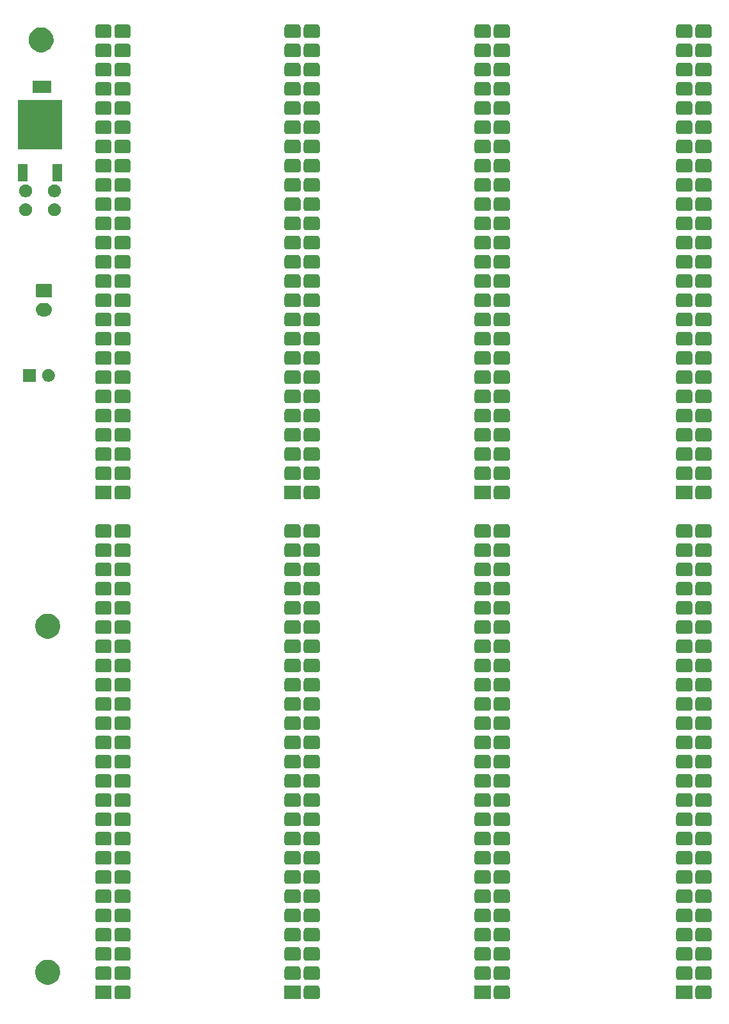
<source format=gbr>
G04 #@! TF.GenerationSoftware,KiCad,Pcbnew,5.0.2+dfsg1-1+deb10u1*
G04 #@! TF.CreationDate,2024-03-15T20:56:59+01:00*
G04 #@! TF.ProjectId,pet_expander,7065745f-6578-4706-916e-6465722e6b69,rev?*
G04 #@! TF.SameCoordinates,Original*
G04 #@! TF.FileFunction,Soldermask,Top*
G04 #@! TF.FilePolarity,Negative*
%FSLAX46Y46*%
G04 Gerber Fmt 4.6, Leading zero omitted, Abs format (unit mm)*
G04 Created by KiCad (PCBNEW 5.0.2+dfsg1-1+deb10u1) date Fr 15 Mär 2024 20:56:59 CET*
%MOMM*%
%LPD*%
G01*
G04 APERTURE LIST*
%ADD10C,0.100000*%
G04 APERTURE END LIST*
D10*
G36*
X123944578Y-152904048D02*
X124017250Y-152926093D01*
X124084226Y-152961892D01*
X124142930Y-153010070D01*
X124191108Y-153068774D01*
X124226907Y-153135750D01*
X124248952Y-153208422D01*
X124257000Y-153290140D01*
X124257000Y-154303860D01*
X124248952Y-154385578D01*
X124226907Y-154458250D01*
X124191108Y-154525226D01*
X124142930Y-154583930D01*
X124084226Y-154632108D01*
X124017250Y-154667907D01*
X123944578Y-154689952D01*
X123862860Y-154698000D01*
X122517140Y-154698000D01*
X122435422Y-154689952D01*
X122362750Y-154667907D01*
X122295774Y-154632108D01*
X122237070Y-154583930D01*
X122188892Y-154525226D01*
X122153093Y-154458250D01*
X122131048Y-154385578D01*
X122123000Y-154303860D01*
X122123000Y-153290140D01*
X122131048Y-153208422D01*
X122153093Y-153135750D01*
X122188892Y-153068774D01*
X122237070Y-153010070D01*
X122295774Y-152961892D01*
X122362750Y-152926093D01*
X122435422Y-152904048D01*
X122517140Y-152896000D01*
X123862860Y-152896000D01*
X123944578Y-152904048D01*
X123944578Y-152904048D01*
G37*
G36*
X121717000Y-154698000D02*
X119583000Y-154698000D01*
X119583000Y-152896000D01*
X121717000Y-152896000D01*
X121717000Y-154698000D01*
X121717000Y-154698000D01*
G37*
G36*
X98798578Y-152904048D02*
X98871250Y-152926093D01*
X98938226Y-152961892D01*
X98996930Y-153010070D01*
X99045108Y-153068774D01*
X99080907Y-153135750D01*
X99102952Y-153208422D01*
X99111000Y-153290140D01*
X99111000Y-154303860D01*
X99102952Y-154385578D01*
X99080907Y-154458250D01*
X99045108Y-154525226D01*
X98996930Y-154583930D01*
X98938226Y-154632108D01*
X98871250Y-154667907D01*
X98798578Y-154689952D01*
X98716860Y-154698000D01*
X97371140Y-154698000D01*
X97289422Y-154689952D01*
X97216750Y-154667907D01*
X97149774Y-154632108D01*
X97091070Y-154583930D01*
X97042892Y-154525226D01*
X97007093Y-154458250D01*
X96985048Y-154385578D01*
X96977000Y-154303860D01*
X96977000Y-153290140D01*
X96985048Y-153208422D01*
X97007093Y-153135750D01*
X97042892Y-153068774D01*
X97091070Y-153010070D01*
X97149774Y-152961892D01*
X97216750Y-152926093D01*
X97289422Y-152904048D01*
X97371140Y-152896000D01*
X98716860Y-152896000D01*
X98798578Y-152904048D01*
X98798578Y-152904048D01*
G37*
G36*
X96571000Y-154698000D02*
X94437000Y-154698000D01*
X94437000Y-152896000D01*
X96571000Y-152896000D01*
X96571000Y-154698000D01*
X96571000Y-154698000D01*
G37*
G36*
X73779578Y-152904048D02*
X73852250Y-152926093D01*
X73919226Y-152961892D01*
X73977930Y-153010070D01*
X74026108Y-153068774D01*
X74061907Y-153135750D01*
X74083952Y-153208422D01*
X74092000Y-153290140D01*
X74092000Y-154303860D01*
X74083952Y-154385578D01*
X74061907Y-154458250D01*
X74026108Y-154525226D01*
X73977930Y-154583930D01*
X73919226Y-154632108D01*
X73852250Y-154667907D01*
X73779578Y-154689952D01*
X73697860Y-154698000D01*
X72352140Y-154698000D01*
X72270422Y-154689952D01*
X72197750Y-154667907D01*
X72130774Y-154632108D01*
X72072070Y-154583930D01*
X72023892Y-154525226D01*
X71988093Y-154458250D01*
X71966048Y-154385578D01*
X71958000Y-154303860D01*
X71958000Y-153290140D01*
X71966048Y-153208422D01*
X71988093Y-153135750D01*
X72023892Y-153068774D01*
X72072070Y-153010070D01*
X72130774Y-152961892D01*
X72197750Y-152926093D01*
X72270422Y-152904048D01*
X72352140Y-152896000D01*
X73697860Y-152896000D01*
X73779578Y-152904048D01*
X73779578Y-152904048D01*
G37*
G36*
X71552000Y-154698000D02*
X69418000Y-154698000D01*
X69418000Y-152896000D01*
X71552000Y-152896000D01*
X71552000Y-154698000D01*
X71552000Y-154698000D01*
G37*
G36*
X150614578Y-152904048D02*
X150687250Y-152926093D01*
X150754226Y-152961892D01*
X150812930Y-153010070D01*
X150861108Y-153068774D01*
X150896907Y-153135750D01*
X150918952Y-153208422D01*
X150927000Y-153290140D01*
X150927000Y-154303860D01*
X150918952Y-154385578D01*
X150896907Y-154458250D01*
X150861108Y-154525226D01*
X150812930Y-154583930D01*
X150754226Y-154632108D01*
X150687250Y-154667907D01*
X150614578Y-154689952D01*
X150532860Y-154698000D01*
X149187140Y-154698000D01*
X149105422Y-154689952D01*
X149032750Y-154667907D01*
X148965774Y-154632108D01*
X148907070Y-154583930D01*
X148858892Y-154525226D01*
X148823093Y-154458250D01*
X148801048Y-154385578D01*
X148793000Y-154303860D01*
X148793000Y-153290140D01*
X148801048Y-153208422D01*
X148823093Y-153135750D01*
X148858892Y-153068774D01*
X148907070Y-153010070D01*
X148965774Y-152961892D01*
X149032750Y-152926093D01*
X149105422Y-152904048D01*
X149187140Y-152896000D01*
X150532860Y-152896000D01*
X150614578Y-152904048D01*
X150614578Y-152904048D01*
G37*
G36*
X148387000Y-154698000D02*
X146253000Y-154698000D01*
X146253000Y-152896000D01*
X148387000Y-152896000D01*
X148387000Y-154698000D01*
X148387000Y-154698000D01*
G37*
G36*
X63494256Y-149521298D02*
X63600579Y-149542447D01*
X63901042Y-149666903D01*
X64167852Y-149845180D01*
X64171454Y-149847587D01*
X64401413Y-150077546D01*
X64401415Y-150077549D01*
X64582097Y-150347958D01*
X64656994Y-150528774D01*
X64706553Y-150648422D01*
X64770000Y-150967389D01*
X64770000Y-151292611D01*
X64706553Y-151611578D01*
X64582098Y-151912040D01*
X64401413Y-152182454D01*
X64171454Y-152412413D01*
X64171451Y-152412415D01*
X63901042Y-152593097D01*
X63600579Y-152717553D01*
X63494256Y-152738702D01*
X63281611Y-152781000D01*
X62956389Y-152781000D01*
X62743744Y-152738702D01*
X62637421Y-152717553D01*
X62336958Y-152593097D01*
X62066549Y-152412415D01*
X62066546Y-152412413D01*
X61836587Y-152182454D01*
X61655902Y-151912040D01*
X61531447Y-151611578D01*
X61468000Y-151292611D01*
X61468000Y-150967389D01*
X61531447Y-150648422D01*
X61581007Y-150528774D01*
X61655903Y-150347958D01*
X61836585Y-150077549D01*
X61836587Y-150077546D01*
X62066546Y-149847587D01*
X62070148Y-149845180D01*
X62336958Y-149666903D01*
X62637421Y-149542447D01*
X62743744Y-149521298D01*
X62956389Y-149479000D01*
X63281611Y-149479000D01*
X63494256Y-149521298D01*
X63494256Y-149521298D01*
G37*
G36*
X71239578Y-150364048D02*
X71312250Y-150386093D01*
X71379226Y-150421892D01*
X71437930Y-150470070D01*
X71486108Y-150528774D01*
X71521907Y-150595750D01*
X71543952Y-150668422D01*
X71552000Y-150750140D01*
X71552000Y-151763860D01*
X71543952Y-151845578D01*
X71521907Y-151918250D01*
X71486108Y-151985226D01*
X71437930Y-152043930D01*
X71379226Y-152092108D01*
X71312250Y-152127907D01*
X71239578Y-152149952D01*
X71157860Y-152158000D01*
X69812140Y-152158000D01*
X69730422Y-152149952D01*
X69657750Y-152127907D01*
X69590774Y-152092108D01*
X69532070Y-152043930D01*
X69483892Y-151985226D01*
X69448093Y-151918250D01*
X69426048Y-151845578D01*
X69418000Y-151763860D01*
X69418000Y-150750140D01*
X69426048Y-150668422D01*
X69448093Y-150595750D01*
X69483892Y-150528774D01*
X69532070Y-150470070D01*
X69590774Y-150421892D01*
X69657750Y-150386093D01*
X69730422Y-150364048D01*
X69812140Y-150356000D01*
X71157860Y-150356000D01*
X71239578Y-150364048D01*
X71239578Y-150364048D01*
G37*
G36*
X150614578Y-150364048D02*
X150687250Y-150386093D01*
X150754226Y-150421892D01*
X150812930Y-150470070D01*
X150861108Y-150528774D01*
X150896907Y-150595750D01*
X150918952Y-150668422D01*
X150927000Y-150750140D01*
X150927000Y-151763860D01*
X150918952Y-151845578D01*
X150896907Y-151918250D01*
X150861108Y-151985226D01*
X150812930Y-152043930D01*
X150754226Y-152092108D01*
X150687250Y-152127907D01*
X150614578Y-152149952D01*
X150532860Y-152158000D01*
X149187140Y-152158000D01*
X149105422Y-152149952D01*
X149032750Y-152127907D01*
X148965774Y-152092108D01*
X148907070Y-152043930D01*
X148858892Y-151985226D01*
X148823093Y-151918250D01*
X148801048Y-151845578D01*
X148793000Y-151763860D01*
X148793000Y-150750140D01*
X148801048Y-150668422D01*
X148823093Y-150595750D01*
X148858892Y-150528774D01*
X148907070Y-150470070D01*
X148965774Y-150421892D01*
X149032750Y-150386093D01*
X149105422Y-150364048D01*
X149187140Y-150356000D01*
X150532860Y-150356000D01*
X150614578Y-150364048D01*
X150614578Y-150364048D01*
G37*
G36*
X73779578Y-150364048D02*
X73852250Y-150386093D01*
X73919226Y-150421892D01*
X73977930Y-150470070D01*
X74026108Y-150528774D01*
X74061907Y-150595750D01*
X74083952Y-150668422D01*
X74092000Y-150750140D01*
X74092000Y-151763860D01*
X74083952Y-151845578D01*
X74061907Y-151918250D01*
X74026108Y-151985226D01*
X73977930Y-152043930D01*
X73919226Y-152092108D01*
X73852250Y-152127907D01*
X73779578Y-152149952D01*
X73697860Y-152158000D01*
X72352140Y-152158000D01*
X72270422Y-152149952D01*
X72197750Y-152127907D01*
X72130774Y-152092108D01*
X72072070Y-152043930D01*
X72023892Y-151985226D01*
X71988093Y-151918250D01*
X71966048Y-151845578D01*
X71958000Y-151763860D01*
X71958000Y-150750140D01*
X71966048Y-150668422D01*
X71988093Y-150595750D01*
X72023892Y-150528774D01*
X72072070Y-150470070D01*
X72130774Y-150421892D01*
X72197750Y-150386093D01*
X72270422Y-150364048D01*
X72352140Y-150356000D01*
X73697860Y-150356000D01*
X73779578Y-150364048D01*
X73779578Y-150364048D01*
G37*
G36*
X121404578Y-150364048D02*
X121477250Y-150386093D01*
X121544226Y-150421892D01*
X121602930Y-150470070D01*
X121651108Y-150528774D01*
X121686907Y-150595750D01*
X121708952Y-150668422D01*
X121717000Y-150750140D01*
X121717000Y-151763860D01*
X121708952Y-151845578D01*
X121686907Y-151918250D01*
X121651108Y-151985226D01*
X121602930Y-152043930D01*
X121544226Y-152092108D01*
X121477250Y-152127907D01*
X121404578Y-152149952D01*
X121322860Y-152158000D01*
X119977140Y-152158000D01*
X119895422Y-152149952D01*
X119822750Y-152127907D01*
X119755774Y-152092108D01*
X119697070Y-152043930D01*
X119648892Y-151985226D01*
X119613093Y-151918250D01*
X119591048Y-151845578D01*
X119583000Y-151763860D01*
X119583000Y-150750140D01*
X119591048Y-150668422D01*
X119613093Y-150595750D01*
X119648892Y-150528774D01*
X119697070Y-150470070D01*
X119755774Y-150421892D01*
X119822750Y-150386093D01*
X119895422Y-150364048D01*
X119977140Y-150356000D01*
X121322860Y-150356000D01*
X121404578Y-150364048D01*
X121404578Y-150364048D01*
G37*
G36*
X98798578Y-150364048D02*
X98871250Y-150386093D01*
X98938226Y-150421892D01*
X98996930Y-150470070D01*
X99045108Y-150528774D01*
X99080907Y-150595750D01*
X99102952Y-150668422D01*
X99111000Y-150750140D01*
X99111000Y-151763860D01*
X99102952Y-151845578D01*
X99080907Y-151918250D01*
X99045108Y-151985226D01*
X98996930Y-152043930D01*
X98938226Y-152092108D01*
X98871250Y-152127907D01*
X98798578Y-152149952D01*
X98716860Y-152158000D01*
X97371140Y-152158000D01*
X97289422Y-152149952D01*
X97216750Y-152127907D01*
X97149774Y-152092108D01*
X97091070Y-152043930D01*
X97042892Y-151985226D01*
X97007093Y-151918250D01*
X96985048Y-151845578D01*
X96977000Y-151763860D01*
X96977000Y-150750140D01*
X96985048Y-150668422D01*
X97007093Y-150595750D01*
X97042892Y-150528774D01*
X97091070Y-150470070D01*
X97149774Y-150421892D01*
X97216750Y-150386093D01*
X97289422Y-150364048D01*
X97371140Y-150356000D01*
X98716860Y-150356000D01*
X98798578Y-150364048D01*
X98798578Y-150364048D01*
G37*
G36*
X96258578Y-150364048D02*
X96331250Y-150386093D01*
X96398226Y-150421892D01*
X96456930Y-150470070D01*
X96505108Y-150528774D01*
X96540907Y-150595750D01*
X96562952Y-150668422D01*
X96571000Y-150750140D01*
X96571000Y-151763860D01*
X96562952Y-151845578D01*
X96540907Y-151918250D01*
X96505108Y-151985226D01*
X96456930Y-152043930D01*
X96398226Y-152092108D01*
X96331250Y-152127907D01*
X96258578Y-152149952D01*
X96176860Y-152158000D01*
X94831140Y-152158000D01*
X94749422Y-152149952D01*
X94676750Y-152127907D01*
X94609774Y-152092108D01*
X94551070Y-152043930D01*
X94502892Y-151985226D01*
X94467093Y-151918250D01*
X94445048Y-151845578D01*
X94437000Y-151763860D01*
X94437000Y-150750140D01*
X94445048Y-150668422D01*
X94467093Y-150595750D01*
X94502892Y-150528774D01*
X94551070Y-150470070D01*
X94609774Y-150421892D01*
X94676750Y-150386093D01*
X94749422Y-150364048D01*
X94831140Y-150356000D01*
X96176860Y-150356000D01*
X96258578Y-150364048D01*
X96258578Y-150364048D01*
G37*
G36*
X123944578Y-150364048D02*
X124017250Y-150386093D01*
X124084226Y-150421892D01*
X124142930Y-150470070D01*
X124191108Y-150528774D01*
X124226907Y-150595750D01*
X124248952Y-150668422D01*
X124257000Y-150750140D01*
X124257000Y-151763860D01*
X124248952Y-151845578D01*
X124226907Y-151918250D01*
X124191108Y-151985226D01*
X124142930Y-152043930D01*
X124084226Y-152092108D01*
X124017250Y-152127907D01*
X123944578Y-152149952D01*
X123862860Y-152158000D01*
X122517140Y-152158000D01*
X122435422Y-152149952D01*
X122362750Y-152127907D01*
X122295774Y-152092108D01*
X122237070Y-152043930D01*
X122188892Y-151985226D01*
X122153093Y-151918250D01*
X122131048Y-151845578D01*
X122123000Y-151763860D01*
X122123000Y-150750140D01*
X122131048Y-150668422D01*
X122153093Y-150595750D01*
X122188892Y-150528774D01*
X122237070Y-150470070D01*
X122295774Y-150421892D01*
X122362750Y-150386093D01*
X122435422Y-150364048D01*
X122517140Y-150356000D01*
X123862860Y-150356000D01*
X123944578Y-150364048D01*
X123944578Y-150364048D01*
G37*
G36*
X148074578Y-150364048D02*
X148147250Y-150386093D01*
X148214226Y-150421892D01*
X148272930Y-150470070D01*
X148321108Y-150528774D01*
X148356907Y-150595750D01*
X148378952Y-150668422D01*
X148387000Y-150750140D01*
X148387000Y-151763860D01*
X148378952Y-151845578D01*
X148356907Y-151918250D01*
X148321108Y-151985226D01*
X148272930Y-152043930D01*
X148214226Y-152092108D01*
X148147250Y-152127907D01*
X148074578Y-152149952D01*
X147992860Y-152158000D01*
X146647140Y-152158000D01*
X146565422Y-152149952D01*
X146492750Y-152127907D01*
X146425774Y-152092108D01*
X146367070Y-152043930D01*
X146318892Y-151985226D01*
X146283093Y-151918250D01*
X146261048Y-151845578D01*
X146253000Y-151763860D01*
X146253000Y-150750140D01*
X146261048Y-150668422D01*
X146283093Y-150595750D01*
X146318892Y-150528774D01*
X146367070Y-150470070D01*
X146425774Y-150421892D01*
X146492750Y-150386093D01*
X146565422Y-150364048D01*
X146647140Y-150356000D01*
X147992860Y-150356000D01*
X148074578Y-150364048D01*
X148074578Y-150364048D01*
G37*
G36*
X96258578Y-147824048D02*
X96331250Y-147846093D01*
X96398226Y-147881892D01*
X96456930Y-147930070D01*
X96505108Y-147988774D01*
X96540907Y-148055750D01*
X96562952Y-148128422D01*
X96571000Y-148210140D01*
X96571000Y-149223860D01*
X96562952Y-149305578D01*
X96540907Y-149378250D01*
X96505108Y-149445226D01*
X96456930Y-149503930D01*
X96398226Y-149552108D01*
X96331250Y-149587907D01*
X96258578Y-149609952D01*
X96176860Y-149618000D01*
X94831140Y-149618000D01*
X94749422Y-149609952D01*
X94676750Y-149587907D01*
X94609774Y-149552108D01*
X94551070Y-149503930D01*
X94502892Y-149445226D01*
X94467093Y-149378250D01*
X94445048Y-149305578D01*
X94437000Y-149223860D01*
X94437000Y-148210140D01*
X94445048Y-148128422D01*
X94467093Y-148055750D01*
X94502892Y-147988774D01*
X94551070Y-147930070D01*
X94609774Y-147881892D01*
X94676750Y-147846093D01*
X94749422Y-147824048D01*
X94831140Y-147816000D01*
X96176860Y-147816000D01*
X96258578Y-147824048D01*
X96258578Y-147824048D01*
G37*
G36*
X121404578Y-147824048D02*
X121477250Y-147846093D01*
X121544226Y-147881892D01*
X121602930Y-147930070D01*
X121651108Y-147988774D01*
X121686907Y-148055750D01*
X121708952Y-148128422D01*
X121717000Y-148210140D01*
X121717000Y-149223860D01*
X121708952Y-149305578D01*
X121686907Y-149378250D01*
X121651108Y-149445226D01*
X121602930Y-149503930D01*
X121544226Y-149552108D01*
X121477250Y-149587907D01*
X121404578Y-149609952D01*
X121322860Y-149618000D01*
X119977140Y-149618000D01*
X119895422Y-149609952D01*
X119822750Y-149587907D01*
X119755774Y-149552108D01*
X119697070Y-149503930D01*
X119648892Y-149445226D01*
X119613093Y-149378250D01*
X119591048Y-149305578D01*
X119583000Y-149223860D01*
X119583000Y-148210140D01*
X119591048Y-148128422D01*
X119613093Y-148055750D01*
X119648892Y-147988774D01*
X119697070Y-147930070D01*
X119755774Y-147881892D01*
X119822750Y-147846093D01*
X119895422Y-147824048D01*
X119977140Y-147816000D01*
X121322860Y-147816000D01*
X121404578Y-147824048D01*
X121404578Y-147824048D01*
G37*
G36*
X98798578Y-147824048D02*
X98871250Y-147846093D01*
X98938226Y-147881892D01*
X98996930Y-147930070D01*
X99045108Y-147988774D01*
X99080907Y-148055750D01*
X99102952Y-148128422D01*
X99111000Y-148210140D01*
X99111000Y-149223860D01*
X99102952Y-149305578D01*
X99080907Y-149378250D01*
X99045108Y-149445226D01*
X98996930Y-149503930D01*
X98938226Y-149552108D01*
X98871250Y-149587907D01*
X98798578Y-149609952D01*
X98716860Y-149618000D01*
X97371140Y-149618000D01*
X97289422Y-149609952D01*
X97216750Y-149587907D01*
X97149774Y-149552108D01*
X97091070Y-149503930D01*
X97042892Y-149445226D01*
X97007093Y-149378250D01*
X96985048Y-149305578D01*
X96977000Y-149223860D01*
X96977000Y-148210140D01*
X96985048Y-148128422D01*
X97007093Y-148055750D01*
X97042892Y-147988774D01*
X97091070Y-147930070D01*
X97149774Y-147881892D01*
X97216750Y-147846093D01*
X97289422Y-147824048D01*
X97371140Y-147816000D01*
X98716860Y-147816000D01*
X98798578Y-147824048D01*
X98798578Y-147824048D01*
G37*
G36*
X71239578Y-147824048D02*
X71312250Y-147846093D01*
X71379226Y-147881892D01*
X71437930Y-147930070D01*
X71486108Y-147988774D01*
X71521907Y-148055750D01*
X71543952Y-148128422D01*
X71552000Y-148210140D01*
X71552000Y-149223860D01*
X71543952Y-149305578D01*
X71521907Y-149378250D01*
X71486108Y-149445226D01*
X71437930Y-149503930D01*
X71379226Y-149552108D01*
X71312250Y-149587907D01*
X71239578Y-149609952D01*
X71157860Y-149618000D01*
X69812140Y-149618000D01*
X69730422Y-149609952D01*
X69657750Y-149587907D01*
X69590774Y-149552108D01*
X69532070Y-149503930D01*
X69483892Y-149445226D01*
X69448093Y-149378250D01*
X69426048Y-149305578D01*
X69418000Y-149223860D01*
X69418000Y-148210140D01*
X69426048Y-148128422D01*
X69448093Y-148055750D01*
X69483892Y-147988774D01*
X69532070Y-147930070D01*
X69590774Y-147881892D01*
X69657750Y-147846093D01*
X69730422Y-147824048D01*
X69812140Y-147816000D01*
X71157860Y-147816000D01*
X71239578Y-147824048D01*
X71239578Y-147824048D01*
G37*
G36*
X123944578Y-147824048D02*
X124017250Y-147846093D01*
X124084226Y-147881892D01*
X124142930Y-147930070D01*
X124191108Y-147988774D01*
X124226907Y-148055750D01*
X124248952Y-148128422D01*
X124257000Y-148210140D01*
X124257000Y-149223860D01*
X124248952Y-149305578D01*
X124226907Y-149378250D01*
X124191108Y-149445226D01*
X124142930Y-149503930D01*
X124084226Y-149552108D01*
X124017250Y-149587907D01*
X123944578Y-149609952D01*
X123862860Y-149618000D01*
X122517140Y-149618000D01*
X122435422Y-149609952D01*
X122362750Y-149587907D01*
X122295774Y-149552108D01*
X122237070Y-149503930D01*
X122188892Y-149445226D01*
X122153093Y-149378250D01*
X122131048Y-149305578D01*
X122123000Y-149223860D01*
X122123000Y-148210140D01*
X122131048Y-148128422D01*
X122153093Y-148055750D01*
X122188892Y-147988774D01*
X122237070Y-147930070D01*
X122295774Y-147881892D01*
X122362750Y-147846093D01*
X122435422Y-147824048D01*
X122517140Y-147816000D01*
X123862860Y-147816000D01*
X123944578Y-147824048D01*
X123944578Y-147824048D01*
G37*
G36*
X73779578Y-147824048D02*
X73852250Y-147846093D01*
X73919226Y-147881892D01*
X73977930Y-147930070D01*
X74026108Y-147988774D01*
X74061907Y-148055750D01*
X74083952Y-148128422D01*
X74092000Y-148210140D01*
X74092000Y-149223860D01*
X74083952Y-149305578D01*
X74061907Y-149378250D01*
X74026108Y-149445226D01*
X73977930Y-149503930D01*
X73919226Y-149552108D01*
X73852250Y-149587907D01*
X73779578Y-149609952D01*
X73697860Y-149618000D01*
X72352140Y-149618000D01*
X72270422Y-149609952D01*
X72197750Y-149587907D01*
X72130774Y-149552108D01*
X72072070Y-149503930D01*
X72023892Y-149445226D01*
X71988093Y-149378250D01*
X71966048Y-149305578D01*
X71958000Y-149223860D01*
X71958000Y-148210140D01*
X71966048Y-148128422D01*
X71988093Y-148055750D01*
X72023892Y-147988774D01*
X72072070Y-147930070D01*
X72130774Y-147881892D01*
X72197750Y-147846093D01*
X72270422Y-147824048D01*
X72352140Y-147816000D01*
X73697860Y-147816000D01*
X73779578Y-147824048D01*
X73779578Y-147824048D01*
G37*
G36*
X148074578Y-147824048D02*
X148147250Y-147846093D01*
X148214226Y-147881892D01*
X148272930Y-147930070D01*
X148321108Y-147988774D01*
X148356907Y-148055750D01*
X148378952Y-148128422D01*
X148387000Y-148210140D01*
X148387000Y-149223860D01*
X148378952Y-149305578D01*
X148356907Y-149378250D01*
X148321108Y-149445226D01*
X148272930Y-149503930D01*
X148214226Y-149552108D01*
X148147250Y-149587907D01*
X148074578Y-149609952D01*
X147992860Y-149618000D01*
X146647140Y-149618000D01*
X146565422Y-149609952D01*
X146492750Y-149587907D01*
X146425774Y-149552108D01*
X146367070Y-149503930D01*
X146318892Y-149445226D01*
X146283093Y-149378250D01*
X146261048Y-149305578D01*
X146253000Y-149223860D01*
X146253000Y-148210140D01*
X146261048Y-148128422D01*
X146283093Y-148055750D01*
X146318892Y-147988774D01*
X146367070Y-147930070D01*
X146425774Y-147881892D01*
X146492750Y-147846093D01*
X146565422Y-147824048D01*
X146647140Y-147816000D01*
X147992860Y-147816000D01*
X148074578Y-147824048D01*
X148074578Y-147824048D01*
G37*
G36*
X150614578Y-147824048D02*
X150687250Y-147846093D01*
X150754226Y-147881892D01*
X150812930Y-147930070D01*
X150861108Y-147988774D01*
X150896907Y-148055750D01*
X150918952Y-148128422D01*
X150927000Y-148210140D01*
X150927000Y-149223860D01*
X150918952Y-149305578D01*
X150896907Y-149378250D01*
X150861108Y-149445226D01*
X150812930Y-149503930D01*
X150754226Y-149552108D01*
X150687250Y-149587907D01*
X150614578Y-149609952D01*
X150532860Y-149618000D01*
X149187140Y-149618000D01*
X149105422Y-149609952D01*
X149032750Y-149587907D01*
X148965774Y-149552108D01*
X148907070Y-149503930D01*
X148858892Y-149445226D01*
X148823093Y-149378250D01*
X148801048Y-149305578D01*
X148793000Y-149223860D01*
X148793000Y-148210140D01*
X148801048Y-148128422D01*
X148823093Y-148055750D01*
X148858892Y-147988774D01*
X148907070Y-147930070D01*
X148965774Y-147881892D01*
X149032750Y-147846093D01*
X149105422Y-147824048D01*
X149187140Y-147816000D01*
X150532860Y-147816000D01*
X150614578Y-147824048D01*
X150614578Y-147824048D01*
G37*
G36*
X71239578Y-145284048D02*
X71312250Y-145306093D01*
X71379226Y-145341892D01*
X71437930Y-145390070D01*
X71486108Y-145448774D01*
X71521907Y-145515750D01*
X71543952Y-145588422D01*
X71552000Y-145670140D01*
X71552000Y-146683860D01*
X71543952Y-146765578D01*
X71521907Y-146838250D01*
X71486108Y-146905226D01*
X71437930Y-146963930D01*
X71379226Y-147012108D01*
X71312250Y-147047907D01*
X71239578Y-147069952D01*
X71157860Y-147078000D01*
X69812140Y-147078000D01*
X69730422Y-147069952D01*
X69657750Y-147047907D01*
X69590774Y-147012108D01*
X69532070Y-146963930D01*
X69483892Y-146905226D01*
X69448093Y-146838250D01*
X69426048Y-146765578D01*
X69418000Y-146683860D01*
X69418000Y-145670140D01*
X69426048Y-145588422D01*
X69448093Y-145515750D01*
X69483892Y-145448774D01*
X69532070Y-145390070D01*
X69590774Y-145341892D01*
X69657750Y-145306093D01*
X69730422Y-145284048D01*
X69812140Y-145276000D01*
X71157860Y-145276000D01*
X71239578Y-145284048D01*
X71239578Y-145284048D01*
G37*
G36*
X150614578Y-145284048D02*
X150687250Y-145306093D01*
X150754226Y-145341892D01*
X150812930Y-145390070D01*
X150861108Y-145448774D01*
X150896907Y-145515750D01*
X150918952Y-145588422D01*
X150927000Y-145670140D01*
X150927000Y-146683860D01*
X150918952Y-146765578D01*
X150896907Y-146838250D01*
X150861108Y-146905226D01*
X150812930Y-146963930D01*
X150754226Y-147012108D01*
X150687250Y-147047907D01*
X150614578Y-147069952D01*
X150532860Y-147078000D01*
X149187140Y-147078000D01*
X149105422Y-147069952D01*
X149032750Y-147047907D01*
X148965774Y-147012108D01*
X148907070Y-146963930D01*
X148858892Y-146905226D01*
X148823093Y-146838250D01*
X148801048Y-146765578D01*
X148793000Y-146683860D01*
X148793000Y-145670140D01*
X148801048Y-145588422D01*
X148823093Y-145515750D01*
X148858892Y-145448774D01*
X148907070Y-145390070D01*
X148965774Y-145341892D01*
X149032750Y-145306093D01*
X149105422Y-145284048D01*
X149187140Y-145276000D01*
X150532860Y-145276000D01*
X150614578Y-145284048D01*
X150614578Y-145284048D01*
G37*
G36*
X148074578Y-145284048D02*
X148147250Y-145306093D01*
X148214226Y-145341892D01*
X148272930Y-145390070D01*
X148321108Y-145448774D01*
X148356907Y-145515750D01*
X148378952Y-145588422D01*
X148387000Y-145670140D01*
X148387000Y-146683860D01*
X148378952Y-146765578D01*
X148356907Y-146838250D01*
X148321108Y-146905226D01*
X148272930Y-146963930D01*
X148214226Y-147012108D01*
X148147250Y-147047907D01*
X148074578Y-147069952D01*
X147992860Y-147078000D01*
X146647140Y-147078000D01*
X146565422Y-147069952D01*
X146492750Y-147047907D01*
X146425774Y-147012108D01*
X146367070Y-146963930D01*
X146318892Y-146905226D01*
X146283093Y-146838250D01*
X146261048Y-146765578D01*
X146253000Y-146683860D01*
X146253000Y-145670140D01*
X146261048Y-145588422D01*
X146283093Y-145515750D01*
X146318892Y-145448774D01*
X146367070Y-145390070D01*
X146425774Y-145341892D01*
X146492750Y-145306093D01*
X146565422Y-145284048D01*
X146647140Y-145276000D01*
X147992860Y-145276000D01*
X148074578Y-145284048D01*
X148074578Y-145284048D01*
G37*
G36*
X123944578Y-145284048D02*
X124017250Y-145306093D01*
X124084226Y-145341892D01*
X124142930Y-145390070D01*
X124191108Y-145448774D01*
X124226907Y-145515750D01*
X124248952Y-145588422D01*
X124257000Y-145670140D01*
X124257000Y-146683860D01*
X124248952Y-146765578D01*
X124226907Y-146838250D01*
X124191108Y-146905226D01*
X124142930Y-146963930D01*
X124084226Y-147012108D01*
X124017250Y-147047907D01*
X123944578Y-147069952D01*
X123862860Y-147078000D01*
X122517140Y-147078000D01*
X122435422Y-147069952D01*
X122362750Y-147047907D01*
X122295774Y-147012108D01*
X122237070Y-146963930D01*
X122188892Y-146905226D01*
X122153093Y-146838250D01*
X122131048Y-146765578D01*
X122123000Y-146683860D01*
X122123000Y-145670140D01*
X122131048Y-145588422D01*
X122153093Y-145515750D01*
X122188892Y-145448774D01*
X122237070Y-145390070D01*
X122295774Y-145341892D01*
X122362750Y-145306093D01*
X122435422Y-145284048D01*
X122517140Y-145276000D01*
X123862860Y-145276000D01*
X123944578Y-145284048D01*
X123944578Y-145284048D01*
G37*
G36*
X73779578Y-145284048D02*
X73852250Y-145306093D01*
X73919226Y-145341892D01*
X73977930Y-145390070D01*
X74026108Y-145448774D01*
X74061907Y-145515750D01*
X74083952Y-145588422D01*
X74092000Y-145670140D01*
X74092000Y-146683860D01*
X74083952Y-146765578D01*
X74061907Y-146838250D01*
X74026108Y-146905226D01*
X73977930Y-146963930D01*
X73919226Y-147012108D01*
X73852250Y-147047907D01*
X73779578Y-147069952D01*
X73697860Y-147078000D01*
X72352140Y-147078000D01*
X72270422Y-147069952D01*
X72197750Y-147047907D01*
X72130774Y-147012108D01*
X72072070Y-146963930D01*
X72023892Y-146905226D01*
X71988093Y-146838250D01*
X71966048Y-146765578D01*
X71958000Y-146683860D01*
X71958000Y-145670140D01*
X71966048Y-145588422D01*
X71988093Y-145515750D01*
X72023892Y-145448774D01*
X72072070Y-145390070D01*
X72130774Y-145341892D01*
X72197750Y-145306093D01*
X72270422Y-145284048D01*
X72352140Y-145276000D01*
X73697860Y-145276000D01*
X73779578Y-145284048D01*
X73779578Y-145284048D01*
G37*
G36*
X96258578Y-145284048D02*
X96331250Y-145306093D01*
X96398226Y-145341892D01*
X96456930Y-145390070D01*
X96505108Y-145448774D01*
X96540907Y-145515750D01*
X96562952Y-145588422D01*
X96571000Y-145670140D01*
X96571000Y-146683860D01*
X96562952Y-146765578D01*
X96540907Y-146838250D01*
X96505108Y-146905226D01*
X96456930Y-146963930D01*
X96398226Y-147012108D01*
X96331250Y-147047907D01*
X96258578Y-147069952D01*
X96176860Y-147078000D01*
X94831140Y-147078000D01*
X94749422Y-147069952D01*
X94676750Y-147047907D01*
X94609774Y-147012108D01*
X94551070Y-146963930D01*
X94502892Y-146905226D01*
X94467093Y-146838250D01*
X94445048Y-146765578D01*
X94437000Y-146683860D01*
X94437000Y-145670140D01*
X94445048Y-145588422D01*
X94467093Y-145515750D01*
X94502892Y-145448774D01*
X94551070Y-145390070D01*
X94609774Y-145341892D01*
X94676750Y-145306093D01*
X94749422Y-145284048D01*
X94831140Y-145276000D01*
X96176860Y-145276000D01*
X96258578Y-145284048D01*
X96258578Y-145284048D01*
G37*
G36*
X98798578Y-145284048D02*
X98871250Y-145306093D01*
X98938226Y-145341892D01*
X98996930Y-145390070D01*
X99045108Y-145448774D01*
X99080907Y-145515750D01*
X99102952Y-145588422D01*
X99111000Y-145670140D01*
X99111000Y-146683860D01*
X99102952Y-146765578D01*
X99080907Y-146838250D01*
X99045108Y-146905226D01*
X98996930Y-146963930D01*
X98938226Y-147012108D01*
X98871250Y-147047907D01*
X98798578Y-147069952D01*
X98716860Y-147078000D01*
X97371140Y-147078000D01*
X97289422Y-147069952D01*
X97216750Y-147047907D01*
X97149774Y-147012108D01*
X97091070Y-146963930D01*
X97042892Y-146905226D01*
X97007093Y-146838250D01*
X96985048Y-146765578D01*
X96977000Y-146683860D01*
X96977000Y-145670140D01*
X96985048Y-145588422D01*
X97007093Y-145515750D01*
X97042892Y-145448774D01*
X97091070Y-145390070D01*
X97149774Y-145341892D01*
X97216750Y-145306093D01*
X97289422Y-145284048D01*
X97371140Y-145276000D01*
X98716860Y-145276000D01*
X98798578Y-145284048D01*
X98798578Y-145284048D01*
G37*
G36*
X121404578Y-145284048D02*
X121477250Y-145306093D01*
X121544226Y-145341892D01*
X121602930Y-145390070D01*
X121651108Y-145448774D01*
X121686907Y-145515750D01*
X121708952Y-145588422D01*
X121717000Y-145670140D01*
X121717000Y-146683860D01*
X121708952Y-146765578D01*
X121686907Y-146838250D01*
X121651108Y-146905226D01*
X121602930Y-146963930D01*
X121544226Y-147012108D01*
X121477250Y-147047907D01*
X121404578Y-147069952D01*
X121322860Y-147078000D01*
X119977140Y-147078000D01*
X119895422Y-147069952D01*
X119822750Y-147047907D01*
X119755774Y-147012108D01*
X119697070Y-146963930D01*
X119648892Y-146905226D01*
X119613093Y-146838250D01*
X119591048Y-146765578D01*
X119583000Y-146683860D01*
X119583000Y-145670140D01*
X119591048Y-145588422D01*
X119613093Y-145515750D01*
X119648892Y-145448774D01*
X119697070Y-145390070D01*
X119755774Y-145341892D01*
X119822750Y-145306093D01*
X119895422Y-145284048D01*
X119977140Y-145276000D01*
X121322860Y-145276000D01*
X121404578Y-145284048D01*
X121404578Y-145284048D01*
G37*
G36*
X150614578Y-142744048D02*
X150687250Y-142766093D01*
X150754226Y-142801892D01*
X150812930Y-142850070D01*
X150861108Y-142908774D01*
X150896907Y-142975750D01*
X150918952Y-143048422D01*
X150927000Y-143130140D01*
X150927000Y-144143860D01*
X150918952Y-144225578D01*
X150896907Y-144298250D01*
X150861108Y-144365226D01*
X150812930Y-144423930D01*
X150754226Y-144472108D01*
X150687250Y-144507907D01*
X150614578Y-144529952D01*
X150532860Y-144538000D01*
X149187140Y-144538000D01*
X149105422Y-144529952D01*
X149032750Y-144507907D01*
X148965774Y-144472108D01*
X148907070Y-144423930D01*
X148858892Y-144365226D01*
X148823093Y-144298250D01*
X148801048Y-144225578D01*
X148793000Y-144143860D01*
X148793000Y-143130140D01*
X148801048Y-143048422D01*
X148823093Y-142975750D01*
X148858892Y-142908774D01*
X148907070Y-142850070D01*
X148965774Y-142801892D01*
X149032750Y-142766093D01*
X149105422Y-142744048D01*
X149187140Y-142736000D01*
X150532860Y-142736000D01*
X150614578Y-142744048D01*
X150614578Y-142744048D01*
G37*
G36*
X148074578Y-142744048D02*
X148147250Y-142766093D01*
X148214226Y-142801892D01*
X148272930Y-142850070D01*
X148321108Y-142908774D01*
X148356907Y-142975750D01*
X148378952Y-143048422D01*
X148387000Y-143130140D01*
X148387000Y-144143860D01*
X148378952Y-144225578D01*
X148356907Y-144298250D01*
X148321108Y-144365226D01*
X148272930Y-144423930D01*
X148214226Y-144472108D01*
X148147250Y-144507907D01*
X148074578Y-144529952D01*
X147992860Y-144538000D01*
X146647140Y-144538000D01*
X146565422Y-144529952D01*
X146492750Y-144507907D01*
X146425774Y-144472108D01*
X146367070Y-144423930D01*
X146318892Y-144365226D01*
X146283093Y-144298250D01*
X146261048Y-144225578D01*
X146253000Y-144143860D01*
X146253000Y-143130140D01*
X146261048Y-143048422D01*
X146283093Y-142975750D01*
X146318892Y-142908774D01*
X146367070Y-142850070D01*
X146425774Y-142801892D01*
X146492750Y-142766093D01*
X146565422Y-142744048D01*
X146647140Y-142736000D01*
X147992860Y-142736000D01*
X148074578Y-142744048D01*
X148074578Y-142744048D01*
G37*
G36*
X121404578Y-142744048D02*
X121477250Y-142766093D01*
X121544226Y-142801892D01*
X121602930Y-142850070D01*
X121651108Y-142908774D01*
X121686907Y-142975750D01*
X121708952Y-143048422D01*
X121717000Y-143130140D01*
X121717000Y-144143860D01*
X121708952Y-144225578D01*
X121686907Y-144298250D01*
X121651108Y-144365226D01*
X121602930Y-144423930D01*
X121544226Y-144472108D01*
X121477250Y-144507907D01*
X121404578Y-144529952D01*
X121322860Y-144538000D01*
X119977140Y-144538000D01*
X119895422Y-144529952D01*
X119822750Y-144507907D01*
X119755774Y-144472108D01*
X119697070Y-144423930D01*
X119648892Y-144365226D01*
X119613093Y-144298250D01*
X119591048Y-144225578D01*
X119583000Y-144143860D01*
X119583000Y-143130140D01*
X119591048Y-143048422D01*
X119613093Y-142975750D01*
X119648892Y-142908774D01*
X119697070Y-142850070D01*
X119755774Y-142801892D01*
X119822750Y-142766093D01*
X119895422Y-142744048D01*
X119977140Y-142736000D01*
X121322860Y-142736000D01*
X121404578Y-142744048D01*
X121404578Y-142744048D01*
G37*
G36*
X123944578Y-142744048D02*
X124017250Y-142766093D01*
X124084226Y-142801892D01*
X124142930Y-142850070D01*
X124191108Y-142908774D01*
X124226907Y-142975750D01*
X124248952Y-143048422D01*
X124257000Y-143130140D01*
X124257000Y-144143860D01*
X124248952Y-144225578D01*
X124226907Y-144298250D01*
X124191108Y-144365226D01*
X124142930Y-144423930D01*
X124084226Y-144472108D01*
X124017250Y-144507907D01*
X123944578Y-144529952D01*
X123862860Y-144538000D01*
X122517140Y-144538000D01*
X122435422Y-144529952D01*
X122362750Y-144507907D01*
X122295774Y-144472108D01*
X122237070Y-144423930D01*
X122188892Y-144365226D01*
X122153093Y-144298250D01*
X122131048Y-144225578D01*
X122123000Y-144143860D01*
X122123000Y-143130140D01*
X122131048Y-143048422D01*
X122153093Y-142975750D01*
X122188892Y-142908774D01*
X122237070Y-142850070D01*
X122295774Y-142801892D01*
X122362750Y-142766093D01*
X122435422Y-142744048D01*
X122517140Y-142736000D01*
X123862860Y-142736000D01*
X123944578Y-142744048D01*
X123944578Y-142744048D01*
G37*
G36*
X98798578Y-142744048D02*
X98871250Y-142766093D01*
X98938226Y-142801892D01*
X98996930Y-142850070D01*
X99045108Y-142908774D01*
X99080907Y-142975750D01*
X99102952Y-143048422D01*
X99111000Y-143130140D01*
X99111000Y-144143860D01*
X99102952Y-144225578D01*
X99080907Y-144298250D01*
X99045108Y-144365226D01*
X98996930Y-144423930D01*
X98938226Y-144472108D01*
X98871250Y-144507907D01*
X98798578Y-144529952D01*
X98716860Y-144538000D01*
X97371140Y-144538000D01*
X97289422Y-144529952D01*
X97216750Y-144507907D01*
X97149774Y-144472108D01*
X97091070Y-144423930D01*
X97042892Y-144365226D01*
X97007093Y-144298250D01*
X96985048Y-144225578D01*
X96977000Y-144143860D01*
X96977000Y-143130140D01*
X96985048Y-143048422D01*
X97007093Y-142975750D01*
X97042892Y-142908774D01*
X97091070Y-142850070D01*
X97149774Y-142801892D01*
X97216750Y-142766093D01*
X97289422Y-142744048D01*
X97371140Y-142736000D01*
X98716860Y-142736000D01*
X98798578Y-142744048D01*
X98798578Y-142744048D01*
G37*
G36*
X96258578Y-142744048D02*
X96331250Y-142766093D01*
X96398226Y-142801892D01*
X96456930Y-142850070D01*
X96505108Y-142908774D01*
X96540907Y-142975750D01*
X96562952Y-143048422D01*
X96571000Y-143130140D01*
X96571000Y-144143860D01*
X96562952Y-144225578D01*
X96540907Y-144298250D01*
X96505108Y-144365226D01*
X96456930Y-144423930D01*
X96398226Y-144472108D01*
X96331250Y-144507907D01*
X96258578Y-144529952D01*
X96176860Y-144538000D01*
X94831140Y-144538000D01*
X94749422Y-144529952D01*
X94676750Y-144507907D01*
X94609774Y-144472108D01*
X94551070Y-144423930D01*
X94502892Y-144365226D01*
X94467093Y-144298250D01*
X94445048Y-144225578D01*
X94437000Y-144143860D01*
X94437000Y-143130140D01*
X94445048Y-143048422D01*
X94467093Y-142975750D01*
X94502892Y-142908774D01*
X94551070Y-142850070D01*
X94609774Y-142801892D01*
X94676750Y-142766093D01*
X94749422Y-142744048D01*
X94831140Y-142736000D01*
X96176860Y-142736000D01*
X96258578Y-142744048D01*
X96258578Y-142744048D01*
G37*
G36*
X73779578Y-142744048D02*
X73852250Y-142766093D01*
X73919226Y-142801892D01*
X73977930Y-142850070D01*
X74026108Y-142908774D01*
X74061907Y-142975750D01*
X74083952Y-143048422D01*
X74092000Y-143130140D01*
X74092000Y-144143860D01*
X74083952Y-144225578D01*
X74061907Y-144298250D01*
X74026108Y-144365226D01*
X73977930Y-144423930D01*
X73919226Y-144472108D01*
X73852250Y-144507907D01*
X73779578Y-144529952D01*
X73697860Y-144538000D01*
X72352140Y-144538000D01*
X72270422Y-144529952D01*
X72197750Y-144507907D01*
X72130774Y-144472108D01*
X72072070Y-144423930D01*
X72023892Y-144365226D01*
X71988093Y-144298250D01*
X71966048Y-144225578D01*
X71958000Y-144143860D01*
X71958000Y-143130140D01*
X71966048Y-143048422D01*
X71988093Y-142975750D01*
X72023892Y-142908774D01*
X72072070Y-142850070D01*
X72130774Y-142801892D01*
X72197750Y-142766093D01*
X72270422Y-142744048D01*
X72352140Y-142736000D01*
X73697860Y-142736000D01*
X73779578Y-142744048D01*
X73779578Y-142744048D01*
G37*
G36*
X71239578Y-142744048D02*
X71312250Y-142766093D01*
X71379226Y-142801892D01*
X71437930Y-142850070D01*
X71486108Y-142908774D01*
X71521907Y-142975750D01*
X71543952Y-143048422D01*
X71552000Y-143130140D01*
X71552000Y-144143860D01*
X71543952Y-144225578D01*
X71521907Y-144298250D01*
X71486108Y-144365226D01*
X71437930Y-144423930D01*
X71379226Y-144472108D01*
X71312250Y-144507907D01*
X71239578Y-144529952D01*
X71157860Y-144538000D01*
X69812140Y-144538000D01*
X69730422Y-144529952D01*
X69657750Y-144507907D01*
X69590774Y-144472108D01*
X69532070Y-144423930D01*
X69483892Y-144365226D01*
X69448093Y-144298250D01*
X69426048Y-144225578D01*
X69418000Y-144143860D01*
X69418000Y-143130140D01*
X69426048Y-143048422D01*
X69448093Y-142975750D01*
X69483892Y-142908774D01*
X69532070Y-142850070D01*
X69590774Y-142801892D01*
X69657750Y-142766093D01*
X69730422Y-142744048D01*
X69812140Y-142736000D01*
X71157860Y-142736000D01*
X71239578Y-142744048D01*
X71239578Y-142744048D01*
G37*
G36*
X96258578Y-140204048D02*
X96331250Y-140226093D01*
X96398226Y-140261892D01*
X96456930Y-140310070D01*
X96505108Y-140368774D01*
X96540907Y-140435750D01*
X96562952Y-140508422D01*
X96571000Y-140590140D01*
X96571000Y-141603860D01*
X96562952Y-141685578D01*
X96540907Y-141758250D01*
X96505108Y-141825226D01*
X96456930Y-141883930D01*
X96398226Y-141932108D01*
X96331250Y-141967907D01*
X96258578Y-141989952D01*
X96176860Y-141998000D01*
X94831140Y-141998000D01*
X94749422Y-141989952D01*
X94676750Y-141967907D01*
X94609774Y-141932108D01*
X94551070Y-141883930D01*
X94502892Y-141825226D01*
X94467093Y-141758250D01*
X94445048Y-141685578D01*
X94437000Y-141603860D01*
X94437000Y-140590140D01*
X94445048Y-140508422D01*
X94467093Y-140435750D01*
X94502892Y-140368774D01*
X94551070Y-140310070D01*
X94609774Y-140261892D01*
X94676750Y-140226093D01*
X94749422Y-140204048D01*
X94831140Y-140196000D01*
X96176860Y-140196000D01*
X96258578Y-140204048D01*
X96258578Y-140204048D01*
G37*
G36*
X71239578Y-140204048D02*
X71312250Y-140226093D01*
X71379226Y-140261892D01*
X71437930Y-140310070D01*
X71486108Y-140368774D01*
X71521907Y-140435750D01*
X71543952Y-140508422D01*
X71552000Y-140590140D01*
X71552000Y-141603860D01*
X71543952Y-141685578D01*
X71521907Y-141758250D01*
X71486108Y-141825226D01*
X71437930Y-141883930D01*
X71379226Y-141932108D01*
X71312250Y-141967907D01*
X71239578Y-141989952D01*
X71157860Y-141998000D01*
X69812140Y-141998000D01*
X69730422Y-141989952D01*
X69657750Y-141967907D01*
X69590774Y-141932108D01*
X69532070Y-141883930D01*
X69483892Y-141825226D01*
X69448093Y-141758250D01*
X69426048Y-141685578D01*
X69418000Y-141603860D01*
X69418000Y-140590140D01*
X69426048Y-140508422D01*
X69448093Y-140435750D01*
X69483892Y-140368774D01*
X69532070Y-140310070D01*
X69590774Y-140261892D01*
X69657750Y-140226093D01*
X69730422Y-140204048D01*
X69812140Y-140196000D01*
X71157860Y-140196000D01*
X71239578Y-140204048D01*
X71239578Y-140204048D01*
G37*
G36*
X73779578Y-140204048D02*
X73852250Y-140226093D01*
X73919226Y-140261892D01*
X73977930Y-140310070D01*
X74026108Y-140368774D01*
X74061907Y-140435750D01*
X74083952Y-140508422D01*
X74092000Y-140590140D01*
X74092000Y-141603860D01*
X74083952Y-141685578D01*
X74061907Y-141758250D01*
X74026108Y-141825226D01*
X73977930Y-141883930D01*
X73919226Y-141932108D01*
X73852250Y-141967907D01*
X73779578Y-141989952D01*
X73697860Y-141998000D01*
X72352140Y-141998000D01*
X72270422Y-141989952D01*
X72197750Y-141967907D01*
X72130774Y-141932108D01*
X72072070Y-141883930D01*
X72023892Y-141825226D01*
X71988093Y-141758250D01*
X71966048Y-141685578D01*
X71958000Y-141603860D01*
X71958000Y-140590140D01*
X71966048Y-140508422D01*
X71988093Y-140435750D01*
X72023892Y-140368774D01*
X72072070Y-140310070D01*
X72130774Y-140261892D01*
X72197750Y-140226093D01*
X72270422Y-140204048D01*
X72352140Y-140196000D01*
X73697860Y-140196000D01*
X73779578Y-140204048D01*
X73779578Y-140204048D01*
G37*
G36*
X148074578Y-140204048D02*
X148147250Y-140226093D01*
X148214226Y-140261892D01*
X148272930Y-140310070D01*
X148321108Y-140368774D01*
X148356907Y-140435750D01*
X148378952Y-140508422D01*
X148387000Y-140590140D01*
X148387000Y-141603860D01*
X148378952Y-141685578D01*
X148356907Y-141758250D01*
X148321108Y-141825226D01*
X148272930Y-141883930D01*
X148214226Y-141932108D01*
X148147250Y-141967907D01*
X148074578Y-141989952D01*
X147992860Y-141998000D01*
X146647140Y-141998000D01*
X146565422Y-141989952D01*
X146492750Y-141967907D01*
X146425774Y-141932108D01*
X146367070Y-141883930D01*
X146318892Y-141825226D01*
X146283093Y-141758250D01*
X146261048Y-141685578D01*
X146253000Y-141603860D01*
X146253000Y-140590140D01*
X146261048Y-140508422D01*
X146283093Y-140435750D01*
X146318892Y-140368774D01*
X146367070Y-140310070D01*
X146425774Y-140261892D01*
X146492750Y-140226093D01*
X146565422Y-140204048D01*
X146647140Y-140196000D01*
X147992860Y-140196000D01*
X148074578Y-140204048D01*
X148074578Y-140204048D01*
G37*
G36*
X98798578Y-140204048D02*
X98871250Y-140226093D01*
X98938226Y-140261892D01*
X98996930Y-140310070D01*
X99045108Y-140368774D01*
X99080907Y-140435750D01*
X99102952Y-140508422D01*
X99111000Y-140590140D01*
X99111000Y-141603860D01*
X99102952Y-141685578D01*
X99080907Y-141758250D01*
X99045108Y-141825226D01*
X98996930Y-141883930D01*
X98938226Y-141932108D01*
X98871250Y-141967907D01*
X98798578Y-141989952D01*
X98716860Y-141998000D01*
X97371140Y-141998000D01*
X97289422Y-141989952D01*
X97216750Y-141967907D01*
X97149774Y-141932108D01*
X97091070Y-141883930D01*
X97042892Y-141825226D01*
X97007093Y-141758250D01*
X96985048Y-141685578D01*
X96977000Y-141603860D01*
X96977000Y-140590140D01*
X96985048Y-140508422D01*
X97007093Y-140435750D01*
X97042892Y-140368774D01*
X97091070Y-140310070D01*
X97149774Y-140261892D01*
X97216750Y-140226093D01*
X97289422Y-140204048D01*
X97371140Y-140196000D01*
X98716860Y-140196000D01*
X98798578Y-140204048D01*
X98798578Y-140204048D01*
G37*
G36*
X123944578Y-140204048D02*
X124017250Y-140226093D01*
X124084226Y-140261892D01*
X124142930Y-140310070D01*
X124191108Y-140368774D01*
X124226907Y-140435750D01*
X124248952Y-140508422D01*
X124257000Y-140590140D01*
X124257000Y-141603860D01*
X124248952Y-141685578D01*
X124226907Y-141758250D01*
X124191108Y-141825226D01*
X124142930Y-141883930D01*
X124084226Y-141932108D01*
X124017250Y-141967907D01*
X123944578Y-141989952D01*
X123862860Y-141998000D01*
X122517140Y-141998000D01*
X122435422Y-141989952D01*
X122362750Y-141967907D01*
X122295774Y-141932108D01*
X122237070Y-141883930D01*
X122188892Y-141825226D01*
X122153093Y-141758250D01*
X122131048Y-141685578D01*
X122123000Y-141603860D01*
X122123000Y-140590140D01*
X122131048Y-140508422D01*
X122153093Y-140435750D01*
X122188892Y-140368774D01*
X122237070Y-140310070D01*
X122295774Y-140261892D01*
X122362750Y-140226093D01*
X122435422Y-140204048D01*
X122517140Y-140196000D01*
X123862860Y-140196000D01*
X123944578Y-140204048D01*
X123944578Y-140204048D01*
G37*
G36*
X121404578Y-140204048D02*
X121477250Y-140226093D01*
X121544226Y-140261892D01*
X121602930Y-140310070D01*
X121651108Y-140368774D01*
X121686907Y-140435750D01*
X121708952Y-140508422D01*
X121717000Y-140590140D01*
X121717000Y-141603860D01*
X121708952Y-141685578D01*
X121686907Y-141758250D01*
X121651108Y-141825226D01*
X121602930Y-141883930D01*
X121544226Y-141932108D01*
X121477250Y-141967907D01*
X121404578Y-141989952D01*
X121322860Y-141998000D01*
X119977140Y-141998000D01*
X119895422Y-141989952D01*
X119822750Y-141967907D01*
X119755774Y-141932108D01*
X119697070Y-141883930D01*
X119648892Y-141825226D01*
X119613093Y-141758250D01*
X119591048Y-141685578D01*
X119583000Y-141603860D01*
X119583000Y-140590140D01*
X119591048Y-140508422D01*
X119613093Y-140435750D01*
X119648892Y-140368774D01*
X119697070Y-140310070D01*
X119755774Y-140261892D01*
X119822750Y-140226093D01*
X119895422Y-140204048D01*
X119977140Y-140196000D01*
X121322860Y-140196000D01*
X121404578Y-140204048D01*
X121404578Y-140204048D01*
G37*
G36*
X150614578Y-140204048D02*
X150687250Y-140226093D01*
X150754226Y-140261892D01*
X150812930Y-140310070D01*
X150861108Y-140368774D01*
X150896907Y-140435750D01*
X150918952Y-140508422D01*
X150927000Y-140590140D01*
X150927000Y-141603860D01*
X150918952Y-141685578D01*
X150896907Y-141758250D01*
X150861108Y-141825226D01*
X150812930Y-141883930D01*
X150754226Y-141932108D01*
X150687250Y-141967907D01*
X150614578Y-141989952D01*
X150532860Y-141998000D01*
X149187140Y-141998000D01*
X149105422Y-141989952D01*
X149032750Y-141967907D01*
X148965774Y-141932108D01*
X148907070Y-141883930D01*
X148858892Y-141825226D01*
X148823093Y-141758250D01*
X148801048Y-141685578D01*
X148793000Y-141603860D01*
X148793000Y-140590140D01*
X148801048Y-140508422D01*
X148823093Y-140435750D01*
X148858892Y-140368774D01*
X148907070Y-140310070D01*
X148965774Y-140261892D01*
X149032750Y-140226093D01*
X149105422Y-140204048D01*
X149187140Y-140196000D01*
X150532860Y-140196000D01*
X150614578Y-140204048D01*
X150614578Y-140204048D01*
G37*
G36*
X121404578Y-137664048D02*
X121477250Y-137686093D01*
X121544226Y-137721892D01*
X121602930Y-137770070D01*
X121651108Y-137828774D01*
X121686907Y-137895750D01*
X121708952Y-137968422D01*
X121717000Y-138050140D01*
X121717000Y-139063860D01*
X121708952Y-139145578D01*
X121686907Y-139218250D01*
X121651108Y-139285226D01*
X121602930Y-139343930D01*
X121544226Y-139392108D01*
X121477250Y-139427907D01*
X121404578Y-139449952D01*
X121322860Y-139458000D01*
X119977140Y-139458000D01*
X119895422Y-139449952D01*
X119822750Y-139427907D01*
X119755774Y-139392108D01*
X119697070Y-139343930D01*
X119648892Y-139285226D01*
X119613093Y-139218250D01*
X119591048Y-139145578D01*
X119583000Y-139063860D01*
X119583000Y-138050140D01*
X119591048Y-137968422D01*
X119613093Y-137895750D01*
X119648892Y-137828774D01*
X119697070Y-137770070D01*
X119755774Y-137721892D01*
X119822750Y-137686093D01*
X119895422Y-137664048D01*
X119977140Y-137656000D01*
X121322860Y-137656000D01*
X121404578Y-137664048D01*
X121404578Y-137664048D01*
G37*
G36*
X148074578Y-137664048D02*
X148147250Y-137686093D01*
X148214226Y-137721892D01*
X148272930Y-137770070D01*
X148321108Y-137828774D01*
X148356907Y-137895750D01*
X148378952Y-137968422D01*
X148387000Y-138050140D01*
X148387000Y-139063860D01*
X148378952Y-139145578D01*
X148356907Y-139218250D01*
X148321108Y-139285226D01*
X148272930Y-139343930D01*
X148214226Y-139392108D01*
X148147250Y-139427907D01*
X148074578Y-139449952D01*
X147992860Y-139458000D01*
X146647140Y-139458000D01*
X146565422Y-139449952D01*
X146492750Y-139427907D01*
X146425774Y-139392108D01*
X146367070Y-139343930D01*
X146318892Y-139285226D01*
X146283093Y-139218250D01*
X146261048Y-139145578D01*
X146253000Y-139063860D01*
X146253000Y-138050140D01*
X146261048Y-137968422D01*
X146283093Y-137895750D01*
X146318892Y-137828774D01*
X146367070Y-137770070D01*
X146425774Y-137721892D01*
X146492750Y-137686093D01*
X146565422Y-137664048D01*
X146647140Y-137656000D01*
X147992860Y-137656000D01*
X148074578Y-137664048D01*
X148074578Y-137664048D01*
G37*
G36*
X150614578Y-137664048D02*
X150687250Y-137686093D01*
X150754226Y-137721892D01*
X150812930Y-137770070D01*
X150861108Y-137828774D01*
X150896907Y-137895750D01*
X150918952Y-137968422D01*
X150927000Y-138050140D01*
X150927000Y-139063860D01*
X150918952Y-139145578D01*
X150896907Y-139218250D01*
X150861108Y-139285226D01*
X150812930Y-139343930D01*
X150754226Y-139392108D01*
X150687250Y-139427907D01*
X150614578Y-139449952D01*
X150532860Y-139458000D01*
X149187140Y-139458000D01*
X149105422Y-139449952D01*
X149032750Y-139427907D01*
X148965774Y-139392108D01*
X148907070Y-139343930D01*
X148858892Y-139285226D01*
X148823093Y-139218250D01*
X148801048Y-139145578D01*
X148793000Y-139063860D01*
X148793000Y-138050140D01*
X148801048Y-137968422D01*
X148823093Y-137895750D01*
X148858892Y-137828774D01*
X148907070Y-137770070D01*
X148965774Y-137721892D01*
X149032750Y-137686093D01*
X149105422Y-137664048D01*
X149187140Y-137656000D01*
X150532860Y-137656000D01*
X150614578Y-137664048D01*
X150614578Y-137664048D01*
G37*
G36*
X123944578Y-137664048D02*
X124017250Y-137686093D01*
X124084226Y-137721892D01*
X124142930Y-137770070D01*
X124191108Y-137828774D01*
X124226907Y-137895750D01*
X124248952Y-137968422D01*
X124257000Y-138050140D01*
X124257000Y-139063860D01*
X124248952Y-139145578D01*
X124226907Y-139218250D01*
X124191108Y-139285226D01*
X124142930Y-139343930D01*
X124084226Y-139392108D01*
X124017250Y-139427907D01*
X123944578Y-139449952D01*
X123862860Y-139458000D01*
X122517140Y-139458000D01*
X122435422Y-139449952D01*
X122362750Y-139427907D01*
X122295774Y-139392108D01*
X122237070Y-139343930D01*
X122188892Y-139285226D01*
X122153093Y-139218250D01*
X122131048Y-139145578D01*
X122123000Y-139063860D01*
X122123000Y-138050140D01*
X122131048Y-137968422D01*
X122153093Y-137895750D01*
X122188892Y-137828774D01*
X122237070Y-137770070D01*
X122295774Y-137721892D01*
X122362750Y-137686093D01*
X122435422Y-137664048D01*
X122517140Y-137656000D01*
X123862860Y-137656000D01*
X123944578Y-137664048D01*
X123944578Y-137664048D01*
G37*
G36*
X71239578Y-137664048D02*
X71312250Y-137686093D01*
X71379226Y-137721892D01*
X71437930Y-137770070D01*
X71486108Y-137828774D01*
X71521907Y-137895750D01*
X71543952Y-137968422D01*
X71552000Y-138050140D01*
X71552000Y-139063860D01*
X71543952Y-139145578D01*
X71521907Y-139218250D01*
X71486108Y-139285226D01*
X71437930Y-139343930D01*
X71379226Y-139392108D01*
X71312250Y-139427907D01*
X71239578Y-139449952D01*
X71157860Y-139458000D01*
X69812140Y-139458000D01*
X69730422Y-139449952D01*
X69657750Y-139427907D01*
X69590774Y-139392108D01*
X69532070Y-139343930D01*
X69483892Y-139285226D01*
X69448093Y-139218250D01*
X69426048Y-139145578D01*
X69418000Y-139063860D01*
X69418000Y-138050140D01*
X69426048Y-137968422D01*
X69448093Y-137895750D01*
X69483892Y-137828774D01*
X69532070Y-137770070D01*
X69590774Y-137721892D01*
X69657750Y-137686093D01*
X69730422Y-137664048D01*
X69812140Y-137656000D01*
X71157860Y-137656000D01*
X71239578Y-137664048D01*
X71239578Y-137664048D01*
G37*
G36*
X73779578Y-137664048D02*
X73852250Y-137686093D01*
X73919226Y-137721892D01*
X73977930Y-137770070D01*
X74026108Y-137828774D01*
X74061907Y-137895750D01*
X74083952Y-137968422D01*
X74092000Y-138050140D01*
X74092000Y-139063860D01*
X74083952Y-139145578D01*
X74061907Y-139218250D01*
X74026108Y-139285226D01*
X73977930Y-139343930D01*
X73919226Y-139392108D01*
X73852250Y-139427907D01*
X73779578Y-139449952D01*
X73697860Y-139458000D01*
X72352140Y-139458000D01*
X72270422Y-139449952D01*
X72197750Y-139427907D01*
X72130774Y-139392108D01*
X72072070Y-139343930D01*
X72023892Y-139285226D01*
X71988093Y-139218250D01*
X71966048Y-139145578D01*
X71958000Y-139063860D01*
X71958000Y-138050140D01*
X71966048Y-137968422D01*
X71988093Y-137895750D01*
X72023892Y-137828774D01*
X72072070Y-137770070D01*
X72130774Y-137721892D01*
X72197750Y-137686093D01*
X72270422Y-137664048D01*
X72352140Y-137656000D01*
X73697860Y-137656000D01*
X73779578Y-137664048D01*
X73779578Y-137664048D01*
G37*
G36*
X96258578Y-137664048D02*
X96331250Y-137686093D01*
X96398226Y-137721892D01*
X96456930Y-137770070D01*
X96505108Y-137828774D01*
X96540907Y-137895750D01*
X96562952Y-137968422D01*
X96571000Y-138050140D01*
X96571000Y-139063860D01*
X96562952Y-139145578D01*
X96540907Y-139218250D01*
X96505108Y-139285226D01*
X96456930Y-139343930D01*
X96398226Y-139392108D01*
X96331250Y-139427907D01*
X96258578Y-139449952D01*
X96176860Y-139458000D01*
X94831140Y-139458000D01*
X94749422Y-139449952D01*
X94676750Y-139427907D01*
X94609774Y-139392108D01*
X94551070Y-139343930D01*
X94502892Y-139285226D01*
X94467093Y-139218250D01*
X94445048Y-139145578D01*
X94437000Y-139063860D01*
X94437000Y-138050140D01*
X94445048Y-137968422D01*
X94467093Y-137895750D01*
X94502892Y-137828774D01*
X94551070Y-137770070D01*
X94609774Y-137721892D01*
X94676750Y-137686093D01*
X94749422Y-137664048D01*
X94831140Y-137656000D01*
X96176860Y-137656000D01*
X96258578Y-137664048D01*
X96258578Y-137664048D01*
G37*
G36*
X98798578Y-137664048D02*
X98871250Y-137686093D01*
X98938226Y-137721892D01*
X98996930Y-137770070D01*
X99045108Y-137828774D01*
X99080907Y-137895750D01*
X99102952Y-137968422D01*
X99111000Y-138050140D01*
X99111000Y-139063860D01*
X99102952Y-139145578D01*
X99080907Y-139218250D01*
X99045108Y-139285226D01*
X98996930Y-139343930D01*
X98938226Y-139392108D01*
X98871250Y-139427907D01*
X98798578Y-139449952D01*
X98716860Y-139458000D01*
X97371140Y-139458000D01*
X97289422Y-139449952D01*
X97216750Y-139427907D01*
X97149774Y-139392108D01*
X97091070Y-139343930D01*
X97042892Y-139285226D01*
X97007093Y-139218250D01*
X96985048Y-139145578D01*
X96977000Y-139063860D01*
X96977000Y-138050140D01*
X96985048Y-137968422D01*
X97007093Y-137895750D01*
X97042892Y-137828774D01*
X97091070Y-137770070D01*
X97149774Y-137721892D01*
X97216750Y-137686093D01*
X97289422Y-137664048D01*
X97371140Y-137656000D01*
X98716860Y-137656000D01*
X98798578Y-137664048D01*
X98798578Y-137664048D01*
G37*
G36*
X123944578Y-135124048D02*
X124017250Y-135146093D01*
X124084226Y-135181892D01*
X124142930Y-135230070D01*
X124191108Y-135288774D01*
X124226907Y-135355750D01*
X124248952Y-135428422D01*
X124257000Y-135510140D01*
X124257000Y-136523860D01*
X124248952Y-136605578D01*
X124226907Y-136678250D01*
X124191108Y-136745226D01*
X124142930Y-136803930D01*
X124084226Y-136852108D01*
X124017250Y-136887907D01*
X123944578Y-136909952D01*
X123862860Y-136918000D01*
X122517140Y-136918000D01*
X122435422Y-136909952D01*
X122362750Y-136887907D01*
X122295774Y-136852108D01*
X122237070Y-136803930D01*
X122188892Y-136745226D01*
X122153093Y-136678250D01*
X122131048Y-136605578D01*
X122123000Y-136523860D01*
X122123000Y-135510140D01*
X122131048Y-135428422D01*
X122153093Y-135355750D01*
X122188892Y-135288774D01*
X122237070Y-135230070D01*
X122295774Y-135181892D01*
X122362750Y-135146093D01*
X122435422Y-135124048D01*
X122517140Y-135116000D01*
X123862860Y-135116000D01*
X123944578Y-135124048D01*
X123944578Y-135124048D01*
G37*
G36*
X121404578Y-135124048D02*
X121477250Y-135146093D01*
X121544226Y-135181892D01*
X121602930Y-135230070D01*
X121651108Y-135288774D01*
X121686907Y-135355750D01*
X121708952Y-135428422D01*
X121717000Y-135510140D01*
X121717000Y-136523860D01*
X121708952Y-136605578D01*
X121686907Y-136678250D01*
X121651108Y-136745226D01*
X121602930Y-136803930D01*
X121544226Y-136852108D01*
X121477250Y-136887907D01*
X121404578Y-136909952D01*
X121322860Y-136918000D01*
X119977140Y-136918000D01*
X119895422Y-136909952D01*
X119822750Y-136887907D01*
X119755774Y-136852108D01*
X119697070Y-136803930D01*
X119648892Y-136745226D01*
X119613093Y-136678250D01*
X119591048Y-136605578D01*
X119583000Y-136523860D01*
X119583000Y-135510140D01*
X119591048Y-135428422D01*
X119613093Y-135355750D01*
X119648892Y-135288774D01*
X119697070Y-135230070D01*
X119755774Y-135181892D01*
X119822750Y-135146093D01*
X119895422Y-135124048D01*
X119977140Y-135116000D01*
X121322860Y-135116000D01*
X121404578Y-135124048D01*
X121404578Y-135124048D01*
G37*
G36*
X71239578Y-135124048D02*
X71312250Y-135146093D01*
X71379226Y-135181892D01*
X71437930Y-135230070D01*
X71486108Y-135288774D01*
X71521907Y-135355750D01*
X71543952Y-135428422D01*
X71552000Y-135510140D01*
X71552000Y-136523860D01*
X71543952Y-136605578D01*
X71521907Y-136678250D01*
X71486108Y-136745226D01*
X71437930Y-136803930D01*
X71379226Y-136852108D01*
X71312250Y-136887907D01*
X71239578Y-136909952D01*
X71157860Y-136918000D01*
X69812140Y-136918000D01*
X69730422Y-136909952D01*
X69657750Y-136887907D01*
X69590774Y-136852108D01*
X69532070Y-136803930D01*
X69483892Y-136745226D01*
X69448093Y-136678250D01*
X69426048Y-136605578D01*
X69418000Y-136523860D01*
X69418000Y-135510140D01*
X69426048Y-135428422D01*
X69448093Y-135355750D01*
X69483892Y-135288774D01*
X69532070Y-135230070D01*
X69590774Y-135181892D01*
X69657750Y-135146093D01*
X69730422Y-135124048D01*
X69812140Y-135116000D01*
X71157860Y-135116000D01*
X71239578Y-135124048D01*
X71239578Y-135124048D01*
G37*
G36*
X150614578Y-135124048D02*
X150687250Y-135146093D01*
X150754226Y-135181892D01*
X150812930Y-135230070D01*
X150861108Y-135288774D01*
X150896907Y-135355750D01*
X150918952Y-135428422D01*
X150927000Y-135510140D01*
X150927000Y-136523860D01*
X150918952Y-136605578D01*
X150896907Y-136678250D01*
X150861108Y-136745226D01*
X150812930Y-136803930D01*
X150754226Y-136852108D01*
X150687250Y-136887907D01*
X150614578Y-136909952D01*
X150532860Y-136918000D01*
X149187140Y-136918000D01*
X149105422Y-136909952D01*
X149032750Y-136887907D01*
X148965774Y-136852108D01*
X148907070Y-136803930D01*
X148858892Y-136745226D01*
X148823093Y-136678250D01*
X148801048Y-136605578D01*
X148793000Y-136523860D01*
X148793000Y-135510140D01*
X148801048Y-135428422D01*
X148823093Y-135355750D01*
X148858892Y-135288774D01*
X148907070Y-135230070D01*
X148965774Y-135181892D01*
X149032750Y-135146093D01*
X149105422Y-135124048D01*
X149187140Y-135116000D01*
X150532860Y-135116000D01*
X150614578Y-135124048D01*
X150614578Y-135124048D01*
G37*
G36*
X73779578Y-135124048D02*
X73852250Y-135146093D01*
X73919226Y-135181892D01*
X73977930Y-135230070D01*
X74026108Y-135288774D01*
X74061907Y-135355750D01*
X74083952Y-135428422D01*
X74092000Y-135510140D01*
X74092000Y-136523860D01*
X74083952Y-136605578D01*
X74061907Y-136678250D01*
X74026108Y-136745226D01*
X73977930Y-136803930D01*
X73919226Y-136852108D01*
X73852250Y-136887907D01*
X73779578Y-136909952D01*
X73697860Y-136918000D01*
X72352140Y-136918000D01*
X72270422Y-136909952D01*
X72197750Y-136887907D01*
X72130774Y-136852108D01*
X72072070Y-136803930D01*
X72023892Y-136745226D01*
X71988093Y-136678250D01*
X71966048Y-136605578D01*
X71958000Y-136523860D01*
X71958000Y-135510140D01*
X71966048Y-135428422D01*
X71988093Y-135355750D01*
X72023892Y-135288774D01*
X72072070Y-135230070D01*
X72130774Y-135181892D01*
X72197750Y-135146093D01*
X72270422Y-135124048D01*
X72352140Y-135116000D01*
X73697860Y-135116000D01*
X73779578Y-135124048D01*
X73779578Y-135124048D01*
G37*
G36*
X96258578Y-135124048D02*
X96331250Y-135146093D01*
X96398226Y-135181892D01*
X96456930Y-135230070D01*
X96505108Y-135288774D01*
X96540907Y-135355750D01*
X96562952Y-135428422D01*
X96571000Y-135510140D01*
X96571000Y-136523860D01*
X96562952Y-136605578D01*
X96540907Y-136678250D01*
X96505108Y-136745226D01*
X96456930Y-136803930D01*
X96398226Y-136852108D01*
X96331250Y-136887907D01*
X96258578Y-136909952D01*
X96176860Y-136918000D01*
X94831140Y-136918000D01*
X94749422Y-136909952D01*
X94676750Y-136887907D01*
X94609774Y-136852108D01*
X94551070Y-136803930D01*
X94502892Y-136745226D01*
X94467093Y-136678250D01*
X94445048Y-136605578D01*
X94437000Y-136523860D01*
X94437000Y-135510140D01*
X94445048Y-135428422D01*
X94467093Y-135355750D01*
X94502892Y-135288774D01*
X94551070Y-135230070D01*
X94609774Y-135181892D01*
X94676750Y-135146093D01*
X94749422Y-135124048D01*
X94831140Y-135116000D01*
X96176860Y-135116000D01*
X96258578Y-135124048D01*
X96258578Y-135124048D01*
G37*
G36*
X98798578Y-135124048D02*
X98871250Y-135146093D01*
X98938226Y-135181892D01*
X98996930Y-135230070D01*
X99045108Y-135288774D01*
X99080907Y-135355750D01*
X99102952Y-135428422D01*
X99111000Y-135510140D01*
X99111000Y-136523860D01*
X99102952Y-136605578D01*
X99080907Y-136678250D01*
X99045108Y-136745226D01*
X98996930Y-136803930D01*
X98938226Y-136852108D01*
X98871250Y-136887907D01*
X98798578Y-136909952D01*
X98716860Y-136918000D01*
X97371140Y-136918000D01*
X97289422Y-136909952D01*
X97216750Y-136887907D01*
X97149774Y-136852108D01*
X97091070Y-136803930D01*
X97042892Y-136745226D01*
X97007093Y-136678250D01*
X96985048Y-136605578D01*
X96977000Y-136523860D01*
X96977000Y-135510140D01*
X96985048Y-135428422D01*
X97007093Y-135355750D01*
X97042892Y-135288774D01*
X97091070Y-135230070D01*
X97149774Y-135181892D01*
X97216750Y-135146093D01*
X97289422Y-135124048D01*
X97371140Y-135116000D01*
X98716860Y-135116000D01*
X98798578Y-135124048D01*
X98798578Y-135124048D01*
G37*
G36*
X148074578Y-135124048D02*
X148147250Y-135146093D01*
X148214226Y-135181892D01*
X148272930Y-135230070D01*
X148321108Y-135288774D01*
X148356907Y-135355750D01*
X148378952Y-135428422D01*
X148387000Y-135510140D01*
X148387000Y-136523860D01*
X148378952Y-136605578D01*
X148356907Y-136678250D01*
X148321108Y-136745226D01*
X148272930Y-136803930D01*
X148214226Y-136852108D01*
X148147250Y-136887907D01*
X148074578Y-136909952D01*
X147992860Y-136918000D01*
X146647140Y-136918000D01*
X146565422Y-136909952D01*
X146492750Y-136887907D01*
X146425774Y-136852108D01*
X146367070Y-136803930D01*
X146318892Y-136745226D01*
X146283093Y-136678250D01*
X146261048Y-136605578D01*
X146253000Y-136523860D01*
X146253000Y-135510140D01*
X146261048Y-135428422D01*
X146283093Y-135355750D01*
X146318892Y-135288774D01*
X146367070Y-135230070D01*
X146425774Y-135181892D01*
X146492750Y-135146093D01*
X146565422Y-135124048D01*
X146647140Y-135116000D01*
X147992860Y-135116000D01*
X148074578Y-135124048D01*
X148074578Y-135124048D01*
G37*
G36*
X150614578Y-132584048D02*
X150687250Y-132606093D01*
X150754226Y-132641892D01*
X150812930Y-132690070D01*
X150861108Y-132748774D01*
X150896907Y-132815750D01*
X150918952Y-132888422D01*
X150927000Y-132970140D01*
X150927000Y-133983860D01*
X150918952Y-134065578D01*
X150896907Y-134138250D01*
X150861108Y-134205226D01*
X150812930Y-134263930D01*
X150754226Y-134312108D01*
X150687250Y-134347907D01*
X150614578Y-134369952D01*
X150532860Y-134378000D01*
X149187140Y-134378000D01*
X149105422Y-134369952D01*
X149032750Y-134347907D01*
X148965774Y-134312108D01*
X148907070Y-134263930D01*
X148858892Y-134205226D01*
X148823093Y-134138250D01*
X148801048Y-134065578D01*
X148793000Y-133983860D01*
X148793000Y-132970140D01*
X148801048Y-132888422D01*
X148823093Y-132815750D01*
X148858892Y-132748774D01*
X148907070Y-132690070D01*
X148965774Y-132641892D01*
X149032750Y-132606093D01*
X149105422Y-132584048D01*
X149187140Y-132576000D01*
X150532860Y-132576000D01*
X150614578Y-132584048D01*
X150614578Y-132584048D01*
G37*
G36*
X96258578Y-132584048D02*
X96331250Y-132606093D01*
X96398226Y-132641892D01*
X96456930Y-132690070D01*
X96505108Y-132748774D01*
X96540907Y-132815750D01*
X96562952Y-132888422D01*
X96571000Y-132970140D01*
X96571000Y-133983860D01*
X96562952Y-134065578D01*
X96540907Y-134138250D01*
X96505108Y-134205226D01*
X96456930Y-134263930D01*
X96398226Y-134312108D01*
X96331250Y-134347907D01*
X96258578Y-134369952D01*
X96176860Y-134378000D01*
X94831140Y-134378000D01*
X94749422Y-134369952D01*
X94676750Y-134347907D01*
X94609774Y-134312108D01*
X94551070Y-134263930D01*
X94502892Y-134205226D01*
X94467093Y-134138250D01*
X94445048Y-134065578D01*
X94437000Y-133983860D01*
X94437000Y-132970140D01*
X94445048Y-132888422D01*
X94467093Y-132815750D01*
X94502892Y-132748774D01*
X94551070Y-132690070D01*
X94609774Y-132641892D01*
X94676750Y-132606093D01*
X94749422Y-132584048D01*
X94831140Y-132576000D01*
X96176860Y-132576000D01*
X96258578Y-132584048D01*
X96258578Y-132584048D01*
G37*
G36*
X98798578Y-132584048D02*
X98871250Y-132606093D01*
X98938226Y-132641892D01*
X98996930Y-132690070D01*
X99045108Y-132748774D01*
X99080907Y-132815750D01*
X99102952Y-132888422D01*
X99111000Y-132970140D01*
X99111000Y-133983860D01*
X99102952Y-134065578D01*
X99080907Y-134138250D01*
X99045108Y-134205226D01*
X98996930Y-134263930D01*
X98938226Y-134312108D01*
X98871250Y-134347907D01*
X98798578Y-134369952D01*
X98716860Y-134378000D01*
X97371140Y-134378000D01*
X97289422Y-134369952D01*
X97216750Y-134347907D01*
X97149774Y-134312108D01*
X97091070Y-134263930D01*
X97042892Y-134205226D01*
X97007093Y-134138250D01*
X96985048Y-134065578D01*
X96977000Y-133983860D01*
X96977000Y-132970140D01*
X96985048Y-132888422D01*
X97007093Y-132815750D01*
X97042892Y-132748774D01*
X97091070Y-132690070D01*
X97149774Y-132641892D01*
X97216750Y-132606093D01*
X97289422Y-132584048D01*
X97371140Y-132576000D01*
X98716860Y-132576000D01*
X98798578Y-132584048D01*
X98798578Y-132584048D01*
G37*
G36*
X121404578Y-132584048D02*
X121477250Y-132606093D01*
X121544226Y-132641892D01*
X121602930Y-132690070D01*
X121651108Y-132748774D01*
X121686907Y-132815750D01*
X121708952Y-132888422D01*
X121717000Y-132970140D01*
X121717000Y-133983860D01*
X121708952Y-134065578D01*
X121686907Y-134138250D01*
X121651108Y-134205226D01*
X121602930Y-134263930D01*
X121544226Y-134312108D01*
X121477250Y-134347907D01*
X121404578Y-134369952D01*
X121322860Y-134378000D01*
X119977140Y-134378000D01*
X119895422Y-134369952D01*
X119822750Y-134347907D01*
X119755774Y-134312108D01*
X119697070Y-134263930D01*
X119648892Y-134205226D01*
X119613093Y-134138250D01*
X119591048Y-134065578D01*
X119583000Y-133983860D01*
X119583000Y-132970140D01*
X119591048Y-132888422D01*
X119613093Y-132815750D01*
X119648892Y-132748774D01*
X119697070Y-132690070D01*
X119755774Y-132641892D01*
X119822750Y-132606093D01*
X119895422Y-132584048D01*
X119977140Y-132576000D01*
X121322860Y-132576000D01*
X121404578Y-132584048D01*
X121404578Y-132584048D01*
G37*
G36*
X73779578Y-132584048D02*
X73852250Y-132606093D01*
X73919226Y-132641892D01*
X73977930Y-132690070D01*
X74026108Y-132748774D01*
X74061907Y-132815750D01*
X74083952Y-132888422D01*
X74092000Y-132970140D01*
X74092000Y-133983860D01*
X74083952Y-134065578D01*
X74061907Y-134138250D01*
X74026108Y-134205226D01*
X73977930Y-134263930D01*
X73919226Y-134312108D01*
X73852250Y-134347907D01*
X73779578Y-134369952D01*
X73697860Y-134378000D01*
X72352140Y-134378000D01*
X72270422Y-134369952D01*
X72197750Y-134347907D01*
X72130774Y-134312108D01*
X72072070Y-134263930D01*
X72023892Y-134205226D01*
X71988093Y-134138250D01*
X71966048Y-134065578D01*
X71958000Y-133983860D01*
X71958000Y-132970140D01*
X71966048Y-132888422D01*
X71988093Y-132815750D01*
X72023892Y-132748774D01*
X72072070Y-132690070D01*
X72130774Y-132641892D01*
X72197750Y-132606093D01*
X72270422Y-132584048D01*
X72352140Y-132576000D01*
X73697860Y-132576000D01*
X73779578Y-132584048D01*
X73779578Y-132584048D01*
G37*
G36*
X123944578Y-132584048D02*
X124017250Y-132606093D01*
X124084226Y-132641892D01*
X124142930Y-132690070D01*
X124191108Y-132748774D01*
X124226907Y-132815750D01*
X124248952Y-132888422D01*
X124257000Y-132970140D01*
X124257000Y-133983860D01*
X124248952Y-134065578D01*
X124226907Y-134138250D01*
X124191108Y-134205226D01*
X124142930Y-134263930D01*
X124084226Y-134312108D01*
X124017250Y-134347907D01*
X123944578Y-134369952D01*
X123862860Y-134378000D01*
X122517140Y-134378000D01*
X122435422Y-134369952D01*
X122362750Y-134347907D01*
X122295774Y-134312108D01*
X122237070Y-134263930D01*
X122188892Y-134205226D01*
X122153093Y-134138250D01*
X122131048Y-134065578D01*
X122123000Y-133983860D01*
X122123000Y-132970140D01*
X122131048Y-132888422D01*
X122153093Y-132815750D01*
X122188892Y-132748774D01*
X122237070Y-132690070D01*
X122295774Y-132641892D01*
X122362750Y-132606093D01*
X122435422Y-132584048D01*
X122517140Y-132576000D01*
X123862860Y-132576000D01*
X123944578Y-132584048D01*
X123944578Y-132584048D01*
G37*
G36*
X148074578Y-132584048D02*
X148147250Y-132606093D01*
X148214226Y-132641892D01*
X148272930Y-132690070D01*
X148321108Y-132748774D01*
X148356907Y-132815750D01*
X148378952Y-132888422D01*
X148387000Y-132970140D01*
X148387000Y-133983860D01*
X148378952Y-134065578D01*
X148356907Y-134138250D01*
X148321108Y-134205226D01*
X148272930Y-134263930D01*
X148214226Y-134312108D01*
X148147250Y-134347907D01*
X148074578Y-134369952D01*
X147992860Y-134378000D01*
X146647140Y-134378000D01*
X146565422Y-134369952D01*
X146492750Y-134347907D01*
X146425774Y-134312108D01*
X146367070Y-134263930D01*
X146318892Y-134205226D01*
X146283093Y-134138250D01*
X146261048Y-134065578D01*
X146253000Y-133983860D01*
X146253000Y-132970140D01*
X146261048Y-132888422D01*
X146283093Y-132815750D01*
X146318892Y-132748774D01*
X146367070Y-132690070D01*
X146425774Y-132641892D01*
X146492750Y-132606093D01*
X146565422Y-132584048D01*
X146647140Y-132576000D01*
X147992860Y-132576000D01*
X148074578Y-132584048D01*
X148074578Y-132584048D01*
G37*
G36*
X71239578Y-132584048D02*
X71312250Y-132606093D01*
X71379226Y-132641892D01*
X71437930Y-132690070D01*
X71486108Y-132748774D01*
X71521907Y-132815750D01*
X71543952Y-132888422D01*
X71552000Y-132970140D01*
X71552000Y-133983860D01*
X71543952Y-134065578D01*
X71521907Y-134138250D01*
X71486108Y-134205226D01*
X71437930Y-134263930D01*
X71379226Y-134312108D01*
X71312250Y-134347907D01*
X71239578Y-134369952D01*
X71157860Y-134378000D01*
X69812140Y-134378000D01*
X69730422Y-134369952D01*
X69657750Y-134347907D01*
X69590774Y-134312108D01*
X69532070Y-134263930D01*
X69483892Y-134205226D01*
X69448093Y-134138250D01*
X69426048Y-134065578D01*
X69418000Y-133983860D01*
X69418000Y-132970140D01*
X69426048Y-132888422D01*
X69448093Y-132815750D01*
X69483892Y-132748774D01*
X69532070Y-132690070D01*
X69590774Y-132641892D01*
X69657750Y-132606093D01*
X69730422Y-132584048D01*
X69812140Y-132576000D01*
X71157860Y-132576000D01*
X71239578Y-132584048D01*
X71239578Y-132584048D01*
G37*
G36*
X98798578Y-130044048D02*
X98871250Y-130066093D01*
X98938226Y-130101892D01*
X98996930Y-130150070D01*
X99045108Y-130208774D01*
X99080907Y-130275750D01*
X99102952Y-130348422D01*
X99111000Y-130430140D01*
X99111000Y-131443860D01*
X99102952Y-131525578D01*
X99080907Y-131598250D01*
X99045108Y-131665226D01*
X98996930Y-131723930D01*
X98938226Y-131772108D01*
X98871250Y-131807907D01*
X98798578Y-131829952D01*
X98716860Y-131838000D01*
X97371140Y-131838000D01*
X97289422Y-131829952D01*
X97216750Y-131807907D01*
X97149774Y-131772108D01*
X97091070Y-131723930D01*
X97042892Y-131665226D01*
X97007093Y-131598250D01*
X96985048Y-131525578D01*
X96977000Y-131443860D01*
X96977000Y-130430140D01*
X96985048Y-130348422D01*
X97007093Y-130275750D01*
X97042892Y-130208774D01*
X97091070Y-130150070D01*
X97149774Y-130101892D01*
X97216750Y-130066093D01*
X97289422Y-130044048D01*
X97371140Y-130036000D01*
X98716860Y-130036000D01*
X98798578Y-130044048D01*
X98798578Y-130044048D01*
G37*
G36*
X150614578Y-130044048D02*
X150687250Y-130066093D01*
X150754226Y-130101892D01*
X150812930Y-130150070D01*
X150861108Y-130208774D01*
X150896907Y-130275750D01*
X150918952Y-130348422D01*
X150927000Y-130430140D01*
X150927000Y-131443860D01*
X150918952Y-131525578D01*
X150896907Y-131598250D01*
X150861108Y-131665226D01*
X150812930Y-131723930D01*
X150754226Y-131772108D01*
X150687250Y-131807907D01*
X150614578Y-131829952D01*
X150532860Y-131838000D01*
X149187140Y-131838000D01*
X149105422Y-131829952D01*
X149032750Y-131807907D01*
X148965774Y-131772108D01*
X148907070Y-131723930D01*
X148858892Y-131665226D01*
X148823093Y-131598250D01*
X148801048Y-131525578D01*
X148793000Y-131443860D01*
X148793000Y-130430140D01*
X148801048Y-130348422D01*
X148823093Y-130275750D01*
X148858892Y-130208774D01*
X148907070Y-130150070D01*
X148965774Y-130101892D01*
X149032750Y-130066093D01*
X149105422Y-130044048D01*
X149187140Y-130036000D01*
X150532860Y-130036000D01*
X150614578Y-130044048D01*
X150614578Y-130044048D01*
G37*
G36*
X73779578Y-130044048D02*
X73852250Y-130066093D01*
X73919226Y-130101892D01*
X73977930Y-130150070D01*
X74026108Y-130208774D01*
X74061907Y-130275750D01*
X74083952Y-130348422D01*
X74092000Y-130430140D01*
X74092000Y-131443860D01*
X74083952Y-131525578D01*
X74061907Y-131598250D01*
X74026108Y-131665226D01*
X73977930Y-131723930D01*
X73919226Y-131772108D01*
X73852250Y-131807907D01*
X73779578Y-131829952D01*
X73697860Y-131838000D01*
X72352140Y-131838000D01*
X72270422Y-131829952D01*
X72197750Y-131807907D01*
X72130774Y-131772108D01*
X72072070Y-131723930D01*
X72023892Y-131665226D01*
X71988093Y-131598250D01*
X71966048Y-131525578D01*
X71958000Y-131443860D01*
X71958000Y-130430140D01*
X71966048Y-130348422D01*
X71988093Y-130275750D01*
X72023892Y-130208774D01*
X72072070Y-130150070D01*
X72130774Y-130101892D01*
X72197750Y-130066093D01*
X72270422Y-130044048D01*
X72352140Y-130036000D01*
X73697860Y-130036000D01*
X73779578Y-130044048D01*
X73779578Y-130044048D01*
G37*
G36*
X123944578Y-130044048D02*
X124017250Y-130066093D01*
X124084226Y-130101892D01*
X124142930Y-130150070D01*
X124191108Y-130208774D01*
X124226907Y-130275750D01*
X124248952Y-130348422D01*
X124257000Y-130430140D01*
X124257000Y-131443860D01*
X124248952Y-131525578D01*
X124226907Y-131598250D01*
X124191108Y-131665226D01*
X124142930Y-131723930D01*
X124084226Y-131772108D01*
X124017250Y-131807907D01*
X123944578Y-131829952D01*
X123862860Y-131838000D01*
X122517140Y-131838000D01*
X122435422Y-131829952D01*
X122362750Y-131807907D01*
X122295774Y-131772108D01*
X122237070Y-131723930D01*
X122188892Y-131665226D01*
X122153093Y-131598250D01*
X122131048Y-131525578D01*
X122123000Y-131443860D01*
X122123000Y-130430140D01*
X122131048Y-130348422D01*
X122153093Y-130275750D01*
X122188892Y-130208774D01*
X122237070Y-130150070D01*
X122295774Y-130101892D01*
X122362750Y-130066093D01*
X122435422Y-130044048D01*
X122517140Y-130036000D01*
X123862860Y-130036000D01*
X123944578Y-130044048D01*
X123944578Y-130044048D01*
G37*
G36*
X148074578Y-130044048D02*
X148147250Y-130066093D01*
X148214226Y-130101892D01*
X148272930Y-130150070D01*
X148321108Y-130208774D01*
X148356907Y-130275750D01*
X148378952Y-130348422D01*
X148387000Y-130430140D01*
X148387000Y-131443860D01*
X148378952Y-131525578D01*
X148356907Y-131598250D01*
X148321108Y-131665226D01*
X148272930Y-131723930D01*
X148214226Y-131772108D01*
X148147250Y-131807907D01*
X148074578Y-131829952D01*
X147992860Y-131838000D01*
X146647140Y-131838000D01*
X146565422Y-131829952D01*
X146492750Y-131807907D01*
X146425774Y-131772108D01*
X146367070Y-131723930D01*
X146318892Y-131665226D01*
X146283093Y-131598250D01*
X146261048Y-131525578D01*
X146253000Y-131443860D01*
X146253000Y-130430140D01*
X146261048Y-130348422D01*
X146283093Y-130275750D01*
X146318892Y-130208774D01*
X146367070Y-130150070D01*
X146425774Y-130101892D01*
X146492750Y-130066093D01*
X146565422Y-130044048D01*
X146647140Y-130036000D01*
X147992860Y-130036000D01*
X148074578Y-130044048D01*
X148074578Y-130044048D01*
G37*
G36*
X71239578Y-130044048D02*
X71312250Y-130066093D01*
X71379226Y-130101892D01*
X71437930Y-130150070D01*
X71486108Y-130208774D01*
X71521907Y-130275750D01*
X71543952Y-130348422D01*
X71552000Y-130430140D01*
X71552000Y-131443860D01*
X71543952Y-131525578D01*
X71521907Y-131598250D01*
X71486108Y-131665226D01*
X71437930Y-131723930D01*
X71379226Y-131772108D01*
X71312250Y-131807907D01*
X71239578Y-131829952D01*
X71157860Y-131838000D01*
X69812140Y-131838000D01*
X69730422Y-131829952D01*
X69657750Y-131807907D01*
X69590774Y-131772108D01*
X69532070Y-131723930D01*
X69483892Y-131665226D01*
X69448093Y-131598250D01*
X69426048Y-131525578D01*
X69418000Y-131443860D01*
X69418000Y-130430140D01*
X69426048Y-130348422D01*
X69448093Y-130275750D01*
X69483892Y-130208774D01*
X69532070Y-130150070D01*
X69590774Y-130101892D01*
X69657750Y-130066093D01*
X69730422Y-130044048D01*
X69812140Y-130036000D01*
X71157860Y-130036000D01*
X71239578Y-130044048D01*
X71239578Y-130044048D01*
G37*
G36*
X96258578Y-130044048D02*
X96331250Y-130066093D01*
X96398226Y-130101892D01*
X96456930Y-130150070D01*
X96505108Y-130208774D01*
X96540907Y-130275750D01*
X96562952Y-130348422D01*
X96571000Y-130430140D01*
X96571000Y-131443860D01*
X96562952Y-131525578D01*
X96540907Y-131598250D01*
X96505108Y-131665226D01*
X96456930Y-131723930D01*
X96398226Y-131772108D01*
X96331250Y-131807907D01*
X96258578Y-131829952D01*
X96176860Y-131838000D01*
X94831140Y-131838000D01*
X94749422Y-131829952D01*
X94676750Y-131807907D01*
X94609774Y-131772108D01*
X94551070Y-131723930D01*
X94502892Y-131665226D01*
X94467093Y-131598250D01*
X94445048Y-131525578D01*
X94437000Y-131443860D01*
X94437000Y-130430140D01*
X94445048Y-130348422D01*
X94467093Y-130275750D01*
X94502892Y-130208774D01*
X94551070Y-130150070D01*
X94609774Y-130101892D01*
X94676750Y-130066093D01*
X94749422Y-130044048D01*
X94831140Y-130036000D01*
X96176860Y-130036000D01*
X96258578Y-130044048D01*
X96258578Y-130044048D01*
G37*
G36*
X121404578Y-130044048D02*
X121477250Y-130066093D01*
X121544226Y-130101892D01*
X121602930Y-130150070D01*
X121651108Y-130208774D01*
X121686907Y-130275750D01*
X121708952Y-130348422D01*
X121717000Y-130430140D01*
X121717000Y-131443860D01*
X121708952Y-131525578D01*
X121686907Y-131598250D01*
X121651108Y-131665226D01*
X121602930Y-131723930D01*
X121544226Y-131772108D01*
X121477250Y-131807907D01*
X121404578Y-131829952D01*
X121322860Y-131838000D01*
X119977140Y-131838000D01*
X119895422Y-131829952D01*
X119822750Y-131807907D01*
X119755774Y-131772108D01*
X119697070Y-131723930D01*
X119648892Y-131665226D01*
X119613093Y-131598250D01*
X119591048Y-131525578D01*
X119583000Y-131443860D01*
X119583000Y-130430140D01*
X119591048Y-130348422D01*
X119613093Y-130275750D01*
X119648892Y-130208774D01*
X119697070Y-130150070D01*
X119755774Y-130101892D01*
X119822750Y-130066093D01*
X119895422Y-130044048D01*
X119977140Y-130036000D01*
X121322860Y-130036000D01*
X121404578Y-130044048D01*
X121404578Y-130044048D01*
G37*
G36*
X148074578Y-127504048D02*
X148147250Y-127526093D01*
X148214226Y-127561892D01*
X148272930Y-127610070D01*
X148321108Y-127668774D01*
X148356907Y-127735750D01*
X148378952Y-127808422D01*
X148387000Y-127890140D01*
X148387000Y-128903860D01*
X148378952Y-128985578D01*
X148356907Y-129058250D01*
X148321108Y-129125226D01*
X148272930Y-129183930D01*
X148214226Y-129232108D01*
X148147250Y-129267907D01*
X148074578Y-129289952D01*
X147992860Y-129298000D01*
X146647140Y-129298000D01*
X146565422Y-129289952D01*
X146492750Y-129267907D01*
X146425774Y-129232108D01*
X146367070Y-129183930D01*
X146318892Y-129125226D01*
X146283093Y-129058250D01*
X146261048Y-128985578D01*
X146253000Y-128903860D01*
X146253000Y-127890140D01*
X146261048Y-127808422D01*
X146283093Y-127735750D01*
X146318892Y-127668774D01*
X146367070Y-127610070D01*
X146425774Y-127561892D01*
X146492750Y-127526093D01*
X146565422Y-127504048D01*
X146647140Y-127496000D01*
X147992860Y-127496000D01*
X148074578Y-127504048D01*
X148074578Y-127504048D01*
G37*
G36*
X71239578Y-127504048D02*
X71312250Y-127526093D01*
X71379226Y-127561892D01*
X71437930Y-127610070D01*
X71486108Y-127668774D01*
X71521907Y-127735750D01*
X71543952Y-127808422D01*
X71552000Y-127890140D01*
X71552000Y-128903860D01*
X71543952Y-128985578D01*
X71521907Y-129058250D01*
X71486108Y-129125226D01*
X71437930Y-129183930D01*
X71379226Y-129232108D01*
X71312250Y-129267907D01*
X71239578Y-129289952D01*
X71157860Y-129298000D01*
X69812140Y-129298000D01*
X69730422Y-129289952D01*
X69657750Y-129267907D01*
X69590774Y-129232108D01*
X69532070Y-129183930D01*
X69483892Y-129125226D01*
X69448093Y-129058250D01*
X69426048Y-128985578D01*
X69418000Y-128903860D01*
X69418000Y-127890140D01*
X69426048Y-127808422D01*
X69448093Y-127735750D01*
X69483892Y-127668774D01*
X69532070Y-127610070D01*
X69590774Y-127561892D01*
X69657750Y-127526093D01*
X69730422Y-127504048D01*
X69812140Y-127496000D01*
X71157860Y-127496000D01*
X71239578Y-127504048D01*
X71239578Y-127504048D01*
G37*
G36*
X73779578Y-127504048D02*
X73852250Y-127526093D01*
X73919226Y-127561892D01*
X73977930Y-127610070D01*
X74026108Y-127668774D01*
X74061907Y-127735750D01*
X74083952Y-127808422D01*
X74092000Y-127890140D01*
X74092000Y-128903860D01*
X74083952Y-128985578D01*
X74061907Y-129058250D01*
X74026108Y-129125226D01*
X73977930Y-129183930D01*
X73919226Y-129232108D01*
X73852250Y-129267907D01*
X73779578Y-129289952D01*
X73697860Y-129298000D01*
X72352140Y-129298000D01*
X72270422Y-129289952D01*
X72197750Y-129267907D01*
X72130774Y-129232108D01*
X72072070Y-129183930D01*
X72023892Y-129125226D01*
X71988093Y-129058250D01*
X71966048Y-128985578D01*
X71958000Y-128903860D01*
X71958000Y-127890140D01*
X71966048Y-127808422D01*
X71988093Y-127735750D01*
X72023892Y-127668774D01*
X72072070Y-127610070D01*
X72130774Y-127561892D01*
X72197750Y-127526093D01*
X72270422Y-127504048D01*
X72352140Y-127496000D01*
X73697860Y-127496000D01*
X73779578Y-127504048D01*
X73779578Y-127504048D01*
G37*
G36*
X121404578Y-127504048D02*
X121477250Y-127526093D01*
X121544226Y-127561892D01*
X121602930Y-127610070D01*
X121651108Y-127668774D01*
X121686907Y-127735750D01*
X121708952Y-127808422D01*
X121717000Y-127890140D01*
X121717000Y-128903860D01*
X121708952Y-128985578D01*
X121686907Y-129058250D01*
X121651108Y-129125226D01*
X121602930Y-129183930D01*
X121544226Y-129232108D01*
X121477250Y-129267907D01*
X121404578Y-129289952D01*
X121322860Y-129298000D01*
X119977140Y-129298000D01*
X119895422Y-129289952D01*
X119822750Y-129267907D01*
X119755774Y-129232108D01*
X119697070Y-129183930D01*
X119648892Y-129125226D01*
X119613093Y-129058250D01*
X119591048Y-128985578D01*
X119583000Y-128903860D01*
X119583000Y-127890140D01*
X119591048Y-127808422D01*
X119613093Y-127735750D01*
X119648892Y-127668774D01*
X119697070Y-127610070D01*
X119755774Y-127561892D01*
X119822750Y-127526093D01*
X119895422Y-127504048D01*
X119977140Y-127496000D01*
X121322860Y-127496000D01*
X121404578Y-127504048D01*
X121404578Y-127504048D01*
G37*
G36*
X123944578Y-127504048D02*
X124017250Y-127526093D01*
X124084226Y-127561892D01*
X124142930Y-127610070D01*
X124191108Y-127668774D01*
X124226907Y-127735750D01*
X124248952Y-127808422D01*
X124257000Y-127890140D01*
X124257000Y-128903860D01*
X124248952Y-128985578D01*
X124226907Y-129058250D01*
X124191108Y-129125226D01*
X124142930Y-129183930D01*
X124084226Y-129232108D01*
X124017250Y-129267907D01*
X123944578Y-129289952D01*
X123862860Y-129298000D01*
X122517140Y-129298000D01*
X122435422Y-129289952D01*
X122362750Y-129267907D01*
X122295774Y-129232108D01*
X122237070Y-129183930D01*
X122188892Y-129125226D01*
X122153093Y-129058250D01*
X122131048Y-128985578D01*
X122123000Y-128903860D01*
X122123000Y-127890140D01*
X122131048Y-127808422D01*
X122153093Y-127735750D01*
X122188892Y-127668774D01*
X122237070Y-127610070D01*
X122295774Y-127561892D01*
X122362750Y-127526093D01*
X122435422Y-127504048D01*
X122517140Y-127496000D01*
X123862860Y-127496000D01*
X123944578Y-127504048D01*
X123944578Y-127504048D01*
G37*
G36*
X96258578Y-127504048D02*
X96331250Y-127526093D01*
X96398226Y-127561892D01*
X96456930Y-127610070D01*
X96505108Y-127668774D01*
X96540907Y-127735750D01*
X96562952Y-127808422D01*
X96571000Y-127890140D01*
X96571000Y-128903860D01*
X96562952Y-128985578D01*
X96540907Y-129058250D01*
X96505108Y-129125226D01*
X96456930Y-129183930D01*
X96398226Y-129232108D01*
X96331250Y-129267907D01*
X96258578Y-129289952D01*
X96176860Y-129298000D01*
X94831140Y-129298000D01*
X94749422Y-129289952D01*
X94676750Y-129267907D01*
X94609774Y-129232108D01*
X94551070Y-129183930D01*
X94502892Y-129125226D01*
X94467093Y-129058250D01*
X94445048Y-128985578D01*
X94437000Y-128903860D01*
X94437000Y-127890140D01*
X94445048Y-127808422D01*
X94467093Y-127735750D01*
X94502892Y-127668774D01*
X94551070Y-127610070D01*
X94609774Y-127561892D01*
X94676750Y-127526093D01*
X94749422Y-127504048D01*
X94831140Y-127496000D01*
X96176860Y-127496000D01*
X96258578Y-127504048D01*
X96258578Y-127504048D01*
G37*
G36*
X150614578Y-127504048D02*
X150687250Y-127526093D01*
X150754226Y-127561892D01*
X150812930Y-127610070D01*
X150861108Y-127668774D01*
X150896907Y-127735750D01*
X150918952Y-127808422D01*
X150927000Y-127890140D01*
X150927000Y-128903860D01*
X150918952Y-128985578D01*
X150896907Y-129058250D01*
X150861108Y-129125226D01*
X150812930Y-129183930D01*
X150754226Y-129232108D01*
X150687250Y-129267907D01*
X150614578Y-129289952D01*
X150532860Y-129298000D01*
X149187140Y-129298000D01*
X149105422Y-129289952D01*
X149032750Y-129267907D01*
X148965774Y-129232108D01*
X148907070Y-129183930D01*
X148858892Y-129125226D01*
X148823093Y-129058250D01*
X148801048Y-128985578D01*
X148793000Y-128903860D01*
X148793000Y-127890140D01*
X148801048Y-127808422D01*
X148823093Y-127735750D01*
X148858892Y-127668774D01*
X148907070Y-127610070D01*
X148965774Y-127561892D01*
X149032750Y-127526093D01*
X149105422Y-127504048D01*
X149187140Y-127496000D01*
X150532860Y-127496000D01*
X150614578Y-127504048D01*
X150614578Y-127504048D01*
G37*
G36*
X98798578Y-127504048D02*
X98871250Y-127526093D01*
X98938226Y-127561892D01*
X98996930Y-127610070D01*
X99045108Y-127668774D01*
X99080907Y-127735750D01*
X99102952Y-127808422D01*
X99111000Y-127890140D01*
X99111000Y-128903860D01*
X99102952Y-128985578D01*
X99080907Y-129058250D01*
X99045108Y-129125226D01*
X98996930Y-129183930D01*
X98938226Y-129232108D01*
X98871250Y-129267907D01*
X98798578Y-129289952D01*
X98716860Y-129298000D01*
X97371140Y-129298000D01*
X97289422Y-129289952D01*
X97216750Y-129267907D01*
X97149774Y-129232108D01*
X97091070Y-129183930D01*
X97042892Y-129125226D01*
X97007093Y-129058250D01*
X96985048Y-128985578D01*
X96977000Y-128903860D01*
X96977000Y-127890140D01*
X96985048Y-127808422D01*
X97007093Y-127735750D01*
X97042892Y-127668774D01*
X97091070Y-127610070D01*
X97149774Y-127561892D01*
X97216750Y-127526093D01*
X97289422Y-127504048D01*
X97371140Y-127496000D01*
X98716860Y-127496000D01*
X98798578Y-127504048D01*
X98798578Y-127504048D01*
G37*
G36*
X121404578Y-124964048D02*
X121477250Y-124986093D01*
X121544226Y-125021892D01*
X121602930Y-125070070D01*
X121651108Y-125128774D01*
X121686907Y-125195750D01*
X121708952Y-125268422D01*
X121717000Y-125350140D01*
X121717000Y-126363860D01*
X121708952Y-126445578D01*
X121686907Y-126518250D01*
X121651108Y-126585226D01*
X121602930Y-126643930D01*
X121544226Y-126692108D01*
X121477250Y-126727907D01*
X121404578Y-126749952D01*
X121322860Y-126758000D01*
X119977140Y-126758000D01*
X119895422Y-126749952D01*
X119822750Y-126727907D01*
X119755774Y-126692108D01*
X119697070Y-126643930D01*
X119648892Y-126585226D01*
X119613093Y-126518250D01*
X119591048Y-126445578D01*
X119583000Y-126363860D01*
X119583000Y-125350140D01*
X119591048Y-125268422D01*
X119613093Y-125195750D01*
X119648892Y-125128774D01*
X119697070Y-125070070D01*
X119755774Y-125021892D01*
X119822750Y-124986093D01*
X119895422Y-124964048D01*
X119977140Y-124956000D01*
X121322860Y-124956000D01*
X121404578Y-124964048D01*
X121404578Y-124964048D01*
G37*
G36*
X123944578Y-124964048D02*
X124017250Y-124986093D01*
X124084226Y-125021892D01*
X124142930Y-125070070D01*
X124191108Y-125128774D01*
X124226907Y-125195750D01*
X124248952Y-125268422D01*
X124257000Y-125350140D01*
X124257000Y-126363860D01*
X124248952Y-126445578D01*
X124226907Y-126518250D01*
X124191108Y-126585226D01*
X124142930Y-126643930D01*
X124084226Y-126692108D01*
X124017250Y-126727907D01*
X123944578Y-126749952D01*
X123862860Y-126758000D01*
X122517140Y-126758000D01*
X122435422Y-126749952D01*
X122362750Y-126727907D01*
X122295774Y-126692108D01*
X122237070Y-126643930D01*
X122188892Y-126585226D01*
X122153093Y-126518250D01*
X122131048Y-126445578D01*
X122123000Y-126363860D01*
X122123000Y-125350140D01*
X122131048Y-125268422D01*
X122153093Y-125195750D01*
X122188892Y-125128774D01*
X122237070Y-125070070D01*
X122295774Y-125021892D01*
X122362750Y-124986093D01*
X122435422Y-124964048D01*
X122517140Y-124956000D01*
X123862860Y-124956000D01*
X123944578Y-124964048D01*
X123944578Y-124964048D01*
G37*
G36*
X96258578Y-124964048D02*
X96331250Y-124986093D01*
X96398226Y-125021892D01*
X96456930Y-125070070D01*
X96505108Y-125128774D01*
X96540907Y-125195750D01*
X96562952Y-125268422D01*
X96571000Y-125350140D01*
X96571000Y-126363860D01*
X96562952Y-126445578D01*
X96540907Y-126518250D01*
X96505108Y-126585226D01*
X96456930Y-126643930D01*
X96398226Y-126692108D01*
X96331250Y-126727907D01*
X96258578Y-126749952D01*
X96176860Y-126758000D01*
X94831140Y-126758000D01*
X94749422Y-126749952D01*
X94676750Y-126727907D01*
X94609774Y-126692108D01*
X94551070Y-126643930D01*
X94502892Y-126585226D01*
X94467093Y-126518250D01*
X94445048Y-126445578D01*
X94437000Y-126363860D01*
X94437000Y-125350140D01*
X94445048Y-125268422D01*
X94467093Y-125195750D01*
X94502892Y-125128774D01*
X94551070Y-125070070D01*
X94609774Y-125021892D01*
X94676750Y-124986093D01*
X94749422Y-124964048D01*
X94831140Y-124956000D01*
X96176860Y-124956000D01*
X96258578Y-124964048D01*
X96258578Y-124964048D01*
G37*
G36*
X98798578Y-124964048D02*
X98871250Y-124986093D01*
X98938226Y-125021892D01*
X98996930Y-125070070D01*
X99045108Y-125128774D01*
X99080907Y-125195750D01*
X99102952Y-125268422D01*
X99111000Y-125350140D01*
X99111000Y-126363860D01*
X99102952Y-126445578D01*
X99080907Y-126518250D01*
X99045108Y-126585226D01*
X98996930Y-126643930D01*
X98938226Y-126692108D01*
X98871250Y-126727907D01*
X98798578Y-126749952D01*
X98716860Y-126758000D01*
X97371140Y-126758000D01*
X97289422Y-126749952D01*
X97216750Y-126727907D01*
X97149774Y-126692108D01*
X97091070Y-126643930D01*
X97042892Y-126585226D01*
X97007093Y-126518250D01*
X96985048Y-126445578D01*
X96977000Y-126363860D01*
X96977000Y-125350140D01*
X96985048Y-125268422D01*
X97007093Y-125195750D01*
X97042892Y-125128774D01*
X97091070Y-125070070D01*
X97149774Y-125021892D01*
X97216750Y-124986093D01*
X97289422Y-124964048D01*
X97371140Y-124956000D01*
X98716860Y-124956000D01*
X98798578Y-124964048D01*
X98798578Y-124964048D01*
G37*
G36*
X71239578Y-124964048D02*
X71312250Y-124986093D01*
X71379226Y-125021892D01*
X71437930Y-125070070D01*
X71486108Y-125128774D01*
X71521907Y-125195750D01*
X71543952Y-125268422D01*
X71552000Y-125350140D01*
X71552000Y-126363860D01*
X71543952Y-126445578D01*
X71521907Y-126518250D01*
X71486108Y-126585226D01*
X71437930Y-126643930D01*
X71379226Y-126692108D01*
X71312250Y-126727907D01*
X71239578Y-126749952D01*
X71157860Y-126758000D01*
X69812140Y-126758000D01*
X69730422Y-126749952D01*
X69657750Y-126727907D01*
X69590774Y-126692108D01*
X69532070Y-126643930D01*
X69483892Y-126585226D01*
X69448093Y-126518250D01*
X69426048Y-126445578D01*
X69418000Y-126363860D01*
X69418000Y-125350140D01*
X69426048Y-125268422D01*
X69448093Y-125195750D01*
X69483892Y-125128774D01*
X69532070Y-125070070D01*
X69590774Y-125021892D01*
X69657750Y-124986093D01*
X69730422Y-124964048D01*
X69812140Y-124956000D01*
X71157860Y-124956000D01*
X71239578Y-124964048D01*
X71239578Y-124964048D01*
G37*
G36*
X73779578Y-124964048D02*
X73852250Y-124986093D01*
X73919226Y-125021892D01*
X73977930Y-125070070D01*
X74026108Y-125128774D01*
X74061907Y-125195750D01*
X74083952Y-125268422D01*
X74092000Y-125350140D01*
X74092000Y-126363860D01*
X74083952Y-126445578D01*
X74061907Y-126518250D01*
X74026108Y-126585226D01*
X73977930Y-126643930D01*
X73919226Y-126692108D01*
X73852250Y-126727907D01*
X73779578Y-126749952D01*
X73697860Y-126758000D01*
X72352140Y-126758000D01*
X72270422Y-126749952D01*
X72197750Y-126727907D01*
X72130774Y-126692108D01*
X72072070Y-126643930D01*
X72023892Y-126585226D01*
X71988093Y-126518250D01*
X71966048Y-126445578D01*
X71958000Y-126363860D01*
X71958000Y-125350140D01*
X71966048Y-125268422D01*
X71988093Y-125195750D01*
X72023892Y-125128774D01*
X72072070Y-125070070D01*
X72130774Y-125021892D01*
X72197750Y-124986093D01*
X72270422Y-124964048D01*
X72352140Y-124956000D01*
X73697860Y-124956000D01*
X73779578Y-124964048D01*
X73779578Y-124964048D01*
G37*
G36*
X150614578Y-124964048D02*
X150687250Y-124986093D01*
X150754226Y-125021892D01*
X150812930Y-125070070D01*
X150861108Y-125128774D01*
X150896907Y-125195750D01*
X150918952Y-125268422D01*
X150927000Y-125350140D01*
X150927000Y-126363860D01*
X150918952Y-126445578D01*
X150896907Y-126518250D01*
X150861108Y-126585226D01*
X150812930Y-126643930D01*
X150754226Y-126692108D01*
X150687250Y-126727907D01*
X150614578Y-126749952D01*
X150532860Y-126758000D01*
X149187140Y-126758000D01*
X149105422Y-126749952D01*
X149032750Y-126727907D01*
X148965774Y-126692108D01*
X148907070Y-126643930D01*
X148858892Y-126585226D01*
X148823093Y-126518250D01*
X148801048Y-126445578D01*
X148793000Y-126363860D01*
X148793000Y-125350140D01*
X148801048Y-125268422D01*
X148823093Y-125195750D01*
X148858892Y-125128774D01*
X148907070Y-125070070D01*
X148965774Y-125021892D01*
X149032750Y-124986093D01*
X149105422Y-124964048D01*
X149187140Y-124956000D01*
X150532860Y-124956000D01*
X150614578Y-124964048D01*
X150614578Y-124964048D01*
G37*
G36*
X148074578Y-124964048D02*
X148147250Y-124986093D01*
X148214226Y-125021892D01*
X148272930Y-125070070D01*
X148321108Y-125128774D01*
X148356907Y-125195750D01*
X148378952Y-125268422D01*
X148387000Y-125350140D01*
X148387000Y-126363860D01*
X148378952Y-126445578D01*
X148356907Y-126518250D01*
X148321108Y-126585226D01*
X148272930Y-126643930D01*
X148214226Y-126692108D01*
X148147250Y-126727907D01*
X148074578Y-126749952D01*
X147992860Y-126758000D01*
X146647140Y-126758000D01*
X146565422Y-126749952D01*
X146492750Y-126727907D01*
X146425774Y-126692108D01*
X146367070Y-126643930D01*
X146318892Y-126585226D01*
X146283093Y-126518250D01*
X146261048Y-126445578D01*
X146253000Y-126363860D01*
X146253000Y-125350140D01*
X146261048Y-125268422D01*
X146283093Y-125195750D01*
X146318892Y-125128774D01*
X146367070Y-125070070D01*
X146425774Y-125021892D01*
X146492750Y-124986093D01*
X146565422Y-124964048D01*
X146647140Y-124956000D01*
X147992860Y-124956000D01*
X148074578Y-124964048D01*
X148074578Y-124964048D01*
G37*
G36*
X148074578Y-122424048D02*
X148147250Y-122446093D01*
X148214226Y-122481892D01*
X148272930Y-122530070D01*
X148321108Y-122588774D01*
X148356907Y-122655750D01*
X148378952Y-122728422D01*
X148387000Y-122810140D01*
X148387000Y-123823860D01*
X148378952Y-123905578D01*
X148356907Y-123978250D01*
X148321108Y-124045226D01*
X148272930Y-124103930D01*
X148214226Y-124152108D01*
X148147250Y-124187907D01*
X148074578Y-124209952D01*
X147992860Y-124218000D01*
X146647140Y-124218000D01*
X146565422Y-124209952D01*
X146492750Y-124187907D01*
X146425774Y-124152108D01*
X146367070Y-124103930D01*
X146318892Y-124045226D01*
X146283093Y-123978250D01*
X146261048Y-123905578D01*
X146253000Y-123823860D01*
X146253000Y-122810140D01*
X146261048Y-122728422D01*
X146283093Y-122655750D01*
X146318892Y-122588774D01*
X146367070Y-122530070D01*
X146425774Y-122481892D01*
X146492750Y-122446093D01*
X146565422Y-122424048D01*
X146647140Y-122416000D01*
X147992860Y-122416000D01*
X148074578Y-122424048D01*
X148074578Y-122424048D01*
G37*
G36*
X123944578Y-122424048D02*
X124017250Y-122446093D01*
X124084226Y-122481892D01*
X124142930Y-122530070D01*
X124191108Y-122588774D01*
X124226907Y-122655750D01*
X124248952Y-122728422D01*
X124257000Y-122810140D01*
X124257000Y-123823860D01*
X124248952Y-123905578D01*
X124226907Y-123978250D01*
X124191108Y-124045226D01*
X124142930Y-124103930D01*
X124084226Y-124152108D01*
X124017250Y-124187907D01*
X123944578Y-124209952D01*
X123862860Y-124218000D01*
X122517140Y-124218000D01*
X122435422Y-124209952D01*
X122362750Y-124187907D01*
X122295774Y-124152108D01*
X122237070Y-124103930D01*
X122188892Y-124045226D01*
X122153093Y-123978250D01*
X122131048Y-123905578D01*
X122123000Y-123823860D01*
X122123000Y-122810140D01*
X122131048Y-122728422D01*
X122153093Y-122655750D01*
X122188892Y-122588774D01*
X122237070Y-122530070D01*
X122295774Y-122481892D01*
X122362750Y-122446093D01*
X122435422Y-122424048D01*
X122517140Y-122416000D01*
X123862860Y-122416000D01*
X123944578Y-122424048D01*
X123944578Y-122424048D01*
G37*
G36*
X98798578Y-122424048D02*
X98871250Y-122446093D01*
X98938226Y-122481892D01*
X98996930Y-122530070D01*
X99045108Y-122588774D01*
X99080907Y-122655750D01*
X99102952Y-122728422D01*
X99111000Y-122810140D01*
X99111000Y-123823860D01*
X99102952Y-123905578D01*
X99080907Y-123978250D01*
X99045108Y-124045226D01*
X98996930Y-124103930D01*
X98938226Y-124152108D01*
X98871250Y-124187907D01*
X98798578Y-124209952D01*
X98716860Y-124218000D01*
X97371140Y-124218000D01*
X97289422Y-124209952D01*
X97216750Y-124187907D01*
X97149774Y-124152108D01*
X97091070Y-124103930D01*
X97042892Y-124045226D01*
X97007093Y-123978250D01*
X96985048Y-123905578D01*
X96977000Y-123823860D01*
X96977000Y-122810140D01*
X96985048Y-122728422D01*
X97007093Y-122655750D01*
X97042892Y-122588774D01*
X97091070Y-122530070D01*
X97149774Y-122481892D01*
X97216750Y-122446093D01*
X97289422Y-122424048D01*
X97371140Y-122416000D01*
X98716860Y-122416000D01*
X98798578Y-122424048D01*
X98798578Y-122424048D01*
G37*
G36*
X121404578Y-122424048D02*
X121477250Y-122446093D01*
X121544226Y-122481892D01*
X121602930Y-122530070D01*
X121651108Y-122588774D01*
X121686907Y-122655750D01*
X121708952Y-122728422D01*
X121717000Y-122810140D01*
X121717000Y-123823860D01*
X121708952Y-123905578D01*
X121686907Y-123978250D01*
X121651108Y-124045226D01*
X121602930Y-124103930D01*
X121544226Y-124152108D01*
X121477250Y-124187907D01*
X121404578Y-124209952D01*
X121322860Y-124218000D01*
X119977140Y-124218000D01*
X119895422Y-124209952D01*
X119822750Y-124187907D01*
X119755774Y-124152108D01*
X119697070Y-124103930D01*
X119648892Y-124045226D01*
X119613093Y-123978250D01*
X119591048Y-123905578D01*
X119583000Y-123823860D01*
X119583000Y-122810140D01*
X119591048Y-122728422D01*
X119613093Y-122655750D01*
X119648892Y-122588774D01*
X119697070Y-122530070D01*
X119755774Y-122481892D01*
X119822750Y-122446093D01*
X119895422Y-122424048D01*
X119977140Y-122416000D01*
X121322860Y-122416000D01*
X121404578Y-122424048D01*
X121404578Y-122424048D01*
G37*
G36*
X71239578Y-122424048D02*
X71312250Y-122446093D01*
X71379226Y-122481892D01*
X71437930Y-122530070D01*
X71486108Y-122588774D01*
X71521907Y-122655750D01*
X71543952Y-122728422D01*
X71552000Y-122810140D01*
X71552000Y-123823860D01*
X71543952Y-123905578D01*
X71521907Y-123978250D01*
X71486108Y-124045226D01*
X71437930Y-124103930D01*
X71379226Y-124152108D01*
X71312250Y-124187907D01*
X71239578Y-124209952D01*
X71157860Y-124218000D01*
X69812140Y-124218000D01*
X69730422Y-124209952D01*
X69657750Y-124187907D01*
X69590774Y-124152108D01*
X69532070Y-124103930D01*
X69483892Y-124045226D01*
X69448093Y-123978250D01*
X69426048Y-123905578D01*
X69418000Y-123823860D01*
X69418000Y-122810140D01*
X69426048Y-122728422D01*
X69448093Y-122655750D01*
X69483892Y-122588774D01*
X69532070Y-122530070D01*
X69590774Y-122481892D01*
X69657750Y-122446093D01*
X69730422Y-122424048D01*
X69812140Y-122416000D01*
X71157860Y-122416000D01*
X71239578Y-122424048D01*
X71239578Y-122424048D01*
G37*
G36*
X96258578Y-122424048D02*
X96331250Y-122446093D01*
X96398226Y-122481892D01*
X96456930Y-122530070D01*
X96505108Y-122588774D01*
X96540907Y-122655750D01*
X96562952Y-122728422D01*
X96571000Y-122810140D01*
X96571000Y-123823860D01*
X96562952Y-123905578D01*
X96540907Y-123978250D01*
X96505108Y-124045226D01*
X96456930Y-124103930D01*
X96398226Y-124152108D01*
X96331250Y-124187907D01*
X96258578Y-124209952D01*
X96176860Y-124218000D01*
X94831140Y-124218000D01*
X94749422Y-124209952D01*
X94676750Y-124187907D01*
X94609774Y-124152108D01*
X94551070Y-124103930D01*
X94502892Y-124045226D01*
X94467093Y-123978250D01*
X94445048Y-123905578D01*
X94437000Y-123823860D01*
X94437000Y-122810140D01*
X94445048Y-122728422D01*
X94467093Y-122655750D01*
X94502892Y-122588774D01*
X94551070Y-122530070D01*
X94609774Y-122481892D01*
X94676750Y-122446093D01*
X94749422Y-122424048D01*
X94831140Y-122416000D01*
X96176860Y-122416000D01*
X96258578Y-122424048D01*
X96258578Y-122424048D01*
G37*
G36*
X73779578Y-122424048D02*
X73852250Y-122446093D01*
X73919226Y-122481892D01*
X73977930Y-122530070D01*
X74026108Y-122588774D01*
X74061907Y-122655750D01*
X74083952Y-122728422D01*
X74092000Y-122810140D01*
X74092000Y-123823860D01*
X74083952Y-123905578D01*
X74061907Y-123978250D01*
X74026108Y-124045226D01*
X73977930Y-124103930D01*
X73919226Y-124152108D01*
X73852250Y-124187907D01*
X73779578Y-124209952D01*
X73697860Y-124218000D01*
X72352140Y-124218000D01*
X72270422Y-124209952D01*
X72197750Y-124187907D01*
X72130774Y-124152108D01*
X72072070Y-124103930D01*
X72023892Y-124045226D01*
X71988093Y-123978250D01*
X71966048Y-123905578D01*
X71958000Y-123823860D01*
X71958000Y-122810140D01*
X71966048Y-122728422D01*
X71988093Y-122655750D01*
X72023892Y-122588774D01*
X72072070Y-122530070D01*
X72130774Y-122481892D01*
X72197750Y-122446093D01*
X72270422Y-122424048D01*
X72352140Y-122416000D01*
X73697860Y-122416000D01*
X73779578Y-122424048D01*
X73779578Y-122424048D01*
G37*
G36*
X150614578Y-122424048D02*
X150687250Y-122446093D01*
X150754226Y-122481892D01*
X150812930Y-122530070D01*
X150861108Y-122588774D01*
X150896907Y-122655750D01*
X150918952Y-122728422D01*
X150927000Y-122810140D01*
X150927000Y-123823860D01*
X150918952Y-123905578D01*
X150896907Y-123978250D01*
X150861108Y-124045226D01*
X150812930Y-124103930D01*
X150754226Y-124152108D01*
X150687250Y-124187907D01*
X150614578Y-124209952D01*
X150532860Y-124218000D01*
X149187140Y-124218000D01*
X149105422Y-124209952D01*
X149032750Y-124187907D01*
X148965774Y-124152108D01*
X148907070Y-124103930D01*
X148858892Y-124045226D01*
X148823093Y-123978250D01*
X148801048Y-123905578D01*
X148793000Y-123823860D01*
X148793000Y-122810140D01*
X148801048Y-122728422D01*
X148823093Y-122655750D01*
X148858892Y-122588774D01*
X148907070Y-122530070D01*
X148965774Y-122481892D01*
X149032750Y-122446093D01*
X149105422Y-122424048D01*
X149187140Y-122416000D01*
X150532860Y-122416000D01*
X150614578Y-122424048D01*
X150614578Y-122424048D01*
G37*
G36*
X71239578Y-119884048D02*
X71312250Y-119906093D01*
X71379226Y-119941892D01*
X71437930Y-119990070D01*
X71486108Y-120048774D01*
X71521907Y-120115750D01*
X71543952Y-120188422D01*
X71552000Y-120270140D01*
X71552000Y-121283860D01*
X71543952Y-121365578D01*
X71521907Y-121438250D01*
X71486108Y-121505226D01*
X71437930Y-121563930D01*
X71379226Y-121612108D01*
X71312250Y-121647907D01*
X71239578Y-121669952D01*
X71157860Y-121678000D01*
X69812140Y-121678000D01*
X69730422Y-121669952D01*
X69657750Y-121647907D01*
X69590774Y-121612108D01*
X69532070Y-121563930D01*
X69483892Y-121505226D01*
X69448093Y-121438250D01*
X69426048Y-121365578D01*
X69418000Y-121283860D01*
X69418000Y-120270140D01*
X69426048Y-120188422D01*
X69448093Y-120115750D01*
X69483892Y-120048774D01*
X69532070Y-119990070D01*
X69590774Y-119941892D01*
X69657750Y-119906093D01*
X69730422Y-119884048D01*
X69812140Y-119876000D01*
X71157860Y-119876000D01*
X71239578Y-119884048D01*
X71239578Y-119884048D01*
G37*
G36*
X121404578Y-119884048D02*
X121477250Y-119906093D01*
X121544226Y-119941892D01*
X121602930Y-119990070D01*
X121651108Y-120048774D01*
X121686907Y-120115750D01*
X121708952Y-120188422D01*
X121717000Y-120270140D01*
X121717000Y-121283860D01*
X121708952Y-121365578D01*
X121686907Y-121438250D01*
X121651108Y-121505226D01*
X121602930Y-121563930D01*
X121544226Y-121612108D01*
X121477250Y-121647907D01*
X121404578Y-121669952D01*
X121322860Y-121678000D01*
X119977140Y-121678000D01*
X119895422Y-121669952D01*
X119822750Y-121647907D01*
X119755774Y-121612108D01*
X119697070Y-121563930D01*
X119648892Y-121505226D01*
X119613093Y-121438250D01*
X119591048Y-121365578D01*
X119583000Y-121283860D01*
X119583000Y-120270140D01*
X119591048Y-120188422D01*
X119613093Y-120115750D01*
X119648892Y-120048774D01*
X119697070Y-119990070D01*
X119755774Y-119941892D01*
X119822750Y-119906093D01*
X119895422Y-119884048D01*
X119977140Y-119876000D01*
X121322860Y-119876000D01*
X121404578Y-119884048D01*
X121404578Y-119884048D01*
G37*
G36*
X123944578Y-119884048D02*
X124017250Y-119906093D01*
X124084226Y-119941892D01*
X124142930Y-119990070D01*
X124191108Y-120048774D01*
X124226907Y-120115750D01*
X124248952Y-120188422D01*
X124257000Y-120270140D01*
X124257000Y-121283860D01*
X124248952Y-121365578D01*
X124226907Y-121438250D01*
X124191108Y-121505226D01*
X124142930Y-121563930D01*
X124084226Y-121612108D01*
X124017250Y-121647907D01*
X123944578Y-121669952D01*
X123862860Y-121678000D01*
X122517140Y-121678000D01*
X122435422Y-121669952D01*
X122362750Y-121647907D01*
X122295774Y-121612108D01*
X122237070Y-121563930D01*
X122188892Y-121505226D01*
X122153093Y-121438250D01*
X122131048Y-121365578D01*
X122123000Y-121283860D01*
X122123000Y-120270140D01*
X122131048Y-120188422D01*
X122153093Y-120115750D01*
X122188892Y-120048774D01*
X122237070Y-119990070D01*
X122295774Y-119941892D01*
X122362750Y-119906093D01*
X122435422Y-119884048D01*
X122517140Y-119876000D01*
X123862860Y-119876000D01*
X123944578Y-119884048D01*
X123944578Y-119884048D01*
G37*
G36*
X150614578Y-119884048D02*
X150687250Y-119906093D01*
X150754226Y-119941892D01*
X150812930Y-119990070D01*
X150861108Y-120048774D01*
X150896907Y-120115750D01*
X150918952Y-120188422D01*
X150927000Y-120270140D01*
X150927000Y-121283860D01*
X150918952Y-121365578D01*
X150896907Y-121438250D01*
X150861108Y-121505226D01*
X150812930Y-121563930D01*
X150754226Y-121612108D01*
X150687250Y-121647907D01*
X150614578Y-121669952D01*
X150532860Y-121678000D01*
X149187140Y-121678000D01*
X149105422Y-121669952D01*
X149032750Y-121647907D01*
X148965774Y-121612108D01*
X148907070Y-121563930D01*
X148858892Y-121505226D01*
X148823093Y-121438250D01*
X148801048Y-121365578D01*
X148793000Y-121283860D01*
X148793000Y-120270140D01*
X148801048Y-120188422D01*
X148823093Y-120115750D01*
X148858892Y-120048774D01*
X148907070Y-119990070D01*
X148965774Y-119941892D01*
X149032750Y-119906093D01*
X149105422Y-119884048D01*
X149187140Y-119876000D01*
X150532860Y-119876000D01*
X150614578Y-119884048D01*
X150614578Y-119884048D01*
G37*
G36*
X96258578Y-119884048D02*
X96331250Y-119906093D01*
X96398226Y-119941892D01*
X96456930Y-119990070D01*
X96505108Y-120048774D01*
X96540907Y-120115750D01*
X96562952Y-120188422D01*
X96571000Y-120270140D01*
X96571000Y-121283860D01*
X96562952Y-121365578D01*
X96540907Y-121438250D01*
X96505108Y-121505226D01*
X96456930Y-121563930D01*
X96398226Y-121612108D01*
X96331250Y-121647907D01*
X96258578Y-121669952D01*
X96176860Y-121678000D01*
X94831140Y-121678000D01*
X94749422Y-121669952D01*
X94676750Y-121647907D01*
X94609774Y-121612108D01*
X94551070Y-121563930D01*
X94502892Y-121505226D01*
X94467093Y-121438250D01*
X94445048Y-121365578D01*
X94437000Y-121283860D01*
X94437000Y-120270140D01*
X94445048Y-120188422D01*
X94467093Y-120115750D01*
X94502892Y-120048774D01*
X94551070Y-119990070D01*
X94609774Y-119941892D01*
X94676750Y-119906093D01*
X94749422Y-119884048D01*
X94831140Y-119876000D01*
X96176860Y-119876000D01*
X96258578Y-119884048D01*
X96258578Y-119884048D01*
G37*
G36*
X148074578Y-119884048D02*
X148147250Y-119906093D01*
X148214226Y-119941892D01*
X148272930Y-119990070D01*
X148321108Y-120048774D01*
X148356907Y-120115750D01*
X148378952Y-120188422D01*
X148387000Y-120270140D01*
X148387000Y-121283860D01*
X148378952Y-121365578D01*
X148356907Y-121438250D01*
X148321108Y-121505226D01*
X148272930Y-121563930D01*
X148214226Y-121612108D01*
X148147250Y-121647907D01*
X148074578Y-121669952D01*
X147992860Y-121678000D01*
X146647140Y-121678000D01*
X146565422Y-121669952D01*
X146492750Y-121647907D01*
X146425774Y-121612108D01*
X146367070Y-121563930D01*
X146318892Y-121505226D01*
X146283093Y-121438250D01*
X146261048Y-121365578D01*
X146253000Y-121283860D01*
X146253000Y-120270140D01*
X146261048Y-120188422D01*
X146283093Y-120115750D01*
X146318892Y-120048774D01*
X146367070Y-119990070D01*
X146425774Y-119941892D01*
X146492750Y-119906093D01*
X146565422Y-119884048D01*
X146647140Y-119876000D01*
X147992860Y-119876000D01*
X148074578Y-119884048D01*
X148074578Y-119884048D01*
G37*
G36*
X73779578Y-119884048D02*
X73852250Y-119906093D01*
X73919226Y-119941892D01*
X73977930Y-119990070D01*
X74026108Y-120048774D01*
X74061907Y-120115750D01*
X74083952Y-120188422D01*
X74092000Y-120270140D01*
X74092000Y-121283860D01*
X74083952Y-121365578D01*
X74061907Y-121438250D01*
X74026108Y-121505226D01*
X73977930Y-121563930D01*
X73919226Y-121612108D01*
X73852250Y-121647907D01*
X73779578Y-121669952D01*
X73697860Y-121678000D01*
X72352140Y-121678000D01*
X72270422Y-121669952D01*
X72197750Y-121647907D01*
X72130774Y-121612108D01*
X72072070Y-121563930D01*
X72023892Y-121505226D01*
X71988093Y-121438250D01*
X71966048Y-121365578D01*
X71958000Y-121283860D01*
X71958000Y-120270140D01*
X71966048Y-120188422D01*
X71988093Y-120115750D01*
X72023892Y-120048774D01*
X72072070Y-119990070D01*
X72130774Y-119941892D01*
X72197750Y-119906093D01*
X72270422Y-119884048D01*
X72352140Y-119876000D01*
X73697860Y-119876000D01*
X73779578Y-119884048D01*
X73779578Y-119884048D01*
G37*
G36*
X98798578Y-119884048D02*
X98871250Y-119906093D01*
X98938226Y-119941892D01*
X98996930Y-119990070D01*
X99045108Y-120048774D01*
X99080907Y-120115750D01*
X99102952Y-120188422D01*
X99111000Y-120270140D01*
X99111000Y-121283860D01*
X99102952Y-121365578D01*
X99080907Y-121438250D01*
X99045108Y-121505226D01*
X98996930Y-121563930D01*
X98938226Y-121612108D01*
X98871250Y-121647907D01*
X98798578Y-121669952D01*
X98716860Y-121678000D01*
X97371140Y-121678000D01*
X97289422Y-121669952D01*
X97216750Y-121647907D01*
X97149774Y-121612108D01*
X97091070Y-121563930D01*
X97042892Y-121505226D01*
X97007093Y-121438250D01*
X96985048Y-121365578D01*
X96977000Y-121283860D01*
X96977000Y-120270140D01*
X96985048Y-120188422D01*
X97007093Y-120115750D01*
X97042892Y-120048774D01*
X97091070Y-119990070D01*
X97149774Y-119941892D01*
X97216750Y-119906093D01*
X97289422Y-119884048D01*
X97371140Y-119876000D01*
X98716860Y-119876000D01*
X98798578Y-119884048D01*
X98798578Y-119884048D01*
G37*
G36*
X96258578Y-117344048D02*
X96331250Y-117366093D01*
X96398226Y-117401892D01*
X96456930Y-117450070D01*
X96505108Y-117508774D01*
X96540907Y-117575750D01*
X96562952Y-117648422D01*
X96571000Y-117730140D01*
X96571000Y-118743860D01*
X96562952Y-118825578D01*
X96540907Y-118898250D01*
X96505108Y-118965226D01*
X96456930Y-119023930D01*
X96398226Y-119072108D01*
X96331250Y-119107907D01*
X96258578Y-119129952D01*
X96176860Y-119138000D01*
X94831140Y-119138000D01*
X94749422Y-119129952D01*
X94676750Y-119107907D01*
X94609774Y-119072108D01*
X94551070Y-119023930D01*
X94502892Y-118965226D01*
X94467093Y-118898250D01*
X94445048Y-118825578D01*
X94437000Y-118743860D01*
X94437000Y-117730140D01*
X94445048Y-117648422D01*
X94467093Y-117575750D01*
X94502892Y-117508774D01*
X94551070Y-117450070D01*
X94609774Y-117401892D01*
X94676750Y-117366093D01*
X94749422Y-117344048D01*
X94831140Y-117336000D01*
X96176860Y-117336000D01*
X96258578Y-117344048D01*
X96258578Y-117344048D01*
G37*
G36*
X148074578Y-117344048D02*
X148147250Y-117366093D01*
X148214226Y-117401892D01*
X148272930Y-117450070D01*
X148321108Y-117508774D01*
X148356907Y-117575750D01*
X148378952Y-117648422D01*
X148387000Y-117730140D01*
X148387000Y-118743860D01*
X148378952Y-118825578D01*
X148356907Y-118898250D01*
X148321108Y-118965226D01*
X148272930Y-119023930D01*
X148214226Y-119072108D01*
X148147250Y-119107907D01*
X148074578Y-119129952D01*
X147992860Y-119138000D01*
X146647140Y-119138000D01*
X146565422Y-119129952D01*
X146492750Y-119107907D01*
X146425774Y-119072108D01*
X146367070Y-119023930D01*
X146318892Y-118965226D01*
X146283093Y-118898250D01*
X146261048Y-118825578D01*
X146253000Y-118743860D01*
X146253000Y-117730140D01*
X146261048Y-117648422D01*
X146283093Y-117575750D01*
X146318892Y-117508774D01*
X146367070Y-117450070D01*
X146425774Y-117401892D01*
X146492750Y-117366093D01*
X146565422Y-117344048D01*
X146647140Y-117336000D01*
X147992860Y-117336000D01*
X148074578Y-117344048D01*
X148074578Y-117344048D01*
G37*
G36*
X98798578Y-117344048D02*
X98871250Y-117366093D01*
X98938226Y-117401892D01*
X98996930Y-117450070D01*
X99045108Y-117508774D01*
X99080907Y-117575750D01*
X99102952Y-117648422D01*
X99111000Y-117730140D01*
X99111000Y-118743860D01*
X99102952Y-118825578D01*
X99080907Y-118898250D01*
X99045108Y-118965226D01*
X98996930Y-119023930D01*
X98938226Y-119072108D01*
X98871250Y-119107907D01*
X98798578Y-119129952D01*
X98716860Y-119138000D01*
X97371140Y-119138000D01*
X97289422Y-119129952D01*
X97216750Y-119107907D01*
X97149774Y-119072108D01*
X97091070Y-119023930D01*
X97042892Y-118965226D01*
X97007093Y-118898250D01*
X96985048Y-118825578D01*
X96977000Y-118743860D01*
X96977000Y-117730140D01*
X96985048Y-117648422D01*
X97007093Y-117575750D01*
X97042892Y-117508774D01*
X97091070Y-117450070D01*
X97149774Y-117401892D01*
X97216750Y-117366093D01*
X97289422Y-117344048D01*
X97371140Y-117336000D01*
X98716860Y-117336000D01*
X98798578Y-117344048D01*
X98798578Y-117344048D01*
G37*
G36*
X73779578Y-117344048D02*
X73852250Y-117366093D01*
X73919226Y-117401892D01*
X73977930Y-117450070D01*
X74026108Y-117508774D01*
X74061907Y-117575750D01*
X74083952Y-117648422D01*
X74092000Y-117730140D01*
X74092000Y-118743860D01*
X74083952Y-118825578D01*
X74061907Y-118898250D01*
X74026108Y-118965226D01*
X73977930Y-119023930D01*
X73919226Y-119072108D01*
X73852250Y-119107907D01*
X73779578Y-119129952D01*
X73697860Y-119138000D01*
X72352140Y-119138000D01*
X72270422Y-119129952D01*
X72197750Y-119107907D01*
X72130774Y-119072108D01*
X72072070Y-119023930D01*
X72023892Y-118965226D01*
X71988093Y-118898250D01*
X71966048Y-118825578D01*
X71958000Y-118743860D01*
X71958000Y-117730140D01*
X71966048Y-117648422D01*
X71988093Y-117575750D01*
X72023892Y-117508774D01*
X72072070Y-117450070D01*
X72130774Y-117401892D01*
X72197750Y-117366093D01*
X72270422Y-117344048D01*
X72352140Y-117336000D01*
X73697860Y-117336000D01*
X73779578Y-117344048D01*
X73779578Y-117344048D01*
G37*
G36*
X71239578Y-117344048D02*
X71312250Y-117366093D01*
X71379226Y-117401892D01*
X71437930Y-117450070D01*
X71486108Y-117508774D01*
X71521907Y-117575750D01*
X71543952Y-117648422D01*
X71552000Y-117730140D01*
X71552000Y-118743860D01*
X71543952Y-118825578D01*
X71521907Y-118898250D01*
X71486108Y-118965226D01*
X71437930Y-119023930D01*
X71379226Y-119072108D01*
X71312250Y-119107907D01*
X71239578Y-119129952D01*
X71157860Y-119138000D01*
X69812140Y-119138000D01*
X69730422Y-119129952D01*
X69657750Y-119107907D01*
X69590774Y-119072108D01*
X69532070Y-119023930D01*
X69483892Y-118965226D01*
X69448093Y-118898250D01*
X69426048Y-118825578D01*
X69418000Y-118743860D01*
X69418000Y-117730140D01*
X69426048Y-117648422D01*
X69448093Y-117575750D01*
X69483892Y-117508774D01*
X69532070Y-117450070D01*
X69590774Y-117401892D01*
X69657750Y-117366093D01*
X69730422Y-117344048D01*
X69812140Y-117336000D01*
X71157860Y-117336000D01*
X71239578Y-117344048D01*
X71239578Y-117344048D01*
G37*
G36*
X150614578Y-117344048D02*
X150687250Y-117366093D01*
X150754226Y-117401892D01*
X150812930Y-117450070D01*
X150861108Y-117508774D01*
X150896907Y-117575750D01*
X150918952Y-117648422D01*
X150927000Y-117730140D01*
X150927000Y-118743860D01*
X150918952Y-118825578D01*
X150896907Y-118898250D01*
X150861108Y-118965226D01*
X150812930Y-119023930D01*
X150754226Y-119072108D01*
X150687250Y-119107907D01*
X150614578Y-119129952D01*
X150532860Y-119138000D01*
X149187140Y-119138000D01*
X149105422Y-119129952D01*
X149032750Y-119107907D01*
X148965774Y-119072108D01*
X148907070Y-119023930D01*
X148858892Y-118965226D01*
X148823093Y-118898250D01*
X148801048Y-118825578D01*
X148793000Y-118743860D01*
X148793000Y-117730140D01*
X148801048Y-117648422D01*
X148823093Y-117575750D01*
X148858892Y-117508774D01*
X148907070Y-117450070D01*
X148965774Y-117401892D01*
X149032750Y-117366093D01*
X149105422Y-117344048D01*
X149187140Y-117336000D01*
X150532860Y-117336000D01*
X150614578Y-117344048D01*
X150614578Y-117344048D01*
G37*
G36*
X123944578Y-117344048D02*
X124017250Y-117366093D01*
X124084226Y-117401892D01*
X124142930Y-117450070D01*
X124191108Y-117508774D01*
X124226907Y-117575750D01*
X124248952Y-117648422D01*
X124257000Y-117730140D01*
X124257000Y-118743860D01*
X124248952Y-118825578D01*
X124226907Y-118898250D01*
X124191108Y-118965226D01*
X124142930Y-119023930D01*
X124084226Y-119072108D01*
X124017250Y-119107907D01*
X123944578Y-119129952D01*
X123862860Y-119138000D01*
X122517140Y-119138000D01*
X122435422Y-119129952D01*
X122362750Y-119107907D01*
X122295774Y-119072108D01*
X122237070Y-119023930D01*
X122188892Y-118965226D01*
X122153093Y-118898250D01*
X122131048Y-118825578D01*
X122123000Y-118743860D01*
X122123000Y-117730140D01*
X122131048Y-117648422D01*
X122153093Y-117575750D01*
X122188892Y-117508774D01*
X122237070Y-117450070D01*
X122295774Y-117401892D01*
X122362750Y-117366093D01*
X122435422Y-117344048D01*
X122517140Y-117336000D01*
X123862860Y-117336000D01*
X123944578Y-117344048D01*
X123944578Y-117344048D01*
G37*
G36*
X121404578Y-117344048D02*
X121477250Y-117366093D01*
X121544226Y-117401892D01*
X121602930Y-117450070D01*
X121651108Y-117508774D01*
X121686907Y-117575750D01*
X121708952Y-117648422D01*
X121717000Y-117730140D01*
X121717000Y-118743860D01*
X121708952Y-118825578D01*
X121686907Y-118898250D01*
X121651108Y-118965226D01*
X121602930Y-119023930D01*
X121544226Y-119072108D01*
X121477250Y-119107907D01*
X121404578Y-119129952D01*
X121322860Y-119138000D01*
X119977140Y-119138000D01*
X119895422Y-119129952D01*
X119822750Y-119107907D01*
X119755774Y-119072108D01*
X119697070Y-119023930D01*
X119648892Y-118965226D01*
X119613093Y-118898250D01*
X119591048Y-118825578D01*
X119583000Y-118743860D01*
X119583000Y-117730140D01*
X119591048Y-117648422D01*
X119613093Y-117575750D01*
X119648892Y-117508774D01*
X119697070Y-117450070D01*
X119755774Y-117401892D01*
X119822750Y-117366093D01*
X119895422Y-117344048D01*
X119977140Y-117336000D01*
X121322860Y-117336000D01*
X121404578Y-117344048D01*
X121404578Y-117344048D01*
G37*
G36*
X150614578Y-114804048D02*
X150687250Y-114826093D01*
X150754226Y-114861892D01*
X150812930Y-114910070D01*
X150861108Y-114968774D01*
X150896907Y-115035750D01*
X150918952Y-115108422D01*
X150927000Y-115190140D01*
X150927000Y-116203860D01*
X150918952Y-116285578D01*
X150896907Y-116358250D01*
X150861108Y-116425226D01*
X150812930Y-116483930D01*
X150754226Y-116532108D01*
X150687250Y-116567907D01*
X150614578Y-116589952D01*
X150532860Y-116598000D01*
X149187140Y-116598000D01*
X149105422Y-116589952D01*
X149032750Y-116567907D01*
X148965774Y-116532108D01*
X148907070Y-116483930D01*
X148858892Y-116425226D01*
X148823093Y-116358250D01*
X148801048Y-116285578D01*
X148793000Y-116203860D01*
X148793000Y-115190140D01*
X148801048Y-115108422D01*
X148823093Y-115035750D01*
X148858892Y-114968774D01*
X148907070Y-114910070D01*
X148965774Y-114861892D01*
X149032750Y-114826093D01*
X149105422Y-114804048D01*
X149187140Y-114796000D01*
X150532860Y-114796000D01*
X150614578Y-114804048D01*
X150614578Y-114804048D01*
G37*
G36*
X98798578Y-114804048D02*
X98871250Y-114826093D01*
X98938226Y-114861892D01*
X98996930Y-114910070D01*
X99045108Y-114968774D01*
X99080907Y-115035750D01*
X99102952Y-115108422D01*
X99111000Y-115190140D01*
X99111000Y-116203860D01*
X99102952Y-116285578D01*
X99080907Y-116358250D01*
X99045108Y-116425226D01*
X98996930Y-116483930D01*
X98938226Y-116532108D01*
X98871250Y-116567907D01*
X98798578Y-116589952D01*
X98716860Y-116598000D01*
X97371140Y-116598000D01*
X97289422Y-116589952D01*
X97216750Y-116567907D01*
X97149774Y-116532108D01*
X97091070Y-116483930D01*
X97042892Y-116425226D01*
X97007093Y-116358250D01*
X96985048Y-116285578D01*
X96977000Y-116203860D01*
X96977000Y-115190140D01*
X96985048Y-115108422D01*
X97007093Y-115035750D01*
X97042892Y-114968774D01*
X97091070Y-114910070D01*
X97149774Y-114861892D01*
X97216750Y-114826093D01*
X97289422Y-114804048D01*
X97371140Y-114796000D01*
X98716860Y-114796000D01*
X98798578Y-114804048D01*
X98798578Y-114804048D01*
G37*
G36*
X148074578Y-114804048D02*
X148147250Y-114826093D01*
X148214226Y-114861892D01*
X148272930Y-114910070D01*
X148321108Y-114968774D01*
X148356907Y-115035750D01*
X148378952Y-115108422D01*
X148387000Y-115190140D01*
X148387000Y-116203860D01*
X148378952Y-116285578D01*
X148356907Y-116358250D01*
X148321108Y-116425226D01*
X148272930Y-116483930D01*
X148214226Y-116532108D01*
X148147250Y-116567907D01*
X148074578Y-116589952D01*
X147992860Y-116598000D01*
X146647140Y-116598000D01*
X146565422Y-116589952D01*
X146492750Y-116567907D01*
X146425774Y-116532108D01*
X146367070Y-116483930D01*
X146318892Y-116425226D01*
X146283093Y-116358250D01*
X146261048Y-116285578D01*
X146253000Y-116203860D01*
X146253000Y-115190140D01*
X146261048Y-115108422D01*
X146283093Y-115035750D01*
X146318892Y-114968774D01*
X146367070Y-114910070D01*
X146425774Y-114861892D01*
X146492750Y-114826093D01*
X146565422Y-114804048D01*
X146647140Y-114796000D01*
X147992860Y-114796000D01*
X148074578Y-114804048D01*
X148074578Y-114804048D01*
G37*
G36*
X71239578Y-114804048D02*
X71312250Y-114826093D01*
X71379226Y-114861892D01*
X71437930Y-114910070D01*
X71486108Y-114968774D01*
X71521907Y-115035750D01*
X71543952Y-115108422D01*
X71552000Y-115190140D01*
X71552000Y-116203860D01*
X71543952Y-116285578D01*
X71521907Y-116358250D01*
X71486108Y-116425226D01*
X71437930Y-116483930D01*
X71379226Y-116532108D01*
X71312250Y-116567907D01*
X71239578Y-116589952D01*
X71157860Y-116598000D01*
X69812140Y-116598000D01*
X69730422Y-116589952D01*
X69657750Y-116567907D01*
X69590774Y-116532108D01*
X69532070Y-116483930D01*
X69483892Y-116425226D01*
X69448093Y-116358250D01*
X69426048Y-116285578D01*
X69418000Y-116203860D01*
X69418000Y-115190140D01*
X69426048Y-115108422D01*
X69448093Y-115035750D01*
X69483892Y-114968774D01*
X69532070Y-114910070D01*
X69590774Y-114861892D01*
X69657750Y-114826093D01*
X69730422Y-114804048D01*
X69812140Y-114796000D01*
X71157860Y-114796000D01*
X71239578Y-114804048D01*
X71239578Y-114804048D01*
G37*
G36*
X96258578Y-114804048D02*
X96331250Y-114826093D01*
X96398226Y-114861892D01*
X96456930Y-114910070D01*
X96505108Y-114968774D01*
X96540907Y-115035750D01*
X96562952Y-115108422D01*
X96571000Y-115190140D01*
X96571000Y-116203860D01*
X96562952Y-116285578D01*
X96540907Y-116358250D01*
X96505108Y-116425226D01*
X96456930Y-116483930D01*
X96398226Y-116532108D01*
X96331250Y-116567907D01*
X96258578Y-116589952D01*
X96176860Y-116598000D01*
X94831140Y-116598000D01*
X94749422Y-116589952D01*
X94676750Y-116567907D01*
X94609774Y-116532108D01*
X94551070Y-116483930D01*
X94502892Y-116425226D01*
X94467093Y-116358250D01*
X94445048Y-116285578D01*
X94437000Y-116203860D01*
X94437000Y-115190140D01*
X94445048Y-115108422D01*
X94467093Y-115035750D01*
X94502892Y-114968774D01*
X94551070Y-114910070D01*
X94609774Y-114861892D01*
X94676750Y-114826093D01*
X94749422Y-114804048D01*
X94831140Y-114796000D01*
X96176860Y-114796000D01*
X96258578Y-114804048D01*
X96258578Y-114804048D01*
G37*
G36*
X73779578Y-114804048D02*
X73852250Y-114826093D01*
X73919226Y-114861892D01*
X73977930Y-114910070D01*
X74026108Y-114968774D01*
X74061907Y-115035750D01*
X74083952Y-115108422D01*
X74092000Y-115190140D01*
X74092000Y-116203860D01*
X74083952Y-116285578D01*
X74061907Y-116358250D01*
X74026108Y-116425226D01*
X73977930Y-116483930D01*
X73919226Y-116532108D01*
X73852250Y-116567907D01*
X73779578Y-116589952D01*
X73697860Y-116598000D01*
X72352140Y-116598000D01*
X72270422Y-116589952D01*
X72197750Y-116567907D01*
X72130774Y-116532108D01*
X72072070Y-116483930D01*
X72023892Y-116425226D01*
X71988093Y-116358250D01*
X71966048Y-116285578D01*
X71958000Y-116203860D01*
X71958000Y-115190140D01*
X71966048Y-115108422D01*
X71988093Y-115035750D01*
X72023892Y-114968774D01*
X72072070Y-114910070D01*
X72130774Y-114861892D01*
X72197750Y-114826093D01*
X72270422Y-114804048D01*
X72352140Y-114796000D01*
X73697860Y-114796000D01*
X73779578Y-114804048D01*
X73779578Y-114804048D01*
G37*
G36*
X123944578Y-114804048D02*
X124017250Y-114826093D01*
X124084226Y-114861892D01*
X124142930Y-114910070D01*
X124191108Y-114968774D01*
X124226907Y-115035750D01*
X124248952Y-115108422D01*
X124257000Y-115190140D01*
X124257000Y-116203860D01*
X124248952Y-116285578D01*
X124226907Y-116358250D01*
X124191108Y-116425226D01*
X124142930Y-116483930D01*
X124084226Y-116532108D01*
X124017250Y-116567907D01*
X123944578Y-116589952D01*
X123862860Y-116598000D01*
X122517140Y-116598000D01*
X122435422Y-116589952D01*
X122362750Y-116567907D01*
X122295774Y-116532108D01*
X122237070Y-116483930D01*
X122188892Y-116425226D01*
X122153093Y-116358250D01*
X122131048Y-116285578D01*
X122123000Y-116203860D01*
X122123000Y-115190140D01*
X122131048Y-115108422D01*
X122153093Y-115035750D01*
X122188892Y-114968774D01*
X122237070Y-114910070D01*
X122295774Y-114861892D01*
X122362750Y-114826093D01*
X122435422Y-114804048D01*
X122517140Y-114796000D01*
X123862860Y-114796000D01*
X123944578Y-114804048D01*
X123944578Y-114804048D01*
G37*
G36*
X121404578Y-114804048D02*
X121477250Y-114826093D01*
X121544226Y-114861892D01*
X121602930Y-114910070D01*
X121651108Y-114968774D01*
X121686907Y-115035750D01*
X121708952Y-115108422D01*
X121717000Y-115190140D01*
X121717000Y-116203860D01*
X121708952Y-116285578D01*
X121686907Y-116358250D01*
X121651108Y-116425226D01*
X121602930Y-116483930D01*
X121544226Y-116532108D01*
X121477250Y-116567907D01*
X121404578Y-116589952D01*
X121322860Y-116598000D01*
X119977140Y-116598000D01*
X119895422Y-116589952D01*
X119822750Y-116567907D01*
X119755774Y-116532108D01*
X119697070Y-116483930D01*
X119648892Y-116425226D01*
X119613093Y-116358250D01*
X119591048Y-116285578D01*
X119583000Y-116203860D01*
X119583000Y-115190140D01*
X119591048Y-115108422D01*
X119613093Y-115035750D01*
X119648892Y-114968774D01*
X119697070Y-114910070D01*
X119755774Y-114861892D01*
X119822750Y-114826093D01*
X119895422Y-114804048D01*
X119977140Y-114796000D01*
X121322860Y-114796000D01*
X121404578Y-114804048D01*
X121404578Y-114804048D01*
G37*
G36*
X96258578Y-112264048D02*
X96331250Y-112286093D01*
X96398226Y-112321892D01*
X96456930Y-112370070D01*
X96505108Y-112428774D01*
X96540907Y-112495750D01*
X96562952Y-112568422D01*
X96571000Y-112650140D01*
X96571000Y-113663860D01*
X96562952Y-113745578D01*
X96540907Y-113818250D01*
X96505108Y-113885226D01*
X96456930Y-113943930D01*
X96398226Y-113992108D01*
X96331250Y-114027907D01*
X96258578Y-114049952D01*
X96176860Y-114058000D01*
X94831140Y-114058000D01*
X94749422Y-114049952D01*
X94676750Y-114027907D01*
X94609774Y-113992108D01*
X94551070Y-113943930D01*
X94502892Y-113885226D01*
X94467093Y-113818250D01*
X94445048Y-113745578D01*
X94437000Y-113663860D01*
X94437000Y-112650140D01*
X94445048Y-112568422D01*
X94467093Y-112495750D01*
X94502892Y-112428774D01*
X94551070Y-112370070D01*
X94609774Y-112321892D01*
X94676750Y-112286093D01*
X94749422Y-112264048D01*
X94831140Y-112256000D01*
X96176860Y-112256000D01*
X96258578Y-112264048D01*
X96258578Y-112264048D01*
G37*
G36*
X121404578Y-112264048D02*
X121477250Y-112286093D01*
X121544226Y-112321892D01*
X121602930Y-112370070D01*
X121651108Y-112428774D01*
X121686907Y-112495750D01*
X121708952Y-112568422D01*
X121717000Y-112650140D01*
X121717000Y-113663860D01*
X121708952Y-113745578D01*
X121686907Y-113818250D01*
X121651108Y-113885226D01*
X121602930Y-113943930D01*
X121544226Y-113992108D01*
X121477250Y-114027907D01*
X121404578Y-114049952D01*
X121322860Y-114058000D01*
X119977140Y-114058000D01*
X119895422Y-114049952D01*
X119822750Y-114027907D01*
X119755774Y-113992108D01*
X119697070Y-113943930D01*
X119648892Y-113885226D01*
X119613093Y-113818250D01*
X119591048Y-113745578D01*
X119583000Y-113663860D01*
X119583000Y-112650140D01*
X119591048Y-112568422D01*
X119613093Y-112495750D01*
X119648892Y-112428774D01*
X119697070Y-112370070D01*
X119755774Y-112321892D01*
X119822750Y-112286093D01*
X119895422Y-112264048D01*
X119977140Y-112256000D01*
X121322860Y-112256000D01*
X121404578Y-112264048D01*
X121404578Y-112264048D01*
G37*
G36*
X150614578Y-112264048D02*
X150687250Y-112286093D01*
X150754226Y-112321892D01*
X150812930Y-112370070D01*
X150861108Y-112428774D01*
X150896907Y-112495750D01*
X150918952Y-112568422D01*
X150927000Y-112650140D01*
X150927000Y-113663860D01*
X150918952Y-113745578D01*
X150896907Y-113818250D01*
X150861108Y-113885226D01*
X150812930Y-113943930D01*
X150754226Y-113992108D01*
X150687250Y-114027907D01*
X150614578Y-114049952D01*
X150532860Y-114058000D01*
X149187140Y-114058000D01*
X149105422Y-114049952D01*
X149032750Y-114027907D01*
X148965774Y-113992108D01*
X148907070Y-113943930D01*
X148858892Y-113885226D01*
X148823093Y-113818250D01*
X148801048Y-113745578D01*
X148793000Y-113663860D01*
X148793000Y-112650140D01*
X148801048Y-112568422D01*
X148823093Y-112495750D01*
X148858892Y-112428774D01*
X148907070Y-112370070D01*
X148965774Y-112321892D01*
X149032750Y-112286093D01*
X149105422Y-112264048D01*
X149187140Y-112256000D01*
X150532860Y-112256000D01*
X150614578Y-112264048D01*
X150614578Y-112264048D01*
G37*
G36*
X123944578Y-112264048D02*
X124017250Y-112286093D01*
X124084226Y-112321892D01*
X124142930Y-112370070D01*
X124191108Y-112428774D01*
X124226907Y-112495750D01*
X124248952Y-112568422D01*
X124257000Y-112650140D01*
X124257000Y-113663860D01*
X124248952Y-113745578D01*
X124226907Y-113818250D01*
X124191108Y-113885226D01*
X124142930Y-113943930D01*
X124084226Y-113992108D01*
X124017250Y-114027907D01*
X123944578Y-114049952D01*
X123862860Y-114058000D01*
X122517140Y-114058000D01*
X122435422Y-114049952D01*
X122362750Y-114027907D01*
X122295774Y-113992108D01*
X122237070Y-113943930D01*
X122188892Y-113885226D01*
X122153093Y-113818250D01*
X122131048Y-113745578D01*
X122123000Y-113663860D01*
X122123000Y-112650140D01*
X122131048Y-112568422D01*
X122153093Y-112495750D01*
X122188892Y-112428774D01*
X122237070Y-112370070D01*
X122295774Y-112321892D01*
X122362750Y-112286093D01*
X122435422Y-112264048D01*
X122517140Y-112256000D01*
X123862860Y-112256000D01*
X123944578Y-112264048D01*
X123944578Y-112264048D01*
G37*
G36*
X73779578Y-112264048D02*
X73852250Y-112286093D01*
X73919226Y-112321892D01*
X73977930Y-112370070D01*
X74026108Y-112428774D01*
X74061907Y-112495750D01*
X74083952Y-112568422D01*
X74092000Y-112650140D01*
X74092000Y-113663860D01*
X74083952Y-113745578D01*
X74061907Y-113818250D01*
X74026108Y-113885226D01*
X73977930Y-113943930D01*
X73919226Y-113992108D01*
X73852250Y-114027907D01*
X73779578Y-114049952D01*
X73697860Y-114058000D01*
X72352140Y-114058000D01*
X72270422Y-114049952D01*
X72197750Y-114027907D01*
X72130774Y-113992108D01*
X72072070Y-113943930D01*
X72023892Y-113885226D01*
X71988093Y-113818250D01*
X71966048Y-113745578D01*
X71958000Y-113663860D01*
X71958000Y-112650140D01*
X71966048Y-112568422D01*
X71988093Y-112495750D01*
X72023892Y-112428774D01*
X72072070Y-112370070D01*
X72130774Y-112321892D01*
X72197750Y-112286093D01*
X72270422Y-112264048D01*
X72352140Y-112256000D01*
X73697860Y-112256000D01*
X73779578Y-112264048D01*
X73779578Y-112264048D01*
G37*
G36*
X71239578Y-112264048D02*
X71312250Y-112286093D01*
X71379226Y-112321892D01*
X71437930Y-112370070D01*
X71486108Y-112428774D01*
X71521907Y-112495750D01*
X71543952Y-112568422D01*
X71552000Y-112650140D01*
X71552000Y-113663860D01*
X71543952Y-113745578D01*
X71521907Y-113818250D01*
X71486108Y-113885226D01*
X71437930Y-113943930D01*
X71379226Y-113992108D01*
X71312250Y-114027907D01*
X71239578Y-114049952D01*
X71157860Y-114058000D01*
X69812140Y-114058000D01*
X69730422Y-114049952D01*
X69657750Y-114027907D01*
X69590774Y-113992108D01*
X69532070Y-113943930D01*
X69483892Y-113885226D01*
X69448093Y-113818250D01*
X69426048Y-113745578D01*
X69418000Y-113663860D01*
X69418000Y-112650140D01*
X69426048Y-112568422D01*
X69448093Y-112495750D01*
X69483892Y-112428774D01*
X69532070Y-112370070D01*
X69590774Y-112321892D01*
X69657750Y-112286093D01*
X69730422Y-112264048D01*
X69812140Y-112256000D01*
X71157860Y-112256000D01*
X71239578Y-112264048D01*
X71239578Y-112264048D01*
G37*
G36*
X148074578Y-112264048D02*
X148147250Y-112286093D01*
X148214226Y-112321892D01*
X148272930Y-112370070D01*
X148321108Y-112428774D01*
X148356907Y-112495750D01*
X148378952Y-112568422D01*
X148387000Y-112650140D01*
X148387000Y-113663860D01*
X148378952Y-113745578D01*
X148356907Y-113818250D01*
X148321108Y-113885226D01*
X148272930Y-113943930D01*
X148214226Y-113992108D01*
X148147250Y-114027907D01*
X148074578Y-114049952D01*
X147992860Y-114058000D01*
X146647140Y-114058000D01*
X146565422Y-114049952D01*
X146492750Y-114027907D01*
X146425774Y-113992108D01*
X146367070Y-113943930D01*
X146318892Y-113885226D01*
X146283093Y-113818250D01*
X146261048Y-113745578D01*
X146253000Y-113663860D01*
X146253000Y-112650140D01*
X146261048Y-112568422D01*
X146283093Y-112495750D01*
X146318892Y-112428774D01*
X146367070Y-112370070D01*
X146425774Y-112321892D01*
X146492750Y-112286093D01*
X146565422Y-112264048D01*
X146647140Y-112256000D01*
X147992860Y-112256000D01*
X148074578Y-112264048D01*
X148074578Y-112264048D01*
G37*
G36*
X98798578Y-112264048D02*
X98871250Y-112286093D01*
X98938226Y-112321892D01*
X98996930Y-112370070D01*
X99045108Y-112428774D01*
X99080907Y-112495750D01*
X99102952Y-112568422D01*
X99111000Y-112650140D01*
X99111000Y-113663860D01*
X99102952Y-113745578D01*
X99080907Y-113818250D01*
X99045108Y-113885226D01*
X98996930Y-113943930D01*
X98938226Y-113992108D01*
X98871250Y-114027907D01*
X98798578Y-114049952D01*
X98716860Y-114058000D01*
X97371140Y-114058000D01*
X97289422Y-114049952D01*
X97216750Y-114027907D01*
X97149774Y-113992108D01*
X97091070Y-113943930D01*
X97042892Y-113885226D01*
X97007093Y-113818250D01*
X96985048Y-113745578D01*
X96977000Y-113663860D01*
X96977000Y-112650140D01*
X96985048Y-112568422D01*
X97007093Y-112495750D01*
X97042892Y-112428774D01*
X97091070Y-112370070D01*
X97149774Y-112321892D01*
X97216750Y-112286093D01*
X97289422Y-112264048D01*
X97371140Y-112256000D01*
X98716860Y-112256000D01*
X98798578Y-112264048D01*
X98798578Y-112264048D01*
G37*
G36*
X73779578Y-109724048D02*
X73852250Y-109746093D01*
X73919226Y-109781892D01*
X73977930Y-109830070D01*
X74026108Y-109888774D01*
X74061907Y-109955750D01*
X74083952Y-110028422D01*
X74092000Y-110110140D01*
X74092000Y-111123860D01*
X74083952Y-111205578D01*
X74061907Y-111278250D01*
X74026108Y-111345226D01*
X73977930Y-111403930D01*
X73919226Y-111452108D01*
X73852250Y-111487907D01*
X73779578Y-111509952D01*
X73697860Y-111518000D01*
X72352140Y-111518000D01*
X72270422Y-111509952D01*
X72197750Y-111487907D01*
X72130774Y-111452108D01*
X72072070Y-111403930D01*
X72023892Y-111345226D01*
X71988093Y-111278250D01*
X71966048Y-111205578D01*
X71958000Y-111123860D01*
X71958000Y-110110140D01*
X71966048Y-110028422D01*
X71988093Y-109955750D01*
X72023892Y-109888774D01*
X72072070Y-109830070D01*
X72130774Y-109781892D01*
X72197750Y-109746093D01*
X72270422Y-109724048D01*
X72352140Y-109716000D01*
X73697860Y-109716000D01*
X73779578Y-109724048D01*
X73779578Y-109724048D01*
G37*
G36*
X71239578Y-109724048D02*
X71312250Y-109746093D01*
X71379226Y-109781892D01*
X71437930Y-109830070D01*
X71486108Y-109888774D01*
X71521907Y-109955750D01*
X71543952Y-110028422D01*
X71552000Y-110110140D01*
X71552000Y-111123860D01*
X71543952Y-111205578D01*
X71521907Y-111278250D01*
X71486108Y-111345226D01*
X71437930Y-111403930D01*
X71379226Y-111452108D01*
X71312250Y-111487907D01*
X71239578Y-111509952D01*
X71157860Y-111518000D01*
X69812140Y-111518000D01*
X69730422Y-111509952D01*
X69657750Y-111487907D01*
X69590774Y-111452108D01*
X69532070Y-111403930D01*
X69483892Y-111345226D01*
X69448093Y-111278250D01*
X69426048Y-111205578D01*
X69418000Y-111123860D01*
X69418000Y-110110140D01*
X69426048Y-110028422D01*
X69448093Y-109955750D01*
X69483892Y-109888774D01*
X69532070Y-109830070D01*
X69590774Y-109781892D01*
X69657750Y-109746093D01*
X69730422Y-109724048D01*
X69812140Y-109716000D01*
X71157860Y-109716000D01*
X71239578Y-109724048D01*
X71239578Y-109724048D01*
G37*
G36*
X96258578Y-109724048D02*
X96331250Y-109746093D01*
X96398226Y-109781892D01*
X96456930Y-109830070D01*
X96505108Y-109888774D01*
X96540907Y-109955750D01*
X96562952Y-110028422D01*
X96571000Y-110110140D01*
X96571000Y-111123860D01*
X96562952Y-111205578D01*
X96540907Y-111278250D01*
X96505108Y-111345226D01*
X96456930Y-111403930D01*
X96398226Y-111452108D01*
X96331250Y-111487907D01*
X96258578Y-111509952D01*
X96176860Y-111518000D01*
X94831140Y-111518000D01*
X94749422Y-111509952D01*
X94676750Y-111487907D01*
X94609774Y-111452108D01*
X94551070Y-111403930D01*
X94502892Y-111345226D01*
X94467093Y-111278250D01*
X94445048Y-111205578D01*
X94437000Y-111123860D01*
X94437000Y-110110140D01*
X94445048Y-110028422D01*
X94467093Y-109955750D01*
X94502892Y-109888774D01*
X94551070Y-109830070D01*
X94609774Y-109781892D01*
X94676750Y-109746093D01*
X94749422Y-109724048D01*
X94831140Y-109716000D01*
X96176860Y-109716000D01*
X96258578Y-109724048D01*
X96258578Y-109724048D01*
G37*
G36*
X98798578Y-109724048D02*
X98871250Y-109746093D01*
X98938226Y-109781892D01*
X98996930Y-109830070D01*
X99045108Y-109888774D01*
X99080907Y-109955750D01*
X99102952Y-110028422D01*
X99111000Y-110110140D01*
X99111000Y-111123860D01*
X99102952Y-111205578D01*
X99080907Y-111278250D01*
X99045108Y-111345226D01*
X98996930Y-111403930D01*
X98938226Y-111452108D01*
X98871250Y-111487907D01*
X98798578Y-111509952D01*
X98716860Y-111518000D01*
X97371140Y-111518000D01*
X97289422Y-111509952D01*
X97216750Y-111487907D01*
X97149774Y-111452108D01*
X97091070Y-111403930D01*
X97042892Y-111345226D01*
X97007093Y-111278250D01*
X96985048Y-111205578D01*
X96977000Y-111123860D01*
X96977000Y-110110140D01*
X96985048Y-110028422D01*
X97007093Y-109955750D01*
X97042892Y-109888774D01*
X97091070Y-109830070D01*
X97149774Y-109781892D01*
X97216750Y-109746093D01*
X97289422Y-109724048D01*
X97371140Y-109716000D01*
X98716860Y-109716000D01*
X98798578Y-109724048D01*
X98798578Y-109724048D01*
G37*
G36*
X121404578Y-109724048D02*
X121477250Y-109746093D01*
X121544226Y-109781892D01*
X121602930Y-109830070D01*
X121651108Y-109888774D01*
X121686907Y-109955750D01*
X121708952Y-110028422D01*
X121717000Y-110110140D01*
X121717000Y-111123860D01*
X121708952Y-111205578D01*
X121686907Y-111278250D01*
X121651108Y-111345226D01*
X121602930Y-111403930D01*
X121544226Y-111452108D01*
X121477250Y-111487907D01*
X121404578Y-111509952D01*
X121322860Y-111518000D01*
X119977140Y-111518000D01*
X119895422Y-111509952D01*
X119822750Y-111487907D01*
X119755774Y-111452108D01*
X119697070Y-111403930D01*
X119648892Y-111345226D01*
X119613093Y-111278250D01*
X119591048Y-111205578D01*
X119583000Y-111123860D01*
X119583000Y-110110140D01*
X119591048Y-110028422D01*
X119613093Y-109955750D01*
X119648892Y-109888774D01*
X119697070Y-109830070D01*
X119755774Y-109781892D01*
X119822750Y-109746093D01*
X119895422Y-109724048D01*
X119977140Y-109716000D01*
X121322860Y-109716000D01*
X121404578Y-109724048D01*
X121404578Y-109724048D01*
G37*
G36*
X123944578Y-109724048D02*
X124017250Y-109746093D01*
X124084226Y-109781892D01*
X124142930Y-109830070D01*
X124191108Y-109888774D01*
X124226907Y-109955750D01*
X124248952Y-110028422D01*
X124257000Y-110110140D01*
X124257000Y-111123860D01*
X124248952Y-111205578D01*
X124226907Y-111278250D01*
X124191108Y-111345226D01*
X124142930Y-111403930D01*
X124084226Y-111452108D01*
X124017250Y-111487907D01*
X123944578Y-111509952D01*
X123862860Y-111518000D01*
X122517140Y-111518000D01*
X122435422Y-111509952D01*
X122362750Y-111487907D01*
X122295774Y-111452108D01*
X122237070Y-111403930D01*
X122188892Y-111345226D01*
X122153093Y-111278250D01*
X122131048Y-111205578D01*
X122123000Y-111123860D01*
X122123000Y-110110140D01*
X122131048Y-110028422D01*
X122153093Y-109955750D01*
X122188892Y-109888774D01*
X122237070Y-109830070D01*
X122295774Y-109781892D01*
X122362750Y-109746093D01*
X122435422Y-109724048D01*
X122517140Y-109716000D01*
X123862860Y-109716000D01*
X123944578Y-109724048D01*
X123944578Y-109724048D01*
G37*
G36*
X148074578Y-109724048D02*
X148147250Y-109746093D01*
X148214226Y-109781892D01*
X148272930Y-109830070D01*
X148321108Y-109888774D01*
X148356907Y-109955750D01*
X148378952Y-110028422D01*
X148387000Y-110110140D01*
X148387000Y-111123860D01*
X148378952Y-111205578D01*
X148356907Y-111278250D01*
X148321108Y-111345226D01*
X148272930Y-111403930D01*
X148214226Y-111452108D01*
X148147250Y-111487907D01*
X148074578Y-111509952D01*
X147992860Y-111518000D01*
X146647140Y-111518000D01*
X146565422Y-111509952D01*
X146492750Y-111487907D01*
X146425774Y-111452108D01*
X146367070Y-111403930D01*
X146318892Y-111345226D01*
X146283093Y-111278250D01*
X146261048Y-111205578D01*
X146253000Y-111123860D01*
X146253000Y-110110140D01*
X146261048Y-110028422D01*
X146283093Y-109955750D01*
X146318892Y-109888774D01*
X146367070Y-109830070D01*
X146425774Y-109781892D01*
X146492750Y-109746093D01*
X146565422Y-109724048D01*
X146647140Y-109716000D01*
X147992860Y-109716000D01*
X148074578Y-109724048D01*
X148074578Y-109724048D01*
G37*
G36*
X150614578Y-109724048D02*
X150687250Y-109746093D01*
X150754226Y-109781892D01*
X150812930Y-109830070D01*
X150861108Y-109888774D01*
X150896907Y-109955750D01*
X150918952Y-110028422D01*
X150927000Y-110110140D01*
X150927000Y-111123860D01*
X150918952Y-111205578D01*
X150896907Y-111278250D01*
X150861108Y-111345226D01*
X150812930Y-111403930D01*
X150754226Y-111452108D01*
X150687250Y-111487907D01*
X150614578Y-111509952D01*
X150532860Y-111518000D01*
X149187140Y-111518000D01*
X149105422Y-111509952D01*
X149032750Y-111487907D01*
X148965774Y-111452108D01*
X148907070Y-111403930D01*
X148858892Y-111345226D01*
X148823093Y-111278250D01*
X148801048Y-111205578D01*
X148793000Y-111123860D01*
X148793000Y-110110140D01*
X148801048Y-110028422D01*
X148823093Y-109955750D01*
X148858892Y-109888774D01*
X148907070Y-109830070D01*
X148965774Y-109781892D01*
X149032750Y-109746093D01*
X149105422Y-109724048D01*
X149187140Y-109716000D01*
X150532860Y-109716000D01*
X150614578Y-109724048D01*
X150614578Y-109724048D01*
G37*
G36*
X96258578Y-107184048D02*
X96331250Y-107206093D01*
X96398226Y-107241892D01*
X96456930Y-107290070D01*
X96505108Y-107348774D01*
X96540907Y-107415750D01*
X96562952Y-107488422D01*
X96571000Y-107570140D01*
X96571000Y-108583860D01*
X96562952Y-108665578D01*
X96540907Y-108738250D01*
X96505108Y-108805226D01*
X96456930Y-108863930D01*
X96398226Y-108912108D01*
X96331250Y-108947907D01*
X96258578Y-108969952D01*
X96176860Y-108978000D01*
X94831140Y-108978000D01*
X94749422Y-108969952D01*
X94676750Y-108947907D01*
X94609774Y-108912108D01*
X94551070Y-108863930D01*
X94502892Y-108805226D01*
X94467093Y-108738250D01*
X94445048Y-108665578D01*
X94437000Y-108583860D01*
X94437000Y-107570140D01*
X94445048Y-107488422D01*
X94467093Y-107415750D01*
X94502892Y-107348774D01*
X94551070Y-107290070D01*
X94609774Y-107241892D01*
X94676750Y-107206093D01*
X94749422Y-107184048D01*
X94831140Y-107176000D01*
X96176860Y-107176000D01*
X96258578Y-107184048D01*
X96258578Y-107184048D01*
G37*
G36*
X98798578Y-107184048D02*
X98871250Y-107206093D01*
X98938226Y-107241892D01*
X98996930Y-107290070D01*
X99045108Y-107348774D01*
X99080907Y-107415750D01*
X99102952Y-107488422D01*
X99111000Y-107570140D01*
X99111000Y-108583860D01*
X99102952Y-108665578D01*
X99080907Y-108738250D01*
X99045108Y-108805226D01*
X98996930Y-108863930D01*
X98938226Y-108912108D01*
X98871250Y-108947907D01*
X98798578Y-108969952D01*
X98716860Y-108978000D01*
X97371140Y-108978000D01*
X97289422Y-108969952D01*
X97216750Y-108947907D01*
X97149774Y-108912108D01*
X97091070Y-108863930D01*
X97042892Y-108805226D01*
X97007093Y-108738250D01*
X96985048Y-108665578D01*
X96977000Y-108583860D01*
X96977000Y-107570140D01*
X96985048Y-107488422D01*
X97007093Y-107415750D01*
X97042892Y-107348774D01*
X97091070Y-107290070D01*
X97149774Y-107241892D01*
X97216750Y-107206093D01*
X97289422Y-107184048D01*
X97371140Y-107176000D01*
X98716860Y-107176000D01*
X98798578Y-107184048D01*
X98798578Y-107184048D01*
G37*
G36*
X121404578Y-107184048D02*
X121477250Y-107206093D01*
X121544226Y-107241892D01*
X121602930Y-107290070D01*
X121651108Y-107348774D01*
X121686907Y-107415750D01*
X121708952Y-107488422D01*
X121717000Y-107570140D01*
X121717000Y-108583860D01*
X121708952Y-108665578D01*
X121686907Y-108738250D01*
X121651108Y-108805226D01*
X121602930Y-108863930D01*
X121544226Y-108912108D01*
X121477250Y-108947907D01*
X121404578Y-108969952D01*
X121322860Y-108978000D01*
X119977140Y-108978000D01*
X119895422Y-108969952D01*
X119822750Y-108947907D01*
X119755774Y-108912108D01*
X119697070Y-108863930D01*
X119648892Y-108805226D01*
X119613093Y-108738250D01*
X119591048Y-108665578D01*
X119583000Y-108583860D01*
X119583000Y-107570140D01*
X119591048Y-107488422D01*
X119613093Y-107415750D01*
X119648892Y-107348774D01*
X119697070Y-107290070D01*
X119755774Y-107241892D01*
X119822750Y-107206093D01*
X119895422Y-107184048D01*
X119977140Y-107176000D01*
X121322860Y-107176000D01*
X121404578Y-107184048D01*
X121404578Y-107184048D01*
G37*
G36*
X123944578Y-107184048D02*
X124017250Y-107206093D01*
X124084226Y-107241892D01*
X124142930Y-107290070D01*
X124191108Y-107348774D01*
X124226907Y-107415750D01*
X124248952Y-107488422D01*
X124257000Y-107570140D01*
X124257000Y-108583860D01*
X124248952Y-108665578D01*
X124226907Y-108738250D01*
X124191108Y-108805226D01*
X124142930Y-108863930D01*
X124084226Y-108912108D01*
X124017250Y-108947907D01*
X123944578Y-108969952D01*
X123862860Y-108978000D01*
X122517140Y-108978000D01*
X122435422Y-108969952D01*
X122362750Y-108947907D01*
X122295774Y-108912108D01*
X122237070Y-108863930D01*
X122188892Y-108805226D01*
X122153093Y-108738250D01*
X122131048Y-108665578D01*
X122123000Y-108583860D01*
X122123000Y-107570140D01*
X122131048Y-107488422D01*
X122153093Y-107415750D01*
X122188892Y-107348774D01*
X122237070Y-107290070D01*
X122295774Y-107241892D01*
X122362750Y-107206093D01*
X122435422Y-107184048D01*
X122517140Y-107176000D01*
X123862860Y-107176000D01*
X123944578Y-107184048D01*
X123944578Y-107184048D01*
G37*
G36*
X73779578Y-107184048D02*
X73852250Y-107206093D01*
X73919226Y-107241892D01*
X73977930Y-107290070D01*
X74026108Y-107348774D01*
X74061907Y-107415750D01*
X74083952Y-107488422D01*
X74092000Y-107570140D01*
X74092000Y-108583860D01*
X74083952Y-108665578D01*
X74061907Y-108738250D01*
X74026108Y-108805226D01*
X73977930Y-108863930D01*
X73919226Y-108912108D01*
X73852250Y-108947907D01*
X73779578Y-108969952D01*
X73697860Y-108978000D01*
X72352140Y-108978000D01*
X72270422Y-108969952D01*
X72197750Y-108947907D01*
X72130774Y-108912108D01*
X72072070Y-108863930D01*
X72023892Y-108805226D01*
X71988093Y-108738250D01*
X71966048Y-108665578D01*
X71958000Y-108583860D01*
X71958000Y-107570140D01*
X71966048Y-107488422D01*
X71988093Y-107415750D01*
X72023892Y-107348774D01*
X72072070Y-107290070D01*
X72130774Y-107241892D01*
X72197750Y-107206093D01*
X72270422Y-107184048D01*
X72352140Y-107176000D01*
X73697860Y-107176000D01*
X73779578Y-107184048D01*
X73779578Y-107184048D01*
G37*
G36*
X71239578Y-107184048D02*
X71312250Y-107206093D01*
X71379226Y-107241892D01*
X71437930Y-107290070D01*
X71486108Y-107348774D01*
X71521907Y-107415750D01*
X71543952Y-107488422D01*
X71552000Y-107570140D01*
X71552000Y-108583860D01*
X71543952Y-108665578D01*
X71521907Y-108738250D01*
X71486108Y-108805226D01*
X71437930Y-108863930D01*
X71379226Y-108912108D01*
X71312250Y-108947907D01*
X71239578Y-108969952D01*
X71157860Y-108978000D01*
X69812140Y-108978000D01*
X69730422Y-108969952D01*
X69657750Y-108947907D01*
X69590774Y-108912108D01*
X69532070Y-108863930D01*
X69483892Y-108805226D01*
X69448093Y-108738250D01*
X69426048Y-108665578D01*
X69418000Y-108583860D01*
X69418000Y-107570140D01*
X69426048Y-107488422D01*
X69448093Y-107415750D01*
X69483892Y-107348774D01*
X69532070Y-107290070D01*
X69590774Y-107241892D01*
X69657750Y-107206093D01*
X69730422Y-107184048D01*
X69812140Y-107176000D01*
X71157860Y-107176000D01*
X71239578Y-107184048D01*
X71239578Y-107184048D01*
G37*
G36*
X148074578Y-107184048D02*
X148147250Y-107206093D01*
X148214226Y-107241892D01*
X148272930Y-107290070D01*
X148321108Y-107348774D01*
X148356907Y-107415750D01*
X148378952Y-107488422D01*
X148387000Y-107570140D01*
X148387000Y-108583860D01*
X148378952Y-108665578D01*
X148356907Y-108738250D01*
X148321108Y-108805226D01*
X148272930Y-108863930D01*
X148214226Y-108912108D01*
X148147250Y-108947907D01*
X148074578Y-108969952D01*
X147992860Y-108978000D01*
X146647140Y-108978000D01*
X146565422Y-108969952D01*
X146492750Y-108947907D01*
X146425774Y-108912108D01*
X146367070Y-108863930D01*
X146318892Y-108805226D01*
X146283093Y-108738250D01*
X146261048Y-108665578D01*
X146253000Y-108583860D01*
X146253000Y-107570140D01*
X146261048Y-107488422D01*
X146283093Y-107415750D01*
X146318892Y-107348774D01*
X146367070Y-107290070D01*
X146425774Y-107241892D01*
X146492750Y-107206093D01*
X146565422Y-107184048D01*
X146647140Y-107176000D01*
X147992860Y-107176000D01*
X148074578Y-107184048D01*
X148074578Y-107184048D01*
G37*
G36*
X150614578Y-107184048D02*
X150687250Y-107206093D01*
X150754226Y-107241892D01*
X150812930Y-107290070D01*
X150861108Y-107348774D01*
X150896907Y-107415750D01*
X150918952Y-107488422D01*
X150927000Y-107570140D01*
X150927000Y-108583860D01*
X150918952Y-108665578D01*
X150896907Y-108738250D01*
X150861108Y-108805226D01*
X150812930Y-108863930D01*
X150754226Y-108912108D01*
X150687250Y-108947907D01*
X150614578Y-108969952D01*
X150532860Y-108978000D01*
X149187140Y-108978000D01*
X149105422Y-108969952D01*
X149032750Y-108947907D01*
X148965774Y-108912108D01*
X148907070Y-108863930D01*
X148858892Y-108805226D01*
X148823093Y-108738250D01*
X148801048Y-108665578D01*
X148793000Y-108583860D01*
X148793000Y-107570140D01*
X148801048Y-107488422D01*
X148823093Y-107415750D01*
X148858892Y-107348774D01*
X148907070Y-107290070D01*
X148965774Y-107241892D01*
X149032750Y-107206093D01*
X149105422Y-107184048D01*
X149187140Y-107176000D01*
X150532860Y-107176000D01*
X150614578Y-107184048D01*
X150614578Y-107184048D01*
G37*
G36*
X63494256Y-103801298D02*
X63600579Y-103822447D01*
X63901042Y-103946903D01*
X64167852Y-104125180D01*
X64171454Y-104127587D01*
X64401413Y-104357546D01*
X64401415Y-104357549D01*
X64582097Y-104627958D01*
X64656994Y-104808774D01*
X64706553Y-104928422D01*
X64770000Y-105247389D01*
X64770000Y-105572611D01*
X64706553Y-105891578D01*
X64582098Y-106192040D01*
X64401413Y-106462454D01*
X64171454Y-106692413D01*
X64171451Y-106692415D01*
X63901042Y-106873097D01*
X63600579Y-106997553D01*
X63494256Y-107018702D01*
X63281611Y-107061000D01*
X62956389Y-107061000D01*
X62743744Y-107018702D01*
X62637421Y-106997553D01*
X62336958Y-106873097D01*
X62066549Y-106692415D01*
X62066546Y-106692413D01*
X61836587Y-106462454D01*
X61655902Y-106192040D01*
X61531447Y-105891578D01*
X61468000Y-105572611D01*
X61468000Y-105247389D01*
X61531447Y-104928422D01*
X61581007Y-104808774D01*
X61655903Y-104627958D01*
X61836585Y-104357549D01*
X61836587Y-104357546D01*
X62066546Y-104127587D01*
X62070148Y-104125180D01*
X62336958Y-103946903D01*
X62637421Y-103822447D01*
X62743744Y-103801298D01*
X62956389Y-103759000D01*
X63281611Y-103759000D01*
X63494256Y-103801298D01*
X63494256Y-103801298D01*
G37*
G36*
X150614578Y-104644048D02*
X150687250Y-104666093D01*
X150754226Y-104701892D01*
X150812930Y-104750070D01*
X150861108Y-104808774D01*
X150896907Y-104875750D01*
X150918952Y-104948422D01*
X150927000Y-105030140D01*
X150927000Y-106043860D01*
X150918952Y-106125578D01*
X150896907Y-106198250D01*
X150861108Y-106265226D01*
X150812930Y-106323930D01*
X150754226Y-106372108D01*
X150687250Y-106407907D01*
X150614578Y-106429952D01*
X150532860Y-106438000D01*
X149187140Y-106438000D01*
X149105422Y-106429952D01*
X149032750Y-106407907D01*
X148965774Y-106372108D01*
X148907070Y-106323930D01*
X148858892Y-106265226D01*
X148823093Y-106198250D01*
X148801048Y-106125578D01*
X148793000Y-106043860D01*
X148793000Y-105030140D01*
X148801048Y-104948422D01*
X148823093Y-104875750D01*
X148858892Y-104808774D01*
X148907070Y-104750070D01*
X148965774Y-104701892D01*
X149032750Y-104666093D01*
X149105422Y-104644048D01*
X149187140Y-104636000D01*
X150532860Y-104636000D01*
X150614578Y-104644048D01*
X150614578Y-104644048D01*
G37*
G36*
X98798578Y-104644048D02*
X98871250Y-104666093D01*
X98938226Y-104701892D01*
X98996930Y-104750070D01*
X99045108Y-104808774D01*
X99080907Y-104875750D01*
X99102952Y-104948422D01*
X99111000Y-105030140D01*
X99111000Y-106043860D01*
X99102952Y-106125578D01*
X99080907Y-106198250D01*
X99045108Y-106265226D01*
X98996930Y-106323930D01*
X98938226Y-106372108D01*
X98871250Y-106407907D01*
X98798578Y-106429952D01*
X98716860Y-106438000D01*
X97371140Y-106438000D01*
X97289422Y-106429952D01*
X97216750Y-106407907D01*
X97149774Y-106372108D01*
X97091070Y-106323930D01*
X97042892Y-106265226D01*
X97007093Y-106198250D01*
X96985048Y-106125578D01*
X96977000Y-106043860D01*
X96977000Y-105030140D01*
X96985048Y-104948422D01*
X97007093Y-104875750D01*
X97042892Y-104808774D01*
X97091070Y-104750070D01*
X97149774Y-104701892D01*
X97216750Y-104666093D01*
X97289422Y-104644048D01*
X97371140Y-104636000D01*
X98716860Y-104636000D01*
X98798578Y-104644048D01*
X98798578Y-104644048D01*
G37*
G36*
X73779578Y-104644048D02*
X73852250Y-104666093D01*
X73919226Y-104701892D01*
X73977930Y-104750070D01*
X74026108Y-104808774D01*
X74061907Y-104875750D01*
X74083952Y-104948422D01*
X74092000Y-105030140D01*
X74092000Y-106043860D01*
X74083952Y-106125578D01*
X74061907Y-106198250D01*
X74026108Y-106265226D01*
X73977930Y-106323930D01*
X73919226Y-106372108D01*
X73852250Y-106407907D01*
X73779578Y-106429952D01*
X73697860Y-106438000D01*
X72352140Y-106438000D01*
X72270422Y-106429952D01*
X72197750Y-106407907D01*
X72130774Y-106372108D01*
X72072070Y-106323930D01*
X72023892Y-106265226D01*
X71988093Y-106198250D01*
X71966048Y-106125578D01*
X71958000Y-106043860D01*
X71958000Y-105030140D01*
X71966048Y-104948422D01*
X71988093Y-104875750D01*
X72023892Y-104808774D01*
X72072070Y-104750070D01*
X72130774Y-104701892D01*
X72197750Y-104666093D01*
X72270422Y-104644048D01*
X72352140Y-104636000D01*
X73697860Y-104636000D01*
X73779578Y-104644048D01*
X73779578Y-104644048D01*
G37*
G36*
X121404578Y-104644048D02*
X121477250Y-104666093D01*
X121544226Y-104701892D01*
X121602930Y-104750070D01*
X121651108Y-104808774D01*
X121686907Y-104875750D01*
X121708952Y-104948422D01*
X121717000Y-105030140D01*
X121717000Y-106043860D01*
X121708952Y-106125578D01*
X121686907Y-106198250D01*
X121651108Y-106265226D01*
X121602930Y-106323930D01*
X121544226Y-106372108D01*
X121477250Y-106407907D01*
X121404578Y-106429952D01*
X121322860Y-106438000D01*
X119977140Y-106438000D01*
X119895422Y-106429952D01*
X119822750Y-106407907D01*
X119755774Y-106372108D01*
X119697070Y-106323930D01*
X119648892Y-106265226D01*
X119613093Y-106198250D01*
X119591048Y-106125578D01*
X119583000Y-106043860D01*
X119583000Y-105030140D01*
X119591048Y-104948422D01*
X119613093Y-104875750D01*
X119648892Y-104808774D01*
X119697070Y-104750070D01*
X119755774Y-104701892D01*
X119822750Y-104666093D01*
X119895422Y-104644048D01*
X119977140Y-104636000D01*
X121322860Y-104636000D01*
X121404578Y-104644048D01*
X121404578Y-104644048D01*
G37*
G36*
X123944578Y-104644048D02*
X124017250Y-104666093D01*
X124084226Y-104701892D01*
X124142930Y-104750070D01*
X124191108Y-104808774D01*
X124226907Y-104875750D01*
X124248952Y-104948422D01*
X124257000Y-105030140D01*
X124257000Y-106043860D01*
X124248952Y-106125578D01*
X124226907Y-106198250D01*
X124191108Y-106265226D01*
X124142930Y-106323930D01*
X124084226Y-106372108D01*
X124017250Y-106407907D01*
X123944578Y-106429952D01*
X123862860Y-106438000D01*
X122517140Y-106438000D01*
X122435422Y-106429952D01*
X122362750Y-106407907D01*
X122295774Y-106372108D01*
X122237070Y-106323930D01*
X122188892Y-106265226D01*
X122153093Y-106198250D01*
X122131048Y-106125578D01*
X122123000Y-106043860D01*
X122123000Y-105030140D01*
X122131048Y-104948422D01*
X122153093Y-104875750D01*
X122188892Y-104808774D01*
X122237070Y-104750070D01*
X122295774Y-104701892D01*
X122362750Y-104666093D01*
X122435422Y-104644048D01*
X122517140Y-104636000D01*
X123862860Y-104636000D01*
X123944578Y-104644048D01*
X123944578Y-104644048D01*
G37*
G36*
X148074578Y-104644048D02*
X148147250Y-104666093D01*
X148214226Y-104701892D01*
X148272930Y-104750070D01*
X148321108Y-104808774D01*
X148356907Y-104875750D01*
X148378952Y-104948422D01*
X148387000Y-105030140D01*
X148387000Y-106043860D01*
X148378952Y-106125578D01*
X148356907Y-106198250D01*
X148321108Y-106265226D01*
X148272930Y-106323930D01*
X148214226Y-106372108D01*
X148147250Y-106407907D01*
X148074578Y-106429952D01*
X147992860Y-106438000D01*
X146647140Y-106438000D01*
X146565422Y-106429952D01*
X146492750Y-106407907D01*
X146425774Y-106372108D01*
X146367070Y-106323930D01*
X146318892Y-106265226D01*
X146283093Y-106198250D01*
X146261048Y-106125578D01*
X146253000Y-106043860D01*
X146253000Y-105030140D01*
X146261048Y-104948422D01*
X146283093Y-104875750D01*
X146318892Y-104808774D01*
X146367070Y-104750070D01*
X146425774Y-104701892D01*
X146492750Y-104666093D01*
X146565422Y-104644048D01*
X146647140Y-104636000D01*
X147992860Y-104636000D01*
X148074578Y-104644048D01*
X148074578Y-104644048D01*
G37*
G36*
X71239578Y-104644048D02*
X71312250Y-104666093D01*
X71379226Y-104701892D01*
X71437930Y-104750070D01*
X71486108Y-104808774D01*
X71521907Y-104875750D01*
X71543952Y-104948422D01*
X71552000Y-105030140D01*
X71552000Y-106043860D01*
X71543952Y-106125578D01*
X71521907Y-106198250D01*
X71486108Y-106265226D01*
X71437930Y-106323930D01*
X71379226Y-106372108D01*
X71312250Y-106407907D01*
X71239578Y-106429952D01*
X71157860Y-106438000D01*
X69812140Y-106438000D01*
X69730422Y-106429952D01*
X69657750Y-106407907D01*
X69590774Y-106372108D01*
X69532070Y-106323930D01*
X69483892Y-106265226D01*
X69448093Y-106198250D01*
X69426048Y-106125578D01*
X69418000Y-106043860D01*
X69418000Y-105030140D01*
X69426048Y-104948422D01*
X69448093Y-104875750D01*
X69483892Y-104808774D01*
X69532070Y-104750070D01*
X69590774Y-104701892D01*
X69657750Y-104666093D01*
X69730422Y-104644048D01*
X69812140Y-104636000D01*
X71157860Y-104636000D01*
X71239578Y-104644048D01*
X71239578Y-104644048D01*
G37*
G36*
X96258578Y-104644048D02*
X96331250Y-104666093D01*
X96398226Y-104701892D01*
X96456930Y-104750070D01*
X96505108Y-104808774D01*
X96540907Y-104875750D01*
X96562952Y-104948422D01*
X96571000Y-105030140D01*
X96571000Y-106043860D01*
X96562952Y-106125578D01*
X96540907Y-106198250D01*
X96505108Y-106265226D01*
X96456930Y-106323930D01*
X96398226Y-106372108D01*
X96331250Y-106407907D01*
X96258578Y-106429952D01*
X96176860Y-106438000D01*
X94831140Y-106438000D01*
X94749422Y-106429952D01*
X94676750Y-106407907D01*
X94609774Y-106372108D01*
X94551070Y-106323930D01*
X94502892Y-106265226D01*
X94467093Y-106198250D01*
X94445048Y-106125578D01*
X94437000Y-106043860D01*
X94437000Y-105030140D01*
X94445048Y-104948422D01*
X94467093Y-104875750D01*
X94502892Y-104808774D01*
X94551070Y-104750070D01*
X94609774Y-104701892D01*
X94676750Y-104666093D01*
X94749422Y-104644048D01*
X94831140Y-104636000D01*
X96176860Y-104636000D01*
X96258578Y-104644048D01*
X96258578Y-104644048D01*
G37*
G36*
X123944578Y-102104048D02*
X124017250Y-102126093D01*
X124084226Y-102161892D01*
X124142930Y-102210070D01*
X124191108Y-102268774D01*
X124226907Y-102335750D01*
X124248952Y-102408422D01*
X124257000Y-102490140D01*
X124257000Y-103503860D01*
X124248952Y-103585578D01*
X124226907Y-103658250D01*
X124191108Y-103725226D01*
X124142930Y-103783930D01*
X124084226Y-103832108D01*
X124017250Y-103867907D01*
X123944578Y-103889952D01*
X123862860Y-103898000D01*
X122517140Y-103898000D01*
X122435422Y-103889952D01*
X122362750Y-103867907D01*
X122295774Y-103832108D01*
X122237070Y-103783930D01*
X122188892Y-103725226D01*
X122153093Y-103658250D01*
X122131048Y-103585578D01*
X122123000Y-103503860D01*
X122123000Y-102490140D01*
X122131048Y-102408422D01*
X122153093Y-102335750D01*
X122188892Y-102268774D01*
X122237070Y-102210070D01*
X122295774Y-102161892D01*
X122362750Y-102126093D01*
X122435422Y-102104048D01*
X122517140Y-102096000D01*
X123862860Y-102096000D01*
X123944578Y-102104048D01*
X123944578Y-102104048D01*
G37*
G36*
X98798578Y-102104048D02*
X98871250Y-102126093D01*
X98938226Y-102161892D01*
X98996930Y-102210070D01*
X99045108Y-102268774D01*
X99080907Y-102335750D01*
X99102952Y-102408422D01*
X99111000Y-102490140D01*
X99111000Y-103503860D01*
X99102952Y-103585578D01*
X99080907Y-103658250D01*
X99045108Y-103725226D01*
X98996930Y-103783930D01*
X98938226Y-103832108D01*
X98871250Y-103867907D01*
X98798578Y-103889952D01*
X98716860Y-103898000D01*
X97371140Y-103898000D01*
X97289422Y-103889952D01*
X97216750Y-103867907D01*
X97149774Y-103832108D01*
X97091070Y-103783930D01*
X97042892Y-103725226D01*
X97007093Y-103658250D01*
X96985048Y-103585578D01*
X96977000Y-103503860D01*
X96977000Y-102490140D01*
X96985048Y-102408422D01*
X97007093Y-102335750D01*
X97042892Y-102268774D01*
X97091070Y-102210070D01*
X97149774Y-102161892D01*
X97216750Y-102126093D01*
X97289422Y-102104048D01*
X97371140Y-102096000D01*
X98716860Y-102096000D01*
X98798578Y-102104048D01*
X98798578Y-102104048D01*
G37*
G36*
X96258578Y-102104048D02*
X96331250Y-102126093D01*
X96398226Y-102161892D01*
X96456930Y-102210070D01*
X96505108Y-102268774D01*
X96540907Y-102335750D01*
X96562952Y-102408422D01*
X96571000Y-102490140D01*
X96571000Y-103503860D01*
X96562952Y-103585578D01*
X96540907Y-103658250D01*
X96505108Y-103725226D01*
X96456930Y-103783930D01*
X96398226Y-103832108D01*
X96331250Y-103867907D01*
X96258578Y-103889952D01*
X96176860Y-103898000D01*
X94831140Y-103898000D01*
X94749422Y-103889952D01*
X94676750Y-103867907D01*
X94609774Y-103832108D01*
X94551070Y-103783930D01*
X94502892Y-103725226D01*
X94467093Y-103658250D01*
X94445048Y-103585578D01*
X94437000Y-103503860D01*
X94437000Y-102490140D01*
X94445048Y-102408422D01*
X94467093Y-102335750D01*
X94502892Y-102268774D01*
X94551070Y-102210070D01*
X94609774Y-102161892D01*
X94676750Y-102126093D01*
X94749422Y-102104048D01*
X94831140Y-102096000D01*
X96176860Y-102096000D01*
X96258578Y-102104048D01*
X96258578Y-102104048D01*
G37*
G36*
X150614578Y-102104048D02*
X150687250Y-102126093D01*
X150754226Y-102161892D01*
X150812930Y-102210070D01*
X150861108Y-102268774D01*
X150896907Y-102335750D01*
X150918952Y-102408422D01*
X150927000Y-102490140D01*
X150927000Y-103503860D01*
X150918952Y-103585578D01*
X150896907Y-103658250D01*
X150861108Y-103725226D01*
X150812930Y-103783930D01*
X150754226Y-103832108D01*
X150687250Y-103867907D01*
X150614578Y-103889952D01*
X150532860Y-103898000D01*
X149187140Y-103898000D01*
X149105422Y-103889952D01*
X149032750Y-103867907D01*
X148965774Y-103832108D01*
X148907070Y-103783930D01*
X148858892Y-103725226D01*
X148823093Y-103658250D01*
X148801048Y-103585578D01*
X148793000Y-103503860D01*
X148793000Y-102490140D01*
X148801048Y-102408422D01*
X148823093Y-102335750D01*
X148858892Y-102268774D01*
X148907070Y-102210070D01*
X148965774Y-102161892D01*
X149032750Y-102126093D01*
X149105422Y-102104048D01*
X149187140Y-102096000D01*
X150532860Y-102096000D01*
X150614578Y-102104048D01*
X150614578Y-102104048D01*
G37*
G36*
X148074578Y-102104048D02*
X148147250Y-102126093D01*
X148214226Y-102161892D01*
X148272930Y-102210070D01*
X148321108Y-102268774D01*
X148356907Y-102335750D01*
X148378952Y-102408422D01*
X148387000Y-102490140D01*
X148387000Y-103503860D01*
X148378952Y-103585578D01*
X148356907Y-103658250D01*
X148321108Y-103725226D01*
X148272930Y-103783930D01*
X148214226Y-103832108D01*
X148147250Y-103867907D01*
X148074578Y-103889952D01*
X147992860Y-103898000D01*
X146647140Y-103898000D01*
X146565422Y-103889952D01*
X146492750Y-103867907D01*
X146425774Y-103832108D01*
X146367070Y-103783930D01*
X146318892Y-103725226D01*
X146283093Y-103658250D01*
X146261048Y-103585578D01*
X146253000Y-103503860D01*
X146253000Y-102490140D01*
X146261048Y-102408422D01*
X146283093Y-102335750D01*
X146318892Y-102268774D01*
X146367070Y-102210070D01*
X146425774Y-102161892D01*
X146492750Y-102126093D01*
X146565422Y-102104048D01*
X146647140Y-102096000D01*
X147992860Y-102096000D01*
X148074578Y-102104048D01*
X148074578Y-102104048D01*
G37*
G36*
X71239578Y-102104048D02*
X71312250Y-102126093D01*
X71379226Y-102161892D01*
X71437930Y-102210070D01*
X71486108Y-102268774D01*
X71521907Y-102335750D01*
X71543952Y-102408422D01*
X71552000Y-102490140D01*
X71552000Y-103503860D01*
X71543952Y-103585578D01*
X71521907Y-103658250D01*
X71486108Y-103725226D01*
X71437930Y-103783930D01*
X71379226Y-103832108D01*
X71312250Y-103867907D01*
X71239578Y-103889952D01*
X71157860Y-103898000D01*
X69812140Y-103898000D01*
X69730422Y-103889952D01*
X69657750Y-103867907D01*
X69590774Y-103832108D01*
X69532070Y-103783930D01*
X69483892Y-103725226D01*
X69448093Y-103658250D01*
X69426048Y-103585578D01*
X69418000Y-103503860D01*
X69418000Y-102490140D01*
X69426048Y-102408422D01*
X69448093Y-102335750D01*
X69483892Y-102268774D01*
X69532070Y-102210070D01*
X69590774Y-102161892D01*
X69657750Y-102126093D01*
X69730422Y-102104048D01*
X69812140Y-102096000D01*
X71157860Y-102096000D01*
X71239578Y-102104048D01*
X71239578Y-102104048D01*
G37*
G36*
X121404578Y-102104048D02*
X121477250Y-102126093D01*
X121544226Y-102161892D01*
X121602930Y-102210070D01*
X121651108Y-102268774D01*
X121686907Y-102335750D01*
X121708952Y-102408422D01*
X121717000Y-102490140D01*
X121717000Y-103503860D01*
X121708952Y-103585578D01*
X121686907Y-103658250D01*
X121651108Y-103725226D01*
X121602930Y-103783930D01*
X121544226Y-103832108D01*
X121477250Y-103867907D01*
X121404578Y-103889952D01*
X121322860Y-103898000D01*
X119977140Y-103898000D01*
X119895422Y-103889952D01*
X119822750Y-103867907D01*
X119755774Y-103832108D01*
X119697070Y-103783930D01*
X119648892Y-103725226D01*
X119613093Y-103658250D01*
X119591048Y-103585578D01*
X119583000Y-103503860D01*
X119583000Y-102490140D01*
X119591048Y-102408422D01*
X119613093Y-102335750D01*
X119648892Y-102268774D01*
X119697070Y-102210070D01*
X119755774Y-102161892D01*
X119822750Y-102126093D01*
X119895422Y-102104048D01*
X119977140Y-102096000D01*
X121322860Y-102096000D01*
X121404578Y-102104048D01*
X121404578Y-102104048D01*
G37*
G36*
X73779578Y-102104048D02*
X73852250Y-102126093D01*
X73919226Y-102161892D01*
X73977930Y-102210070D01*
X74026108Y-102268774D01*
X74061907Y-102335750D01*
X74083952Y-102408422D01*
X74092000Y-102490140D01*
X74092000Y-103503860D01*
X74083952Y-103585578D01*
X74061907Y-103658250D01*
X74026108Y-103725226D01*
X73977930Y-103783930D01*
X73919226Y-103832108D01*
X73852250Y-103867907D01*
X73779578Y-103889952D01*
X73697860Y-103898000D01*
X72352140Y-103898000D01*
X72270422Y-103889952D01*
X72197750Y-103867907D01*
X72130774Y-103832108D01*
X72072070Y-103783930D01*
X72023892Y-103725226D01*
X71988093Y-103658250D01*
X71966048Y-103585578D01*
X71958000Y-103503860D01*
X71958000Y-102490140D01*
X71966048Y-102408422D01*
X71988093Y-102335750D01*
X72023892Y-102268774D01*
X72072070Y-102210070D01*
X72130774Y-102161892D01*
X72197750Y-102126093D01*
X72270422Y-102104048D01*
X72352140Y-102096000D01*
X73697860Y-102096000D01*
X73779578Y-102104048D01*
X73779578Y-102104048D01*
G37*
G36*
X71239578Y-99564048D02*
X71312250Y-99586093D01*
X71379226Y-99621892D01*
X71437930Y-99670070D01*
X71486108Y-99728774D01*
X71521907Y-99795750D01*
X71543952Y-99868422D01*
X71552000Y-99950140D01*
X71552000Y-100963860D01*
X71543952Y-101045578D01*
X71521907Y-101118250D01*
X71486108Y-101185226D01*
X71437930Y-101243930D01*
X71379226Y-101292108D01*
X71312250Y-101327907D01*
X71239578Y-101349952D01*
X71157860Y-101358000D01*
X69812140Y-101358000D01*
X69730422Y-101349952D01*
X69657750Y-101327907D01*
X69590774Y-101292108D01*
X69532070Y-101243930D01*
X69483892Y-101185226D01*
X69448093Y-101118250D01*
X69426048Y-101045578D01*
X69418000Y-100963860D01*
X69418000Y-99950140D01*
X69426048Y-99868422D01*
X69448093Y-99795750D01*
X69483892Y-99728774D01*
X69532070Y-99670070D01*
X69590774Y-99621892D01*
X69657750Y-99586093D01*
X69730422Y-99564048D01*
X69812140Y-99556000D01*
X71157860Y-99556000D01*
X71239578Y-99564048D01*
X71239578Y-99564048D01*
G37*
G36*
X98798578Y-99564048D02*
X98871250Y-99586093D01*
X98938226Y-99621892D01*
X98996930Y-99670070D01*
X99045108Y-99728774D01*
X99080907Y-99795750D01*
X99102952Y-99868422D01*
X99111000Y-99950140D01*
X99111000Y-100963860D01*
X99102952Y-101045578D01*
X99080907Y-101118250D01*
X99045108Y-101185226D01*
X98996930Y-101243930D01*
X98938226Y-101292108D01*
X98871250Y-101327907D01*
X98798578Y-101349952D01*
X98716860Y-101358000D01*
X97371140Y-101358000D01*
X97289422Y-101349952D01*
X97216750Y-101327907D01*
X97149774Y-101292108D01*
X97091070Y-101243930D01*
X97042892Y-101185226D01*
X97007093Y-101118250D01*
X96985048Y-101045578D01*
X96977000Y-100963860D01*
X96977000Y-99950140D01*
X96985048Y-99868422D01*
X97007093Y-99795750D01*
X97042892Y-99728774D01*
X97091070Y-99670070D01*
X97149774Y-99621892D01*
X97216750Y-99586093D01*
X97289422Y-99564048D01*
X97371140Y-99556000D01*
X98716860Y-99556000D01*
X98798578Y-99564048D01*
X98798578Y-99564048D01*
G37*
G36*
X73779578Y-99564048D02*
X73852250Y-99586093D01*
X73919226Y-99621892D01*
X73977930Y-99670070D01*
X74026108Y-99728774D01*
X74061907Y-99795750D01*
X74083952Y-99868422D01*
X74092000Y-99950140D01*
X74092000Y-100963860D01*
X74083952Y-101045578D01*
X74061907Y-101118250D01*
X74026108Y-101185226D01*
X73977930Y-101243930D01*
X73919226Y-101292108D01*
X73852250Y-101327907D01*
X73779578Y-101349952D01*
X73697860Y-101358000D01*
X72352140Y-101358000D01*
X72270422Y-101349952D01*
X72197750Y-101327907D01*
X72130774Y-101292108D01*
X72072070Y-101243930D01*
X72023892Y-101185226D01*
X71988093Y-101118250D01*
X71966048Y-101045578D01*
X71958000Y-100963860D01*
X71958000Y-99950140D01*
X71966048Y-99868422D01*
X71988093Y-99795750D01*
X72023892Y-99728774D01*
X72072070Y-99670070D01*
X72130774Y-99621892D01*
X72197750Y-99586093D01*
X72270422Y-99564048D01*
X72352140Y-99556000D01*
X73697860Y-99556000D01*
X73779578Y-99564048D01*
X73779578Y-99564048D01*
G37*
G36*
X150614578Y-99564048D02*
X150687250Y-99586093D01*
X150754226Y-99621892D01*
X150812930Y-99670070D01*
X150861108Y-99728774D01*
X150896907Y-99795750D01*
X150918952Y-99868422D01*
X150927000Y-99950140D01*
X150927000Y-100963860D01*
X150918952Y-101045578D01*
X150896907Y-101118250D01*
X150861108Y-101185226D01*
X150812930Y-101243930D01*
X150754226Y-101292108D01*
X150687250Y-101327907D01*
X150614578Y-101349952D01*
X150532860Y-101358000D01*
X149187140Y-101358000D01*
X149105422Y-101349952D01*
X149032750Y-101327907D01*
X148965774Y-101292108D01*
X148907070Y-101243930D01*
X148858892Y-101185226D01*
X148823093Y-101118250D01*
X148801048Y-101045578D01*
X148793000Y-100963860D01*
X148793000Y-99950140D01*
X148801048Y-99868422D01*
X148823093Y-99795750D01*
X148858892Y-99728774D01*
X148907070Y-99670070D01*
X148965774Y-99621892D01*
X149032750Y-99586093D01*
X149105422Y-99564048D01*
X149187140Y-99556000D01*
X150532860Y-99556000D01*
X150614578Y-99564048D01*
X150614578Y-99564048D01*
G37*
G36*
X96258578Y-99564048D02*
X96331250Y-99586093D01*
X96398226Y-99621892D01*
X96456930Y-99670070D01*
X96505108Y-99728774D01*
X96540907Y-99795750D01*
X96562952Y-99868422D01*
X96571000Y-99950140D01*
X96571000Y-100963860D01*
X96562952Y-101045578D01*
X96540907Y-101118250D01*
X96505108Y-101185226D01*
X96456930Y-101243930D01*
X96398226Y-101292108D01*
X96331250Y-101327907D01*
X96258578Y-101349952D01*
X96176860Y-101358000D01*
X94831140Y-101358000D01*
X94749422Y-101349952D01*
X94676750Y-101327907D01*
X94609774Y-101292108D01*
X94551070Y-101243930D01*
X94502892Y-101185226D01*
X94467093Y-101118250D01*
X94445048Y-101045578D01*
X94437000Y-100963860D01*
X94437000Y-99950140D01*
X94445048Y-99868422D01*
X94467093Y-99795750D01*
X94502892Y-99728774D01*
X94551070Y-99670070D01*
X94609774Y-99621892D01*
X94676750Y-99586093D01*
X94749422Y-99564048D01*
X94831140Y-99556000D01*
X96176860Y-99556000D01*
X96258578Y-99564048D01*
X96258578Y-99564048D01*
G37*
G36*
X148074578Y-99564048D02*
X148147250Y-99586093D01*
X148214226Y-99621892D01*
X148272930Y-99670070D01*
X148321108Y-99728774D01*
X148356907Y-99795750D01*
X148378952Y-99868422D01*
X148387000Y-99950140D01*
X148387000Y-100963860D01*
X148378952Y-101045578D01*
X148356907Y-101118250D01*
X148321108Y-101185226D01*
X148272930Y-101243930D01*
X148214226Y-101292108D01*
X148147250Y-101327907D01*
X148074578Y-101349952D01*
X147992860Y-101358000D01*
X146647140Y-101358000D01*
X146565422Y-101349952D01*
X146492750Y-101327907D01*
X146425774Y-101292108D01*
X146367070Y-101243930D01*
X146318892Y-101185226D01*
X146283093Y-101118250D01*
X146261048Y-101045578D01*
X146253000Y-100963860D01*
X146253000Y-99950140D01*
X146261048Y-99868422D01*
X146283093Y-99795750D01*
X146318892Y-99728774D01*
X146367070Y-99670070D01*
X146425774Y-99621892D01*
X146492750Y-99586093D01*
X146565422Y-99564048D01*
X146647140Y-99556000D01*
X147992860Y-99556000D01*
X148074578Y-99564048D01*
X148074578Y-99564048D01*
G37*
G36*
X121404578Y-99564048D02*
X121477250Y-99586093D01*
X121544226Y-99621892D01*
X121602930Y-99670070D01*
X121651108Y-99728774D01*
X121686907Y-99795750D01*
X121708952Y-99868422D01*
X121717000Y-99950140D01*
X121717000Y-100963860D01*
X121708952Y-101045578D01*
X121686907Y-101118250D01*
X121651108Y-101185226D01*
X121602930Y-101243930D01*
X121544226Y-101292108D01*
X121477250Y-101327907D01*
X121404578Y-101349952D01*
X121322860Y-101358000D01*
X119977140Y-101358000D01*
X119895422Y-101349952D01*
X119822750Y-101327907D01*
X119755774Y-101292108D01*
X119697070Y-101243930D01*
X119648892Y-101185226D01*
X119613093Y-101118250D01*
X119591048Y-101045578D01*
X119583000Y-100963860D01*
X119583000Y-99950140D01*
X119591048Y-99868422D01*
X119613093Y-99795750D01*
X119648892Y-99728774D01*
X119697070Y-99670070D01*
X119755774Y-99621892D01*
X119822750Y-99586093D01*
X119895422Y-99564048D01*
X119977140Y-99556000D01*
X121322860Y-99556000D01*
X121404578Y-99564048D01*
X121404578Y-99564048D01*
G37*
G36*
X123944578Y-99564048D02*
X124017250Y-99586093D01*
X124084226Y-99621892D01*
X124142930Y-99670070D01*
X124191108Y-99728774D01*
X124226907Y-99795750D01*
X124248952Y-99868422D01*
X124257000Y-99950140D01*
X124257000Y-100963860D01*
X124248952Y-101045578D01*
X124226907Y-101118250D01*
X124191108Y-101185226D01*
X124142930Y-101243930D01*
X124084226Y-101292108D01*
X124017250Y-101327907D01*
X123944578Y-101349952D01*
X123862860Y-101358000D01*
X122517140Y-101358000D01*
X122435422Y-101349952D01*
X122362750Y-101327907D01*
X122295774Y-101292108D01*
X122237070Y-101243930D01*
X122188892Y-101185226D01*
X122153093Y-101118250D01*
X122131048Y-101045578D01*
X122123000Y-100963860D01*
X122123000Y-99950140D01*
X122131048Y-99868422D01*
X122153093Y-99795750D01*
X122188892Y-99728774D01*
X122237070Y-99670070D01*
X122295774Y-99621892D01*
X122362750Y-99586093D01*
X122435422Y-99564048D01*
X122517140Y-99556000D01*
X123862860Y-99556000D01*
X123944578Y-99564048D01*
X123944578Y-99564048D01*
G37*
G36*
X148074578Y-97024048D02*
X148147250Y-97046093D01*
X148214226Y-97081892D01*
X148272930Y-97130070D01*
X148321108Y-97188774D01*
X148356907Y-97255750D01*
X148378952Y-97328422D01*
X148387000Y-97410140D01*
X148387000Y-98423860D01*
X148378952Y-98505578D01*
X148356907Y-98578250D01*
X148321108Y-98645226D01*
X148272930Y-98703930D01*
X148214226Y-98752108D01*
X148147250Y-98787907D01*
X148074578Y-98809952D01*
X147992860Y-98818000D01*
X146647140Y-98818000D01*
X146565422Y-98809952D01*
X146492750Y-98787907D01*
X146425774Y-98752108D01*
X146367070Y-98703930D01*
X146318892Y-98645226D01*
X146283093Y-98578250D01*
X146261048Y-98505578D01*
X146253000Y-98423860D01*
X146253000Y-97410140D01*
X146261048Y-97328422D01*
X146283093Y-97255750D01*
X146318892Y-97188774D01*
X146367070Y-97130070D01*
X146425774Y-97081892D01*
X146492750Y-97046093D01*
X146565422Y-97024048D01*
X146647140Y-97016000D01*
X147992860Y-97016000D01*
X148074578Y-97024048D01*
X148074578Y-97024048D01*
G37*
G36*
X71239578Y-97024048D02*
X71312250Y-97046093D01*
X71379226Y-97081892D01*
X71437930Y-97130070D01*
X71486108Y-97188774D01*
X71521907Y-97255750D01*
X71543952Y-97328422D01*
X71552000Y-97410140D01*
X71552000Y-98423860D01*
X71543952Y-98505578D01*
X71521907Y-98578250D01*
X71486108Y-98645226D01*
X71437930Y-98703930D01*
X71379226Y-98752108D01*
X71312250Y-98787907D01*
X71239578Y-98809952D01*
X71157860Y-98818000D01*
X69812140Y-98818000D01*
X69730422Y-98809952D01*
X69657750Y-98787907D01*
X69590774Y-98752108D01*
X69532070Y-98703930D01*
X69483892Y-98645226D01*
X69448093Y-98578250D01*
X69426048Y-98505578D01*
X69418000Y-98423860D01*
X69418000Y-97410140D01*
X69426048Y-97328422D01*
X69448093Y-97255750D01*
X69483892Y-97188774D01*
X69532070Y-97130070D01*
X69590774Y-97081892D01*
X69657750Y-97046093D01*
X69730422Y-97024048D01*
X69812140Y-97016000D01*
X71157860Y-97016000D01*
X71239578Y-97024048D01*
X71239578Y-97024048D01*
G37*
G36*
X73779578Y-97024048D02*
X73852250Y-97046093D01*
X73919226Y-97081892D01*
X73977930Y-97130070D01*
X74026108Y-97188774D01*
X74061907Y-97255750D01*
X74083952Y-97328422D01*
X74092000Y-97410140D01*
X74092000Y-98423860D01*
X74083952Y-98505578D01*
X74061907Y-98578250D01*
X74026108Y-98645226D01*
X73977930Y-98703930D01*
X73919226Y-98752108D01*
X73852250Y-98787907D01*
X73779578Y-98809952D01*
X73697860Y-98818000D01*
X72352140Y-98818000D01*
X72270422Y-98809952D01*
X72197750Y-98787907D01*
X72130774Y-98752108D01*
X72072070Y-98703930D01*
X72023892Y-98645226D01*
X71988093Y-98578250D01*
X71966048Y-98505578D01*
X71958000Y-98423860D01*
X71958000Y-97410140D01*
X71966048Y-97328422D01*
X71988093Y-97255750D01*
X72023892Y-97188774D01*
X72072070Y-97130070D01*
X72130774Y-97081892D01*
X72197750Y-97046093D01*
X72270422Y-97024048D01*
X72352140Y-97016000D01*
X73697860Y-97016000D01*
X73779578Y-97024048D01*
X73779578Y-97024048D01*
G37*
G36*
X121404578Y-97024048D02*
X121477250Y-97046093D01*
X121544226Y-97081892D01*
X121602930Y-97130070D01*
X121651108Y-97188774D01*
X121686907Y-97255750D01*
X121708952Y-97328422D01*
X121717000Y-97410140D01*
X121717000Y-98423860D01*
X121708952Y-98505578D01*
X121686907Y-98578250D01*
X121651108Y-98645226D01*
X121602930Y-98703930D01*
X121544226Y-98752108D01*
X121477250Y-98787907D01*
X121404578Y-98809952D01*
X121322860Y-98818000D01*
X119977140Y-98818000D01*
X119895422Y-98809952D01*
X119822750Y-98787907D01*
X119755774Y-98752108D01*
X119697070Y-98703930D01*
X119648892Y-98645226D01*
X119613093Y-98578250D01*
X119591048Y-98505578D01*
X119583000Y-98423860D01*
X119583000Y-97410140D01*
X119591048Y-97328422D01*
X119613093Y-97255750D01*
X119648892Y-97188774D01*
X119697070Y-97130070D01*
X119755774Y-97081892D01*
X119822750Y-97046093D01*
X119895422Y-97024048D01*
X119977140Y-97016000D01*
X121322860Y-97016000D01*
X121404578Y-97024048D01*
X121404578Y-97024048D01*
G37*
G36*
X123944578Y-97024048D02*
X124017250Y-97046093D01*
X124084226Y-97081892D01*
X124142930Y-97130070D01*
X124191108Y-97188774D01*
X124226907Y-97255750D01*
X124248952Y-97328422D01*
X124257000Y-97410140D01*
X124257000Y-98423860D01*
X124248952Y-98505578D01*
X124226907Y-98578250D01*
X124191108Y-98645226D01*
X124142930Y-98703930D01*
X124084226Y-98752108D01*
X124017250Y-98787907D01*
X123944578Y-98809952D01*
X123862860Y-98818000D01*
X122517140Y-98818000D01*
X122435422Y-98809952D01*
X122362750Y-98787907D01*
X122295774Y-98752108D01*
X122237070Y-98703930D01*
X122188892Y-98645226D01*
X122153093Y-98578250D01*
X122131048Y-98505578D01*
X122123000Y-98423860D01*
X122123000Y-97410140D01*
X122131048Y-97328422D01*
X122153093Y-97255750D01*
X122188892Y-97188774D01*
X122237070Y-97130070D01*
X122295774Y-97081892D01*
X122362750Y-97046093D01*
X122435422Y-97024048D01*
X122517140Y-97016000D01*
X123862860Y-97016000D01*
X123944578Y-97024048D01*
X123944578Y-97024048D01*
G37*
G36*
X150614578Y-97024048D02*
X150687250Y-97046093D01*
X150754226Y-97081892D01*
X150812930Y-97130070D01*
X150861108Y-97188774D01*
X150896907Y-97255750D01*
X150918952Y-97328422D01*
X150927000Y-97410140D01*
X150927000Y-98423860D01*
X150918952Y-98505578D01*
X150896907Y-98578250D01*
X150861108Y-98645226D01*
X150812930Y-98703930D01*
X150754226Y-98752108D01*
X150687250Y-98787907D01*
X150614578Y-98809952D01*
X150532860Y-98818000D01*
X149187140Y-98818000D01*
X149105422Y-98809952D01*
X149032750Y-98787907D01*
X148965774Y-98752108D01*
X148907070Y-98703930D01*
X148858892Y-98645226D01*
X148823093Y-98578250D01*
X148801048Y-98505578D01*
X148793000Y-98423860D01*
X148793000Y-97410140D01*
X148801048Y-97328422D01*
X148823093Y-97255750D01*
X148858892Y-97188774D01*
X148907070Y-97130070D01*
X148965774Y-97081892D01*
X149032750Y-97046093D01*
X149105422Y-97024048D01*
X149187140Y-97016000D01*
X150532860Y-97016000D01*
X150614578Y-97024048D01*
X150614578Y-97024048D01*
G37*
G36*
X98798578Y-97024048D02*
X98871250Y-97046093D01*
X98938226Y-97081892D01*
X98996930Y-97130070D01*
X99045108Y-97188774D01*
X99080907Y-97255750D01*
X99102952Y-97328422D01*
X99111000Y-97410140D01*
X99111000Y-98423860D01*
X99102952Y-98505578D01*
X99080907Y-98578250D01*
X99045108Y-98645226D01*
X98996930Y-98703930D01*
X98938226Y-98752108D01*
X98871250Y-98787907D01*
X98798578Y-98809952D01*
X98716860Y-98818000D01*
X97371140Y-98818000D01*
X97289422Y-98809952D01*
X97216750Y-98787907D01*
X97149774Y-98752108D01*
X97091070Y-98703930D01*
X97042892Y-98645226D01*
X97007093Y-98578250D01*
X96985048Y-98505578D01*
X96977000Y-98423860D01*
X96977000Y-97410140D01*
X96985048Y-97328422D01*
X97007093Y-97255750D01*
X97042892Y-97188774D01*
X97091070Y-97130070D01*
X97149774Y-97081892D01*
X97216750Y-97046093D01*
X97289422Y-97024048D01*
X97371140Y-97016000D01*
X98716860Y-97016000D01*
X98798578Y-97024048D01*
X98798578Y-97024048D01*
G37*
G36*
X96258578Y-97024048D02*
X96331250Y-97046093D01*
X96398226Y-97081892D01*
X96456930Y-97130070D01*
X96505108Y-97188774D01*
X96540907Y-97255750D01*
X96562952Y-97328422D01*
X96571000Y-97410140D01*
X96571000Y-98423860D01*
X96562952Y-98505578D01*
X96540907Y-98578250D01*
X96505108Y-98645226D01*
X96456930Y-98703930D01*
X96398226Y-98752108D01*
X96331250Y-98787907D01*
X96258578Y-98809952D01*
X96176860Y-98818000D01*
X94831140Y-98818000D01*
X94749422Y-98809952D01*
X94676750Y-98787907D01*
X94609774Y-98752108D01*
X94551070Y-98703930D01*
X94502892Y-98645226D01*
X94467093Y-98578250D01*
X94445048Y-98505578D01*
X94437000Y-98423860D01*
X94437000Y-97410140D01*
X94445048Y-97328422D01*
X94467093Y-97255750D01*
X94502892Y-97188774D01*
X94551070Y-97130070D01*
X94609774Y-97081892D01*
X94676750Y-97046093D01*
X94749422Y-97024048D01*
X94831140Y-97016000D01*
X96176860Y-97016000D01*
X96258578Y-97024048D01*
X96258578Y-97024048D01*
G37*
G36*
X123944578Y-94484048D02*
X124017250Y-94506093D01*
X124084226Y-94541892D01*
X124142930Y-94590070D01*
X124191108Y-94648774D01*
X124226907Y-94715750D01*
X124248952Y-94788422D01*
X124257000Y-94870140D01*
X124257000Y-95883860D01*
X124248952Y-95965578D01*
X124226907Y-96038250D01*
X124191108Y-96105226D01*
X124142930Y-96163930D01*
X124084226Y-96212108D01*
X124017250Y-96247907D01*
X123944578Y-96269952D01*
X123862860Y-96278000D01*
X122517140Y-96278000D01*
X122435422Y-96269952D01*
X122362750Y-96247907D01*
X122295774Y-96212108D01*
X122237070Y-96163930D01*
X122188892Y-96105226D01*
X122153093Y-96038250D01*
X122131048Y-95965578D01*
X122123000Y-95883860D01*
X122123000Y-94870140D01*
X122131048Y-94788422D01*
X122153093Y-94715750D01*
X122188892Y-94648774D01*
X122237070Y-94590070D01*
X122295774Y-94541892D01*
X122362750Y-94506093D01*
X122435422Y-94484048D01*
X122517140Y-94476000D01*
X123862860Y-94476000D01*
X123944578Y-94484048D01*
X123944578Y-94484048D01*
G37*
G36*
X121404578Y-94484048D02*
X121477250Y-94506093D01*
X121544226Y-94541892D01*
X121602930Y-94590070D01*
X121651108Y-94648774D01*
X121686907Y-94715750D01*
X121708952Y-94788422D01*
X121717000Y-94870140D01*
X121717000Y-95883860D01*
X121708952Y-95965578D01*
X121686907Y-96038250D01*
X121651108Y-96105226D01*
X121602930Y-96163930D01*
X121544226Y-96212108D01*
X121477250Y-96247907D01*
X121404578Y-96269952D01*
X121322860Y-96278000D01*
X119977140Y-96278000D01*
X119895422Y-96269952D01*
X119822750Y-96247907D01*
X119755774Y-96212108D01*
X119697070Y-96163930D01*
X119648892Y-96105226D01*
X119613093Y-96038250D01*
X119591048Y-95965578D01*
X119583000Y-95883860D01*
X119583000Y-94870140D01*
X119591048Y-94788422D01*
X119613093Y-94715750D01*
X119648892Y-94648774D01*
X119697070Y-94590070D01*
X119755774Y-94541892D01*
X119822750Y-94506093D01*
X119895422Y-94484048D01*
X119977140Y-94476000D01*
X121322860Y-94476000D01*
X121404578Y-94484048D01*
X121404578Y-94484048D01*
G37*
G36*
X73779578Y-94484048D02*
X73852250Y-94506093D01*
X73919226Y-94541892D01*
X73977930Y-94590070D01*
X74026108Y-94648774D01*
X74061907Y-94715750D01*
X74083952Y-94788422D01*
X74092000Y-94870140D01*
X74092000Y-95883860D01*
X74083952Y-95965578D01*
X74061907Y-96038250D01*
X74026108Y-96105226D01*
X73977930Y-96163930D01*
X73919226Y-96212108D01*
X73852250Y-96247907D01*
X73779578Y-96269952D01*
X73697860Y-96278000D01*
X72352140Y-96278000D01*
X72270422Y-96269952D01*
X72197750Y-96247907D01*
X72130774Y-96212108D01*
X72072070Y-96163930D01*
X72023892Y-96105226D01*
X71988093Y-96038250D01*
X71966048Y-95965578D01*
X71958000Y-95883860D01*
X71958000Y-94870140D01*
X71966048Y-94788422D01*
X71988093Y-94715750D01*
X72023892Y-94648774D01*
X72072070Y-94590070D01*
X72130774Y-94541892D01*
X72197750Y-94506093D01*
X72270422Y-94484048D01*
X72352140Y-94476000D01*
X73697860Y-94476000D01*
X73779578Y-94484048D01*
X73779578Y-94484048D01*
G37*
G36*
X150614578Y-94484048D02*
X150687250Y-94506093D01*
X150754226Y-94541892D01*
X150812930Y-94590070D01*
X150861108Y-94648774D01*
X150896907Y-94715750D01*
X150918952Y-94788422D01*
X150927000Y-94870140D01*
X150927000Y-95883860D01*
X150918952Y-95965578D01*
X150896907Y-96038250D01*
X150861108Y-96105226D01*
X150812930Y-96163930D01*
X150754226Y-96212108D01*
X150687250Y-96247907D01*
X150614578Y-96269952D01*
X150532860Y-96278000D01*
X149187140Y-96278000D01*
X149105422Y-96269952D01*
X149032750Y-96247907D01*
X148965774Y-96212108D01*
X148907070Y-96163930D01*
X148858892Y-96105226D01*
X148823093Y-96038250D01*
X148801048Y-95965578D01*
X148793000Y-95883860D01*
X148793000Y-94870140D01*
X148801048Y-94788422D01*
X148823093Y-94715750D01*
X148858892Y-94648774D01*
X148907070Y-94590070D01*
X148965774Y-94541892D01*
X149032750Y-94506093D01*
X149105422Y-94484048D01*
X149187140Y-94476000D01*
X150532860Y-94476000D01*
X150614578Y-94484048D01*
X150614578Y-94484048D01*
G37*
G36*
X148074578Y-94484048D02*
X148147250Y-94506093D01*
X148214226Y-94541892D01*
X148272930Y-94590070D01*
X148321108Y-94648774D01*
X148356907Y-94715750D01*
X148378952Y-94788422D01*
X148387000Y-94870140D01*
X148387000Y-95883860D01*
X148378952Y-95965578D01*
X148356907Y-96038250D01*
X148321108Y-96105226D01*
X148272930Y-96163930D01*
X148214226Y-96212108D01*
X148147250Y-96247907D01*
X148074578Y-96269952D01*
X147992860Y-96278000D01*
X146647140Y-96278000D01*
X146565422Y-96269952D01*
X146492750Y-96247907D01*
X146425774Y-96212108D01*
X146367070Y-96163930D01*
X146318892Y-96105226D01*
X146283093Y-96038250D01*
X146261048Y-95965578D01*
X146253000Y-95883860D01*
X146253000Y-94870140D01*
X146261048Y-94788422D01*
X146283093Y-94715750D01*
X146318892Y-94648774D01*
X146367070Y-94590070D01*
X146425774Y-94541892D01*
X146492750Y-94506093D01*
X146565422Y-94484048D01*
X146647140Y-94476000D01*
X147992860Y-94476000D01*
X148074578Y-94484048D01*
X148074578Y-94484048D01*
G37*
G36*
X98798578Y-94484048D02*
X98871250Y-94506093D01*
X98938226Y-94541892D01*
X98996930Y-94590070D01*
X99045108Y-94648774D01*
X99080907Y-94715750D01*
X99102952Y-94788422D01*
X99111000Y-94870140D01*
X99111000Y-95883860D01*
X99102952Y-95965578D01*
X99080907Y-96038250D01*
X99045108Y-96105226D01*
X98996930Y-96163930D01*
X98938226Y-96212108D01*
X98871250Y-96247907D01*
X98798578Y-96269952D01*
X98716860Y-96278000D01*
X97371140Y-96278000D01*
X97289422Y-96269952D01*
X97216750Y-96247907D01*
X97149774Y-96212108D01*
X97091070Y-96163930D01*
X97042892Y-96105226D01*
X97007093Y-96038250D01*
X96985048Y-95965578D01*
X96977000Y-95883860D01*
X96977000Y-94870140D01*
X96985048Y-94788422D01*
X97007093Y-94715750D01*
X97042892Y-94648774D01*
X97091070Y-94590070D01*
X97149774Y-94541892D01*
X97216750Y-94506093D01*
X97289422Y-94484048D01*
X97371140Y-94476000D01*
X98716860Y-94476000D01*
X98798578Y-94484048D01*
X98798578Y-94484048D01*
G37*
G36*
X96258578Y-94484048D02*
X96331250Y-94506093D01*
X96398226Y-94541892D01*
X96456930Y-94590070D01*
X96505108Y-94648774D01*
X96540907Y-94715750D01*
X96562952Y-94788422D01*
X96571000Y-94870140D01*
X96571000Y-95883860D01*
X96562952Y-95965578D01*
X96540907Y-96038250D01*
X96505108Y-96105226D01*
X96456930Y-96163930D01*
X96398226Y-96212108D01*
X96331250Y-96247907D01*
X96258578Y-96269952D01*
X96176860Y-96278000D01*
X94831140Y-96278000D01*
X94749422Y-96269952D01*
X94676750Y-96247907D01*
X94609774Y-96212108D01*
X94551070Y-96163930D01*
X94502892Y-96105226D01*
X94467093Y-96038250D01*
X94445048Y-95965578D01*
X94437000Y-95883860D01*
X94437000Y-94870140D01*
X94445048Y-94788422D01*
X94467093Y-94715750D01*
X94502892Y-94648774D01*
X94551070Y-94590070D01*
X94609774Y-94541892D01*
X94676750Y-94506093D01*
X94749422Y-94484048D01*
X94831140Y-94476000D01*
X96176860Y-94476000D01*
X96258578Y-94484048D01*
X96258578Y-94484048D01*
G37*
G36*
X71239578Y-94484048D02*
X71312250Y-94506093D01*
X71379226Y-94541892D01*
X71437930Y-94590070D01*
X71486108Y-94648774D01*
X71521907Y-94715750D01*
X71543952Y-94788422D01*
X71552000Y-94870140D01*
X71552000Y-95883860D01*
X71543952Y-95965578D01*
X71521907Y-96038250D01*
X71486108Y-96105226D01*
X71437930Y-96163930D01*
X71379226Y-96212108D01*
X71312250Y-96247907D01*
X71239578Y-96269952D01*
X71157860Y-96278000D01*
X69812140Y-96278000D01*
X69730422Y-96269952D01*
X69657750Y-96247907D01*
X69590774Y-96212108D01*
X69532070Y-96163930D01*
X69483892Y-96105226D01*
X69448093Y-96038250D01*
X69426048Y-95965578D01*
X69418000Y-95883860D01*
X69418000Y-94870140D01*
X69426048Y-94788422D01*
X69448093Y-94715750D01*
X69483892Y-94648774D01*
X69532070Y-94590070D01*
X69590774Y-94541892D01*
X69657750Y-94506093D01*
X69730422Y-94484048D01*
X69812140Y-94476000D01*
X71157860Y-94476000D01*
X71239578Y-94484048D01*
X71239578Y-94484048D01*
G37*
G36*
X121404578Y-91944048D02*
X121477250Y-91966093D01*
X121544226Y-92001892D01*
X121602930Y-92050070D01*
X121651108Y-92108774D01*
X121686907Y-92175750D01*
X121708952Y-92248422D01*
X121717000Y-92330140D01*
X121717000Y-93343860D01*
X121708952Y-93425578D01*
X121686907Y-93498250D01*
X121651108Y-93565226D01*
X121602930Y-93623930D01*
X121544226Y-93672108D01*
X121477250Y-93707907D01*
X121404578Y-93729952D01*
X121322860Y-93738000D01*
X119977140Y-93738000D01*
X119895422Y-93729952D01*
X119822750Y-93707907D01*
X119755774Y-93672108D01*
X119697070Y-93623930D01*
X119648892Y-93565226D01*
X119613093Y-93498250D01*
X119591048Y-93425578D01*
X119583000Y-93343860D01*
X119583000Y-92330140D01*
X119591048Y-92248422D01*
X119613093Y-92175750D01*
X119648892Y-92108774D01*
X119697070Y-92050070D01*
X119755774Y-92001892D01*
X119822750Y-91966093D01*
X119895422Y-91944048D01*
X119977140Y-91936000D01*
X121322860Y-91936000D01*
X121404578Y-91944048D01*
X121404578Y-91944048D01*
G37*
G36*
X150614578Y-91944048D02*
X150687250Y-91966093D01*
X150754226Y-92001892D01*
X150812930Y-92050070D01*
X150861108Y-92108774D01*
X150896907Y-92175750D01*
X150918952Y-92248422D01*
X150927000Y-92330140D01*
X150927000Y-93343860D01*
X150918952Y-93425578D01*
X150896907Y-93498250D01*
X150861108Y-93565226D01*
X150812930Y-93623930D01*
X150754226Y-93672108D01*
X150687250Y-93707907D01*
X150614578Y-93729952D01*
X150532860Y-93738000D01*
X149187140Y-93738000D01*
X149105422Y-93729952D01*
X149032750Y-93707907D01*
X148965774Y-93672108D01*
X148907070Y-93623930D01*
X148858892Y-93565226D01*
X148823093Y-93498250D01*
X148801048Y-93425578D01*
X148793000Y-93343860D01*
X148793000Y-92330140D01*
X148801048Y-92248422D01*
X148823093Y-92175750D01*
X148858892Y-92108774D01*
X148907070Y-92050070D01*
X148965774Y-92001892D01*
X149032750Y-91966093D01*
X149105422Y-91944048D01*
X149187140Y-91936000D01*
X150532860Y-91936000D01*
X150614578Y-91944048D01*
X150614578Y-91944048D01*
G37*
G36*
X71239578Y-91944048D02*
X71312250Y-91966093D01*
X71379226Y-92001892D01*
X71437930Y-92050070D01*
X71486108Y-92108774D01*
X71521907Y-92175750D01*
X71543952Y-92248422D01*
X71552000Y-92330140D01*
X71552000Y-93343860D01*
X71543952Y-93425578D01*
X71521907Y-93498250D01*
X71486108Y-93565226D01*
X71437930Y-93623930D01*
X71379226Y-93672108D01*
X71312250Y-93707907D01*
X71239578Y-93729952D01*
X71157860Y-93738000D01*
X69812140Y-93738000D01*
X69730422Y-93729952D01*
X69657750Y-93707907D01*
X69590774Y-93672108D01*
X69532070Y-93623930D01*
X69483892Y-93565226D01*
X69448093Y-93498250D01*
X69426048Y-93425578D01*
X69418000Y-93343860D01*
X69418000Y-92330140D01*
X69426048Y-92248422D01*
X69448093Y-92175750D01*
X69483892Y-92108774D01*
X69532070Y-92050070D01*
X69590774Y-92001892D01*
X69657750Y-91966093D01*
X69730422Y-91944048D01*
X69812140Y-91936000D01*
X71157860Y-91936000D01*
X71239578Y-91944048D01*
X71239578Y-91944048D01*
G37*
G36*
X148074578Y-91944048D02*
X148147250Y-91966093D01*
X148214226Y-92001892D01*
X148272930Y-92050070D01*
X148321108Y-92108774D01*
X148356907Y-92175750D01*
X148378952Y-92248422D01*
X148387000Y-92330140D01*
X148387000Y-93343860D01*
X148378952Y-93425578D01*
X148356907Y-93498250D01*
X148321108Y-93565226D01*
X148272930Y-93623930D01*
X148214226Y-93672108D01*
X148147250Y-93707907D01*
X148074578Y-93729952D01*
X147992860Y-93738000D01*
X146647140Y-93738000D01*
X146565422Y-93729952D01*
X146492750Y-93707907D01*
X146425774Y-93672108D01*
X146367070Y-93623930D01*
X146318892Y-93565226D01*
X146283093Y-93498250D01*
X146261048Y-93425578D01*
X146253000Y-93343860D01*
X146253000Y-92330140D01*
X146261048Y-92248422D01*
X146283093Y-92175750D01*
X146318892Y-92108774D01*
X146367070Y-92050070D01*
X146425774Y-92001892D01*
X146492750Y-91966093D01*
X146565422Y-91944048D01*
X146647140Y-91936000D01*
X147992860Y-91936000D01*
X148074578Y-91944048D01*
X148074578Y-91944048D01*
G37*
G36*
X123944578Y-91944048D02*
X124017250Y-91966093D01*
X124084226Y-92001892D01*
X124142930Y-92050070D01*
X124191108Y-92108774D01*
X124226907Y-92175750D01*
X124248952Y-92248422D01*
X124257000Y-92330140D01*
X124257000Y-93343860D01*
X124248952Y-93425578D01*
X124226907Y-93498250D01*
X124191108Y-93565226D01*
X124142930Y-93623930D01*
X124084226Y-93672108D01*
X124017250Y-93707907D01*
X123944578Y-93729952D01*
X123862860Y-93738000D01*
X122517140Y-93738000D01*
X122435422Y-93729952D01*
X122362750Y-93707907D01*
X122295774Y-93672108D01*
X122237070Y-93623930D01*
X122188892Y-93565226D01*
X122153093Y-93498250D01*
X122131048Y-93425578D01*
X122123000Y-93343860D01*
X122123000Y-92330140D01*
X122131048Y-92248422D01*
X122153093Y-92175750D01*
X122188892Y-92108774D01*
X122237070Y-92050070D01*
X122295774Y-92001892D01*
X122362750Y-91966093D01*
X122435422Y-91944048D01*
X122517140Y-91936000D01*
X123862860Y-91936000D01*
X123944578Y-91944048D01*
X123944578Y-91944048D01*
G37*
G36*
X73779578Y-91944048D02*
X73852250Y-91966093D01*
X73919226Y-92001892D01*
X73977930Y-92050070D01*
X74026108Y-92108774D01*
X74061907Y-92175750D01*
X74083952Y-92248422D01*
X74092000Y-92330140D01*
X74092000Y-93343860D01*
X74083952Y-93425578D01*
X74061907Y-93498250D01*
X74026108Y-93565226D01*
X73977930Y-93623930D01*
X73919226Y-93672108D01*
X73852250Y-93707907D01*
X73779578Y-93729952D01*
X73697860Y-93738000D01*
X72352140Y-93738000D01*
X72270422Y-93729952D01*
X72197750Y-93707907D01*
X72130774Y-93672108D01*
X72072070Y-93623930D01*
X72023892Y-93565226D01*
X71988093Y-93498250D01*
X71966048Y-93425578D01*
X71958000Y-93343860D01*
X71958000Y-92330140D01*
X71966048Y-92248422D01*
X71988093Y-92175750D01*
X72023892Y-92108774D01*
X72072070Y-92050070D01*
X72130774Y-92001892D01*
X72197750Y-91966093D01*
X72270422Y-91944048D01*
X72352140Y-91936000D01*
X73697860Y-91936000D01*
X73779578Y-91944048D01*
X73779578Y-91944048D01*
G37*
G36*
X98798578Y-91944048D02*
X98871250Y-91966093D01*
X98938226Y-92001892D01*
X98996930Y-92050070D01*
X99045108Y-92108774D01*
X99080907Y-92175750D01*
X99102952Y-92248422D01*
X99111000Y-92330140D01*
X99111000Y-93343860D01*
X99102952Y-93425578D01*
X99080907Y-93498250D01*
X99045108Y-93565226D01*
X98996930Y-93623930D01*
X98938226Y-93672108D01*
X98871250Y-93707907D01*
X98798578Y-93729952D01*
X98716860Y-93738000D01*
X97371140Y-93738000D01*
X97289422Y-93729952D01*
X97216750Y-93707907D01*
X97149774Y-93672108D01*
X97091070Y-93623930D01*
X97042892Y-93565226D01*
X97007093Y-93498250D01*
X96985048Y-93425578D01*
X96977000Y-93343860D01*
X96977000Y-92330140D01*
X96985048Y-92248422D01*
X97007093Y-92175750D01*
X97042892Y-92108774D01*
X97091070Y-92050070D01*
X97149774Y-92001892D01*
X97216750Y-91966093D01*
X97289422Y-91944048D01*
X97371140Y-91936000D01*
X98716860Y-91936000D01*
X98798578Y-91944048D01*
X98798578Y-91944048D01*
G37*
G36*
X96258578Y-91944048D02*
X96331250Y-91966093D01*
X96398226Y-92001892D01*
X96456930Y-92050070D01*
X96505108Y-92108774D01*
X96540907Y-92175750D01*
X96562952Y-92248422D01*
X96571000Y-92330140D01*
X96571000Y-93343860D01*
X96562952Y-93425578D01*
X96540907Y-93498250D01*
X96505108Y-93565226D01*
X96456930Y-93623930D01*
X96398226Y-93672108D01*
X96331250Y-93707907D01*
X96258578Y-93729952D01*
X96176860Y-93738000D01*
X94831140Y-93738000D01*
X94749422Y-93729952D01*
X94676750Y-93707907D01*
X94609774Y-93672108D01*
X94551070Y-93623930D01*
X94502892Y-93565226D01*
X94467093Y-93498250D01*
X94445048Y-93425578D01*
X94437000Y-93343860D01*
X94437000Y-92330140D01*
X94445048Y-92248422D01*
X94467093Y-92175750D01*
X94502892Y-92108774D01*
X94551070Y-92050070D01*
X94609774Y-92001892D01*
X94676750Y-91966093D01*
X94749422Y-91944048D01*
X94831140Y-91936000D01*
X96176860Y-91936000D01*
X96258578Y-91944048D01*
X96258578Y-91944048D01*
G37*
G36*
X150614578Y-86864048D02*
X150687250Y-86886093D01*
X150754226Y-86921892D01*
X150812930Y-86970070D01*
X150861108Y-87028774D01*
X150896907Y-87095750D01*
X150918952Y-87168422D01*
X150927000Y-87250140D01*
X150927000Y-88263860D01*
X150918952Y-88345578D01*
X150896907Y-88418250D01*
X150861108Y-88485226D01*
X150812930Y-88543930D01*
X150754226Y-88592108D01*
X150687250Y-88627907D01*
X150614578Y-88649952D01*
X150532860Y-88658000D01*
X149187140Y-88658000D01*
X149105422Y-88649952D01*
X149032750Y-88627907D01*
X148965774Y-88592108D01*
X148907070Y-88543930D01*
X148858892Y-88485226D01*
X148823093Y-88418250D01*
X148801048Y-88345578D01*
X148793000Y-88263860D01*
X148793000Y-87250140D01*
X148801048Y-87168422D01*
X148823093Y-87095750D01*
X148858892Y-87028774D01*
X148907070Y-86970070D01*
X148965774Y-86921892D01*
X149032750Y-86886093D01*
X149105422Y-86864048D01*
X149187140Y-86856000D01*
X150532860Y-86856000D01*
X150614578Y-86864048D01*
X150614578Y-86864048D01*
G37*
G36*
X148387000Y-88658000D02*
X146253000Y-88658000D01*
X146253000Y-86856000D01*
X148387000Y-86856000D01*
X148387000Y-88658000D01*
X148387000Y-88658000D01*
G37*
G36*
X121717000Y-88658000D02*
X119583000Y-88658000D01*
X119583000Y-86856000D01*
X121717000Y-86856000D01*
X121717000Y-88658000D01*
X121717000Y-88658000D01*
G37*
G36*
X71552000Y-88658000D02*
X69418000Y-88658000D01*
X69418000Y-86856000D01*
X71552000Y-86856000D01*
X71552000Y-88658000D01*
X71552000Y-88658000D01*
G37*
G36*
X98798578Y-86864048D02*
X98871250Y-86886093D01*
X98938226Y-86921892D01*
X98996930Y-86970070D01*
X99045108Y-87028774D01*
X99080907Y-87095750D01*
X99102952Y-87168422D01*
X99111000Y-87250140D01*
X99111000Y-88263860D01*
X99102952Y-88345578D01*
X99080907Y-88418250D01*
X99045108Y-88485226D01*
X98996930Y-88543930D01*
X98938226Y-88592108D01*
X98871250Y-88627907D01*
X98798578Y-88649952D01*
X98716860Y-88658000D01*
X97371140Y-88658000D01*
X97289422Y-88649952D01*
X97216750Y-88627907D01*
X97149774Y-88592108D01*
X97091070Y-88543930D01*
X97042892Y-88485226D01*
X97007093Y-88418250D01*
X96985048Y-88345578D01*
X96977000Y-88263860D01*
X96977000Y-87250140D01*
X96985048Y-87168422D01*
X97007093Y-87095750D01*
X97042892Y-87028774D01*
X97091070Y-86970070D01*
X97149774Y-86921892D01*
X97216750Y-86886093D01*
X97289422Y-86864048D01*
X97371140Y-86856000D01*
X98716860Y-86856000D01*
X98798578Y-86864048D01*
X98798578Y-86864048D01*
G37*
G36*
X123944578Y-86864048D02*
X124017250Y-86886093D01*
X124084226Y-86921892D01*
X124142930Y-86970070D01*
X124191108Y-87028774D01*
X124226907Y-87095750D01*
X124248952Y-87168422D01*
X124257000Y-87250140D01*
X124257000Y-88263860D01*
X124248952Y-88345578D01*
X124226907Y-88418250D01*
X124191108Y-88485226D01*
X124142930Y-88543930D01*
X124084226Y-88592108D01*
X124017250Y-88627907D01*
X123944578Y-88649952D01*
X123862860Y-88658000D01*
X122517140Y-88658000D01*
X122435422Y-88649952D01*
X122362750Y-88627907D01*
X122295774Y-88592108D01*
X122237070Y-88543930D01*
X122188892Y-88485226D01*
X122153093Y-88418250D01*
X122131048Y-88345578D01*
X122123000Y-88263860D01*
X122123000Y-87250140D01*
X122131048Y-87168422D01*
X122153093Y-87095750D01*
X122188892Y-87028774D01*
X122237070Y-86970070D01*
X122295774Y-86921892D01*
X122362750Y-86886093D01*
X122435422Y-86864048D01*
X122517140Y-86856000D01*
X123862860Y-86856000D01*
X123944578Y-86864048D01*
X123944578Y-86864048D01*
G37*
G36*
X96571000Y-88658000D02*
X94437000Y-88658000D01*
X94437000Y-86856000D01*
X96571000Y-86856000D01*
X96571000Y-88658000D01*
X96571000Y-88658000D01*
G37*
G36*
X73779578Y-86864048D02*
X73852250Y-86886093D01*
X73919226Y-86921892D01*
X73977930Y-86970070D01*
X74026108Y-87028774D01*
X74061907Y-87095750D01*
X74083952Y-87168422D01*
X74092000Y-87250140D01*
X74092000Y-88263860D01*
X74083952Y-88345578D01*
X74061907Y-88418250D01*
X74026108Y-88485226D01*
X73977930Y-88543930D01*
X73919226Y-88592108D01*
X73852250Y-88627907D01*
X73779578Y-88649952D01*
X73697860Y-88658000D01*
X72352140Y-88658000D01*
X72270422Y-88649952D01*
X72197750Y-88627907D01*
X72130774Y-88592108D01*
X72072070Y-88543930D01*
X72023892Y-88485226D01*
X71988093Y-88418250D01*
X71966048Y-88345578D01*
X71958000Y-88263860D01*
X71958000Y-87250140D01*
X71966048Y-87168422D01*
X71988093Y-87095750D01*
X72023892Y-87028774D01*
X72072070Y-86970070D01*
X72130774Y-86921892D01*
X72197750Y-86886093D01*
X72270422Y-86864048D01*
X72352140Y-86856000D01*
X73697860Y-86856000D01*
X73779578Y-86864048D01*
X73779578Y-86864048D01*
G37*
G36*
X73779578Y-84324048D02*
X73852250Y-84346093D01*
X73919226Y-84381892D01*
X73977930Y-84430070D01*
X74026108Y-84488774D01*
X74061907Y-84555750D01*
X74083952Y-84628422D01*
X74092000Y-84710140D01*
X74092000Y-85723860D01*
X74083952Y-85805578D01*
X74061907Y-85878250D01*
X74026108Y-85945226D01*
X73977930Y-86003930D01*
X73919226Y-86052108D01*
X73852250Y-86087907D01*
X73779578Y-86109952D01*
X73697860Y-86118000D01*
X72352140Y-86118000D01*
X72270422Y-86109952D01*
X72197750Y-86087907D01*
X72130774Y-86052108D01*
X72072070Y-86003930D01*
X72023892Y-85945226D01*
X71988093Y-85878250D01*
X71966048Y-85805578D01*
X71958000Y-85723860D01*
X71958000Y-84710140D01*
X71966048Y-84628422D01*
X71988093Y-84555750D01*
X72023892Y-84488774D01*
X72072070Y-84430070D01*
X72130774Y-84381892D01*
X72197750Y-84346093D01*
X72270422Y-84324048D01*
X72352140Y-84316000D01*
X73697860Y-84316000D01*
X73779578Y-84324048D01*
X73779578Y-84324048D01*
G37*
G36*
X150614578Y-84324048D02*
X150687250Y-84346093D01*
X150754226Y-84381892D01*
X150812930Y-84430070D01*
X150861108Y-84488774D01*
X150896907Y-84555750D01*
X150918952Y-84628422D01*
X150927000Y-84710140D01*
X150927000Y-85723860D01*
X150918952Y-85805578D01*
X150896907Y-85878250D01*
X150861108Y-85945226D01*
X150812930Y-86003930D01*
X150754226Y-86052
... [187986 chars truncated]
</source>
